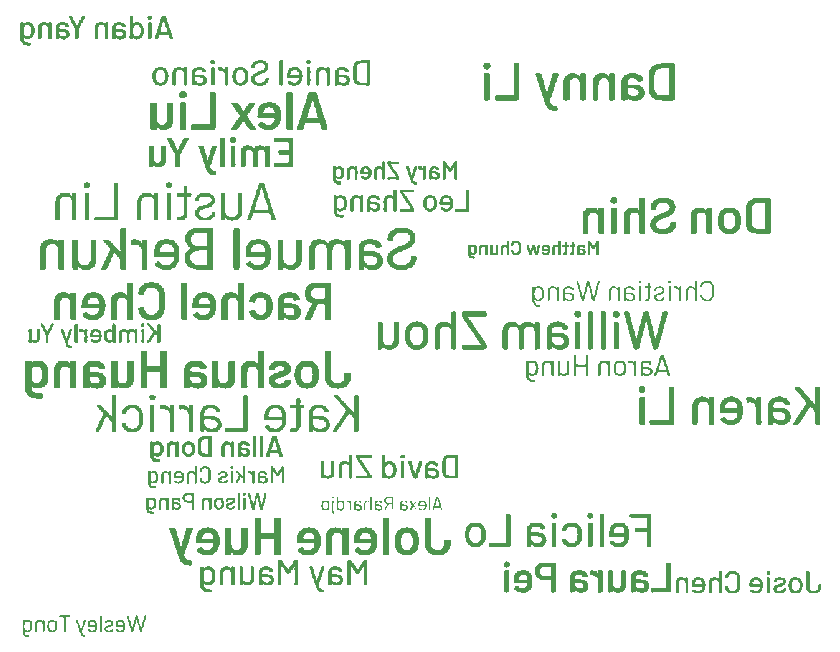
<source format=gbo>
%FSLAX33Y33*%
%MOMM*%
%ADD10C,0.0508*%
D10*
%LNbottom silkscreen_traces*%
G01*
X13109Y51007D02*
X13109Y51007D01*
X13200Y51007*
X13200Y51089*
X13162Y51089*
X13147Y51103*
X13147Y51194*
X13109Y51194*
X13095Y51209*
X13095Y51406*
X13057Y51406*
X13042Y51421*
X13042Y51565*
X13004Y51565*
X12989Y51580*
X12989Y51724*
X12951Y51724*
X12936Y51738*
X12936Y51882*
X12899Y51882*
X12884Y51897*
X12884Y52041*
X12846Y52041*
X12831Y52056*
X12831Y52200*
X12793Y52200*
X12778Y52215*
X12778Y52359*
X12740Y52359*
X12725Y52373*
X12725Y52517*
X12688Y52517*
X12673Y52532*
X12673Y52729*
X12635Y52729*
X12620Y52744*
X12620Y52835*
X12582Y52835*
X12567Y52850*
X12567Y52888*
X12381Y52888*
X12381Y52850*
X12366Y52835*
X12328Y52835*
X12328Y52797*
X12313Y52782*
X12275Y52782*
X12275Y52638*
X12260Y52623*
X12222Y52623*
X12222Y52479*
X12208Y52464*
X12170Y52464*
X12170Y52320*
X12155Y52306*
X12117Y52306*
X12117Y52162*
X12102Y52147*
X12064Y52147*
X12064Y52003*
X12049Y51988*
X12012Y51988*
X12012Y51791*
X11997Y51776*
X11959Y51776*
X11959Y51686*
X11944Y51671*
X11906Y51671*
X11906Y51474*
X11891Y51459*
X11853Y51459*
X11853Y51315*
X11838Y51300*
X11801Y51300*
X11801Y51209*
X11786Y51194*
X11748Y51194*
X11748Y51007*
X11934Y51007*
X11934Y51098*
X11949Y51113*
X11987Y51113*
X11987Y51257*
X12002Y51272*
X12040Y51272*
X12040Y51310*
X12055Y51325*
X12893Y51325*
X12908Y51310*
X12908Y51219*
X12946Y51219*
X12961Y51204*
X12961Y51060*
X12999Y51060*
X13014Y51045*
X13014Y51007*
X13104Y51007*
X13107Y51004*
X13109Y51007*
X12803Y51527D02*
X12803Y51527D01*
X12803Y51733*
X12788Y51748*
X12750Y51748*
X12750Y51892*
X12735Y51907*
X12697Y51907*
X12697Y52050*
X12682Y52065*
X12644Y52065*
X12644Y52209*
X12630Y52224*
X12592Y52224*
X12592Y52368*
X12577Y52383*
X12539Y52383*
X12539Y52527*
X12524Y52542*
X12424Y52542*
X12409Y52527*
X12409Y52436*
X12371Y52436*
X12356Y52421*
X12356Y52330*
X12318Y52330*
X12304Y52315*
X12304Y52118*
X12266Y52118*
X12251Y52103*
X12251Y52012*
X12213Y52012*
X12198Y51998*
X12198Y51801*
X12160Y51801*
X12145Y51786*
X12145Y51527*
X12160Y51512*
X12788Y51512*
X12803Y51527*
X11748Y51028D02*
X11934Y51028D01*
X13014Y51028D02*
X13200Y51028D01*
X11748Y51077D02*
X11934Y51077D01*
X12961Y51077D02*
X13200Y51077D01*
X11748Y51127D02*
X11987Y51127D01*
X12961Y51127D02*
X13147Y51127D01*
X11748Y51176D02*
X11987Y51176D01*
X12961Y51176D02*
X13147Y51176D01*
X11801Y51226D02*
X11987Y51226D01*
X12908Y51226D02*
X13095Y51226D01*
X11801Y51275D02*
X12040Y51275D01*
X12908Y51275D02*
X13095Y51275D01*
X11853Y51325D02*
X13095Y51325D01*
X11853Y51375D02*
X13095Y51375D01*
X11853Y51424D02*
X13042Y51424D01*
X11906Y51474D02*
X13042Y51474D01*
X11906Y51523D02*
X12149Y51523D01*
X12799Y51523D02*
X13042Y51523D01*
X11906Y51573D02*
X12145Y51573D01*
X12803Y51573D02*
X12996Y51573D01*
X11906Y51622D02*
X12145Y51622D01*
X12803Y51622D02*
X12989Y51622D01*
X11945Y51672D02*
X12145Y51672D01*
X12803Y51672D02*
X12989Y51672D01*
X11959Y51721D02*
X12145Y51721D01*
X12803Y51721D02*
X12989Y51721D01*
X11959Y51771D02*
X12145Y51771D01*
X12750Y51771D02*
X12936Y51771D01*
X12012Y51820D02*
X12198Y51820D01*
X12750Y51820D02*
X12936Y51820D01*
X12012Y51870D02*
X12198Y51870D01*
X12750Y51870D02*
X12936Y51870D01*
X12012Y51919D02*
X12198Y51919D01*
X12697Y51919D02*
X12884Y51919D01*
X12012Y51969D02*
X12198Y51969D01*
X12697Y51969D02*
X12884Y51969D01*
X12064Y52018D02*
X12251Y52018D01*
X12697Y52018D02*
X12884Y52018D01*
X12064Y52068D02*
X12251Y52068D01*
X12644Y52068D02*
X12831Y52068D01*
X12064Y52117D02*
X12265Y52117D01*
X12644Y52117D02*
X12831Y52117D01*
X12117Y52167D02*
X12304Y52167D01*
X12644Y52167D02*
X12831Y52167D01*
X12117Y52217D02*
X12304Y52217D01*
X12637Y52217D02*
X12778Y52217D01*
X12117Y52266D02*
X12304Y52266D01*
X12592Y52266D02*
X12778Y52266D01*
X12165Y52316D02*
X12304Y52316D01*
X12592Y52316D02*
X12778Y52316D01*
X12170Y52365D02*
X12356Y52365D01*
X12592Y52365D02*
X12734Y52365D01*
X12170Y52415D02*
X12356Y52415D01*
X12539Y52415D02*
X12725Y52415D01*
X12170Y52464D02*
X12409Y52464D01*
X12539Y52464D02*
X12725Y52464D01*
X12222Y52514D02*
X12409Y52514D01*
X12539Y52514D02*
X12725Y52514D01*
X12222Y52563D02*
X12673Y52563D01*
X12222Y52613D02*
X12673Y52613D01*
X12275Y52662D02*
X12673Y52662D01*
X12275Y52712D02*
X12673Y52712D01*
X12275Y52761D02*
X12620Y52761D01*
X12328Y52811D02*
X12620Y52811D01*
X12381Y52860D02*
X12567Y52860D01*
X11354Y52685D02*
X11354Y52685D01*
X11369Y52700*
X11407Y52700*
X11407Y52835*
X11369Y52835*
X11354Y52850*
X11354Y52888*
X11168Y52888*
X11168Y52797*
X11153Y52782*
X11115Y52782*
X11115Y52753*
X11153Y52753*
X11168Y52738*
X11168Y52647*
X11354Y52647*
X11354Y52685*
X11168Y52672D02*
X11354Y52672D01*
X11168Y52721D02*
X11407Y52721D01*
X11115Y52771D02*
X11407Y52771D01*
X11168Y52820D02*
X11407Y52820D01*
X11168Y52870D02*
X11354Y52870D01*
X10194Y50992D02*
X10194Y50992D01*
X10209Y51007*
X10405Y51007*
X10405Y51045*
X10420Y51060*
X10510Y51060*
X10510Y51098*
X10525Y51113*
X10563Y51113*
X10563Y51151*
X10578Y51166*
X10616Y51166*
X10616Y51257*
X10631Y51272*
X10669Y51272*
X10669Y51416*
X10684Y51430*
X10721Y51430*
X10721Y51882*
X10684Y51882*
X10669Y51897*
X10669Y52041*
X10631Y52041*
X10616Y52056*
X10616Y52147*
X10578Y52147*
X10563Y52162*
X10563Y52200*
X10525Y52200*
X10510Y52215*
X10510Y52253*
X10473Y52253*
X10458Y52268*
X10458Y52306*
X10314Y52306*
X10300Y52320*
X10300Y52359*
X10060Y52359*
X10060Y52320*
X10045Y52306*
X9955Y52306*
X9955Y52268*
X9940Y52253*
X9840Y52253*
X9825Y52268*
X9825Y52835*
X9787Y52835*
X9772Y52850*
X9772Y52888*
X9638Y52888*
X9638Y52744*
X9636Y52741*
X9638Y52738*
X9638Y51156*
X9624Y51141*
X9586Y51141*
X9586Y51113*
X9624Y51113*
X9638Y51098*
X9638Y51007*
X9825Y51007*
X9825Y51045*
X9840Y51060*
X9993Y51060*
X10008Y51045*
X10008Y51007*
X10098Y51007*
X10113Y50992*
X10113Y50954*
X10194Y50954*
X10194Y50992*
X10271Y51156D02*
X10271Y51156D01*
X10271Y51194*
X10362Y51194*
X10377Y51209*
X10377Y51247*
X10415Y51247*
X10429Y51262*
X10429Y51300*
X10467Y51300*
X10482Y51315*
X10482Y51459*
X10520Y51459*
X10535Y51474*
X10535Y51892*
X10520Y51907*
X10482Y51907*
X10482Y51998*
X10467Y52012*
X10429Y52012*
X10429Y52103*
X10415Y52118*
X10377Y52118*
X10377Y52156*
X10362Y52171*
X9998Y52171*
X9983Y52156*
X9983Y52118*
X9945Y52118*
X9930Y52103*
X9930Y52065*
X9893Y52065*
X9878Y52050*
X9878Y51960*
X9840Y51960*
X9825Y51945*
X9825Y51368*
X9840Y51353*
X9878Y51353*
X9878Y51262*
X9893Y51247*
X9930Y51247*
X9930Y51209*
X9945Y51194*
X10036Y51194*
X10036Y51156*
X10051Y51141*
X10256Y51141*
X10271Y51156*
X10113Y50978D02*
X10194Y50978D01*
X9638Y51028D02*
X9825Y51028D01*
X10008Y51028D02*
X10405Y51028D01*
X9638Y51077D02*
X10510Y51077D01*
X9586Y51127D02*
X10563Y51127D01*
X9638Y51176D02*
X10036Y51176D01*
X10271Y51176D02*
X10616Y51176D01*
X9638Y51226D02*
X9930Y51226D01*
X10377Y51226D02*
X10616Y51226D01*
X9638Y51275D02*
X9878Y51275D01*
X10429Y51275D02*
X10669Y51275D01*
X9638Y51325D02*
X9878Y51325D01*
X10482Y51325D02*
X10669Y51325D01*
X9638Y51375D02*
X9825Y51375D01*
X10482Y51375D02*
X10669Y51375D01*
X9638Y51424D02*
X9825Y51424D01*
X10482Y51424D02*
X10677Y51424D01*
X9638Y51474D02*
X9825Y51474D01*
X10535Y51474D02*
X10721Y51474D01*
X9638Y51523D02*
X9825Y51523D01*
X10535Y51523D02*
X10721Y51523D01*
X9638Y51573D02*
X9825Y51573D01*
X10535Y51573D02*
X10721Y51573D01*
X9638Y51622D02*
X9825Y51622D01*
X10535Y51622D02*
X10721Y51622D01*
X9638Y51672D02*
X9825Y51672D01*
X10535Y51672D02*
X10721Y51672D01*
X9638Y51721D02*
X9825Y51721D01*
X10535Y51721D02*
X10721Y51721D01*
X9638Y51771D02*
X9825Y51771D01*
X10535Y51771D02*
X10721Y51771D01*
X9638Y51820D02*
X9825Y51820D01*
X10535Y51820D02*
X10721Y51820D01*
X9638Y51870D02*
X9825Y51870D01*
X10535Y51870D02*
X10721Y51870D01*
X9638Y51919D02*
X9825Y51919D01*
X10482Y51919D02*
X10669Y51919D01*
X9638Y51969D02*
X9878Y51969D01*
X10482Y51969D02*
X10669Y51969D01*
X9638Y52018D02*
X9878Y52018D01*
X10429Y52018D02*
X10669Y52018D01*
X9638Y52068D02*
X9930Y52068D01*
X10429Y52068D02*
X10616Y52068D01*
X9638Y52117D02*
X9944Y52117D01*
X10415Y52117D02*
X10616Y52117D01*
X9638Y52167D02*
X9994Y52167D01*
X10366Y52167D02*
X10563Y52167D01*
X9638Y52217D02*
X10510Y52217D01*
X9638Y52266D02*
X9826Y52266D01*
X9953Y52266D02*
X10459Y52266D01*
X9638Y52316D02*
X9825Y52316D01*
X10055Y52316D02*
X10304Y52316D01*
X9638Y52365D02*
X9825Y52365D01*
X9638Y52415D02*
X9825Y52415D01*
X9638Y52464D02*
X9825Y52464D01*
X9638Y52514D02*
X9825Y52514D01*
X9638Y52563D02*
X9825Y52563D01*
X9638Y52613D02*
X9825Y52613D01*
X9638Y52662D02*
X9825Y52662D01*
X9638Y52712D02*
X9825Y52712D01*
X9638Y52761D02*
X9825Y52761D01*
X9638Y52811D02*
X9825Y52811D01*
X9638Y52860D02*
X9772Y52860D01*
X5184Y51045D02*
X5184Y51045D01*
X5199Y51060*
X5237Y51060*
X5237Y51892*
X5252Y51907*
X5290Y51907*
X5290Y51998*
X5304Y52012*
X5342Y52012*
X5342Y52103*
X5357Y52118*
X5395Y52118*
X5395Y52209*
X5410Y52224*
X5448Y52224*
X5448Y52315*
X5463Y52330*
X5501Y52330*
X5501Y52368*
X5515Y52383*
X5553Y52383*
X5553Y52474*
X5568Y52489*
X5606Y52489*
X5606Y52580*
X5621Y52595*
X5659Y52595*
X5659Y52685*
X5674Y52700*
X5711Y52700*
X5711Y52791*
X5726Y52806*
X5764Y52806*
X5764Y52888*
X5630Y52888*
X5630Y52850*
X5616Y52835*
X5578Y52835*
X5578Y52797*
X5563Y52782*
X5525Y52782*
X5525Y52691*
X5510Y52676*
X5472Y52676*
X5472Y52585*
X5457Y52570*
X5419Y52570*
X5419Y52532*
X5405Y52517*
X5367Y52517*
X5367Y52426*
X5352Y52411*
X5314Y52411*
X5314Y52320*
X5299Y52306*
X5261Y52306*
X5261Y52215*
X5246Y52200*
X5209Y52200*
X5209Y52109*
X5194Y52094*
X5041Y52094*
X5026Y52109*
X5026Y52200*
X4988Y52200*
X4973Y52215*
X4973Y52253*
X4935Y52253*
X4920Y52268*
X4920Y52359*
X4883Y52359*
X4868Y52373*
X4868Y52464*
X4830Y52464*
X4815Y52479*
X4815Y52570*
X4777Y52570*
X4762Y52585*
X4762Y52676*
X4724Y52676*
X4709Y52691*
X4709Y52782*
X4672Y52782*
X4657Y52797*
X4657Y52835*
X4619Y52835*
X4604Y52850*
X4604Y52888*
X4470Y52888*
X4470Y52753*
X4508Y52753*
X4523Y52738*
X4523Y52700*
X4561Y52700*
X4576Y52685*
X4576Y52595*
X4614Y52595*
X4628Y52580*
X4628Y52489*
X4666Y52489*
X4681Y52474*
X4681Y52383*
X4719Y52383*
X4734Y52368*
X4734Y52277*
X4772Y52277*
X4787Y52262*
X4787Y52224*
X4825Y52224*
X4839Y52209*
X4839Y52118*
X4877Y52118*
X4892Y52103*
X4892Y52012*
X4930Y52012*
X4945Y51998*
X4945Y51907*
X4983Y51907*
X4998Y51892*
X4998Y51007*
X5184Y51007*
X5184Y51045*
X4998Y51031D02*
X5184Y51031D01*
X4998Y51081D02*
X5237Y51081D01*
X4998Y51130D02*
X5237Y51130D01*
X4998Y51180D02*
X5237Y51180D01*
X4998Y51229D02*
X5237Y51229D01*
X4998Y51279D02*
X5237Y51279D01*
X4998Y51328D02*
X5237Y51328D01*
X4998Y51378D02*
X5237Y51378D01*
X4998Y51427D02*
X5237Y51427D01*
X4998Y51477D02*
X5237Y51477D01*
X4998Y51527D02*
X5237Y51527D01*
X4998Y51576D02*
X5237Y51576D01*
X4998Y51626D02*
X5237Y51626D01*
X4998Y51675D02*
X5237Y51675D01*
X4998Y51725D02*
X5237Y51725D01*
X4998Y51774D02*
X5237Y51774D01*
X4998Y51824D02*
X5237Y51824D01*
X4998Y51873D02*
X5237Y51873D01*
X4945Y51923D02*
X5290Y51923D01*
X4945Y51972D02*
X5290Y51972D01*
X4892Y52022D02*
X5342Y52022D01*
X4892Y52071D02*
X5342Y52071D01*
X4839Y52121D02*
X5026Y52121D01*
X5209Y52121D02*
X5395Y52121D01*
X4839Y52170D02*
X5026Y52170D01*
X5209Y52170D02*
X5395Y52170D01*
X4829Y52220D02*
X4973Y52220D01*
X5261Y52220D02*
X5406Y52220D01*
X4779Y52269D02*
X4920Y52269D01*
X5261Y52269D02*
X5448Y52269D01*
X4734Y52319D02*
X4920Y52319D01*
X5313Y52319D02*
X5452Y52319D01*
X4733Y52369D02*
X4873Y52369D01*
X5314Y52369D02*
X5501Y52369D01*
X4681Y52418D02*
X4868Y52418D01*
X5359Y52418D02*
X5553Y52418D01*
X4681Y52468D02*
X4827Y52468D01*
X5367Y52468D02*
X5553Y52468D01*
X4628Y52517D02*
X4815Y52517D01*
X5367Y52517D02*
X5606Y52517D01*
X4628Y52567D02*
X4815Y52567D01*
X5419Y52567D02*
X5606Y52567D01*
X4576Y52616D02*
X4762Y52616D01*
X5472Y52616D02*
X5659Y52616D01*
X4576Y52666D02*
X4762Y52666D01*
X5472Y52666D02*
X5659Y52666D01*
X4523Y52715D02*
X4709Y52715D01*
X5525Y52715D02*
X5711Y52715D01*
X4470Y52765D02*
X4709Y52765D01*
X5525Y52765D02*
X5711Y52765D01*
X4470Y52814D02*
X4657Y52814D01*
X5578Y52814D02*
X5764Y52814D01*
X4470Y52864D02*
X4604Y52864D01*
X5630Y52864D02*
X5764Y52864D01*
X11354Y51045D02*
X11354Y51045D01*
X11369Y51060*
X11407Y51060*
X11407Y52253*
X11369Y52253*
X11354Y52268*
X11354Y52359*
X11220Y52359*
X11220Y52320*
X11206Y52306*
X11168Y52306*
X11168Y51007*
X11354Y51007*
X11354Y51045*
X11168Y51031D02*
X11354Y51031D01*
X11168Y51081D02*
X11407Y51081D01*
X11168Y51130D02*
X11407Y51130D01*
X11168Y51180D02*
X11407Y51180D01*
X11168Y51229D02*
X11407Y51229D01*
X11168Y51279D02*
X11407Y51279D01*
X11168Y51328D02*
X11407Y51328D01*
X11168Y51378D02*
X11407Y51378D01*
X11168Y51427D02*
X11407Y51427D01*
X11168Y51477D02*
X11407Y51477D01*
X11168Y51527D02*
X11407Y51527D01*
X11168Y51576D02*
X11407Y51576D01*
X11168Y51626D02*
X11407Y51626D01*
X11168Y51675D02*
X11407Y51675D01*
X11168Y51725D02*
X11407Y51725D01*
X11168Y51774D02*
X11407Y51774D01*
X11168Y51824D02*
X11407Y51824D01*
X11168Y51873D02*
X11407Y51873D01*
X11168Y51923D02*
X11407Y51923D01*
X11168Y51972D02*
X11407Y51972D01*
X11168Y52022D02*
X11407Y52022D01*
X11168Y52071D02*
X11407Y52071D01*
X11168Y52121D02*
X11407Y52121D01*
X11168Y52170D02*
X11407Y52170D01*
X11168Y52220D02*
X11407Y52220D01*
X11168Y52269D02*
X11354Y52269D01*
X11219Y52319D02*
X11354Y52319D01*
X8823Y50992D02*
X8823Y50992D01*
X8838Y51007*
X9034Y51007*
X9034Y51045*
X9049Y51060*
X9139Y51060*
X9139Y51098*
X9154Y51113*
X9192Y51113*
X9192Y51204*
X9207Y51219*
X9245Y51219*
X9245Y51512*
X9207Y51512*
X9192Y51527*
X9192Y51565*
X9154Y51565*
X9139Y51580*
X9139Y51671*
X9049Y51671*
X9034Y51686*
X9034Y51724*
X8943Y51724*
X8928Y51738*
X8928Y51776*
X8416Y51776*
X8401Y51791*
X8401Y51829*
X8363Y51829*
X8348Y51844*
X8348Y51945*
X8363Y51960*
X8401Y51960*
X8401Y52103*
X8416Y52118*
X8454Y52118*
X8454Y52156*
X8469Y52171*
X8885Y52171*
X8900Y52156*
X8900Y52118*
X8938Y52118*
X8953Y52103*
X8953Y52065*
X8991Y52065*
X9006Y52050*
X9006Y52012*
X9192Y52012*
X9192Y52094*
X9154Y52094*
X9139Y52109*
X9139Y52200*
X9101Y52200*
X9087Y52215*
X9087Y52253*
X8996Y52253*
X8981Y52268*
X8981Y52306*
X8838Y52306*
X8823Y52320*
X8823Y52359*
X8531Y52359*
X8531Y52320*
X8516Y52306*
X8373Y52306*
X8373Y52268*
X8358Y52253*
X8320Y52253*
X8320Y52215*
X8305Y52200*
X8267Y52200*
X8267Y52162*
X8252Y52147*
X8215Y52147*
X8215Y52056*
X8200Y52041*
X8162Y52041*
X8162Y51007*
X8348Y51007*
X8348Y51045*
X8363Y51060*
X8569Y51060*
X8584Y51045*
X8584Y51007*
X8727Y51007*
X8742Y50992*
X8742Y50954*
X8823Y50954*
X8823Y50992*
X8900Y51156D02*
X8900Y51156D01*
X8900Y51194*
X8991Y51194*
X9006Y51209*
X9006Y51247*
X9043Y51247*
X9058Y51262*
X9058Y51468*
X9043Y51483*
X9006Y51483*
X9006Y51521*
X8991Y51536*
X8953Y51536*
X8953Y51574*
X8938Y51589*
X8900Y51589*
X8900Y51627*
X8885Y51642*
X8416Y51642*
X8401Y51627*
X8401Y51589*
X8363Y51589*
X8348Y51574*
X8348Y51421*
X8363Y51406*
X8401Y51406*
X8401Y51262*
X8416Y51247*
X8454Y51247*
X8454Y51209*
X8469Y51194*
X8612Y51194*
X8612Y51156*
X8627Y51141*
X8885Y51141*
X8900Y51156*
X8742Y50978D02*
X8823Y50978D01*
X8162Y51028D02*
X8348Y51028D01*
X8584Y51028D02*
X9034Y51028D01*
X8162Y51077D02*
X9139Y51077D01*
X8162Y51127D02*
X9192Y51127D01*
X8162Y51176D02*
X8612Y51176D01*
X8900Y51176D02*
X9192Y51176D01*
X8162Y51226D02*
X8454Y51226D01*
X9006Y51226D02*
X9245Y51226D01*
X8162Y51275D02*
X8401Y51275D01*
X9058Y51275D02*
X9245Y51275D01*
X8162Y51325D02*
X8401Y51325D01*
X9058Y51325D02*
X9245Y51325D01*
X8162Y51375D02*
X8401Y51375D01*
X9058Y51375D02*
X9245Y51375D01*
X8162Y51424D02*
X8348Y51424D01*
X9058Y51424D02*
X9245Y51424D01*
X8162Y51474D02*
X8348Y51474D01*
X9053Y51474D02*
X9245Y51474D01*
X8162Y51523D02*
X8348Y51523D01*
X9004Y51523D02*
X9196Y51523D01*
X8162Y51573D02*
X8348Y51573D01*
X8953Y51573D02*
X9146Y51573D01*
X8162Y51622D02*
X8401Y51622D01*
X8900Y51622D02*
X9139Y51622D01*
X8162Y51672D02*
X9048Y51672D01*
X8162Y51721D02*
X9034Y51721D01*
X8162Y51771D02*
X8928Y51771D01*
X8162Y51820D02*
X8401Y51820D01*
X8162Y51870D02*
X8348Y51870D01*
X8162Y51919D02*
X8348Y51919D01*
X8162Y51969D02*
X8401Y51969D01*
X8162Y52018D02*
X8401Y52018D01*
X9006Y52018D02*
X9192Y52018D01*
X8215Y52068D02*
X8401Y52068D01*
X8953Y52068D02*
X9192Y52068D01*
X8215Y52117D02*
X8415Y52117D01*
X8939Y52117D02*
X9139Y52117D01*
X8267Y52167D02*
X8464Y52167D01*
X8889Y52167D02*
X9139Y52167D01*
X8320Y52217D02*
X9087Y52217D01*
X8371Y52266D02*
X8983Y52266D01*
X8526Y52316D02*
X8828Y52316D01*
X6872Y51998D02*
X6872Y51998D01*
X6887Y52012*
X6924Y52012*
X6924Y52103*
X6939Y52118*
X6977Y52118*
X6977Y52156*
X6992Y52171*
X7409Y52171*
X7423Y52156*
X7423Y52118*
X7461Y52118*
X7476Y52103*
X7476Y52012*
X7514Y52012*
X7529Y51998*
X7529Y51007*
X7715Y51007*
X7715Y52359*
X7582Y52359*
X7582Y52320*
X7567Y52306*
X7529Y52306*
X7529Y52268*
X7514Y52253*
X7361Y52253*
X7346Y52268*
X7346Y52306*
X7256Y52306*
X7241Y52320*
X7241Y52359*
X7002Y52359*
X7002Y52320*
X6987Y52306*
X6896Y52306*
X6896Y52268*
X6881Y52253*
X6791Y52253*
X6791Y52162*
X6776Y52147*
X6738Y52147*
X6738Y52109*
X6723Y52094*
X6685Y52094*
X6685Y51007*
X6872Y51007*
X6872Y51998*
X6685Y51031D02*
X6872Y51031D01*
X7529Y51031D02*
X7715Y51031D01*
X6685Y51081D02*
X6872Y51081D01*
X7529Y51081D02*
X7715Y51081D01*
X6685Y51130D02*
X6872Y51130D01*
X7529Y51130D02*
X7715Y51130D01*
X6685Y51180D02*
X6872Y51180D01*
X7529Y51180D02*
X7715Y51180D01*
X6685Y51229D02*
X6872Y51229D01*
X7529Y51229D02*
X7715Y51229D01*
X6685Y51279D02*
X6872Y51279D01*
X7529Y51279D02*
X7715Y51279D01*
X6685Y51328D02*
X6872Y51328D01*
X7529Y51328D02*
X7715Y51328D01*
X6685Y51378D02*
X6872Y51378D01*
X7529Y51378D02*
X7715Y51378D01*
X6685Y51427D02*
X6872Y51427D01*
X7529Y51427D02*
X7715Y51427D01*
X6685Y51477D02*
X6872Y51477D01*
X7529Y51477D02*
X7715Y51477D01*
X6685Y51527D02*
X6872Y51527D01*
X7529Y51527D02*
X7715Y51527D01*
X6685Y51576D02*
X6872Y51576D01*
X7529Y51576D02*
X7715Y51576D01*
X6685Y51626D02*
X6872Y51626D01*
X7529Y51626D02*
X7715Y51626D01*
X6685Y51675D02*
X6872Y51675D01*
X7529Y51675D02*
X7715Y51675D01*
X6685Y51725D02*
X6872Y51725D01*
X7529Y51725D02*
X7715Y51725D01*
X6685Y51774D02*
X6872Y51774D01*
X7529Y51774D02*
X7715Y51774D01*
X6685Y51824D02*
X6872Y51824D01*
X7529Y51824D02*
X7715Y51824D01*
X6685Y51873D02*
X6872Y51873D01*
X7529Y51873D02*
X7715Y51873D01*
X6685Y51923D02*
X6872Y51923D01*
X7529Y51923D02*
X7715Y51923D01*
X6685Y51972D02*
X6872Y51972D01*
X7529Y51972D02*
X7715Y51972D01*
X6685Y52022D02*
X6924Y52022D01*
X7476Y52022D02*
X7715Y52022D01*
X6685Y52071D02*
X6924Y52071D01*
X7476Y52071D02*
X7715Y52071D01*
X6738Y52121D02*
X6977Y52121D01*
X7423Y52121D02*
X7715Y52121D01*
X6791Y52170D02*
X6991Y52170D01*
X7409Y52170D02*
X7715Y52170D01*
X6791Y52220D02*
X7715Y52220D01*
X6896Y52269D02*
X7346Y52269D01*
X7529Y52269D02*
X7715Y52269D01*
X7000Y52319D02*
X7242Y52319D01*
X7580Y52319D02*
X7715Y52319D01*
X4024Y50992D02*
X4024Y50992D01*
X4039Y51007*
X4182Y51007*
X4182Y51045*
X4197Y51060*
X4288Y51060*
X4288Y51098*
X4302Y51113*
X4340Y51113*
X4340Y51151*
X4355Y51166*
X4393Y51166*
X4393Y51257*
X4408Y51272*
X4446Y51272*
X4446Y51459*
X4408Y51459*
X4393Y51474*
X4393Y51565*
X4355Y51565*
X4340Y51580*
X4340Y51618*
X4302Y51618*
X4288Y51633*
X4288Y51671*
X4250Y51671*
X4235Y51686*
X4235Y51724*
X4144Y51724*
X4129Y51738*
X4129Y51776*
X3617Y51776*
X3602Y51791*
X3602Y51829*
X3564Y51829*
X3549Y51844*
X3549Y51998*
X3564Y52012*
X3602Y52012*
X3602Y52103*
X3617Y52118*
X3655Y52118*
X3655Y52156*
X3670Y52171*
X4086Y52171*
X4101Y52156*
X4101Y52118*
X4139Y52118*
X4154Y52103*
X4154Y52065*
X4192Y52065*
X4207Y52050*
X4207Y52012*
X4340Y52012*
X4340Y52050*
X4355Y52065*
X4393Y52065*
X4393Y52094*
X4355Y52094*
X4340Y52109*
X4340Y52147*
X4302Y52147*
X4288Y52162*
X4288Y52253*
X4197Y52253*
X4182Y52268*
X4182Y52306*
X4039Y52306*
X4024Y52320*
X4024Y52359*
X3679Y52359*
X3679Y52320*
X3664Y52306*
X3574Y52306*
X3574Y52268*
X3559Y52253*
X3521Y52253*
X3521Y52215*
X3506Y52200*
X3468Y52200*
X3468Y52162*
X3453Y52147*
X3416Y52147*
X3416Y52109*
X3401Y52094*
X3363Y52094*
X3363Y51007*
X3549Y51007*
X3549Y51045*
X3564Y51060*
X3770Y51060*
X3785Y51045*
X3785Y51007*
X3928Y51007*
X3943Y50992*
X3943Y50954*
X4024Y50954*
X4024Y50992*
X4101Y51156D02*
X4101Y51156D01*
X4101Y51194*
X4192Y51194*
X4207Y51209*
X4207Y51300*
X4244Y51300*
X4259Y51315*
X4259Y51416*
X4244Y51430*
X4207Y51430*
X4207Y51521*
X4192Y51536*
X4154Y51536*
X4154Y51574*
X4139Y51589*
X4048Y51589*
X4048Y51627*
X4033Y51642*
X3564Y51642*
X3549Y51627*
X3549Y51368*
X3564Y51353*
X3602Y51353*
X3602Y51262*
X3617Y51247*
X3655Y51247*
X3655Y51209*
X3670Y51194*
X3760Y51194*
X3760Y51156*
X3775Y51141*
X4086Y51141*
X4101Y51156*
X3943Y50978D02*
X4024Y50978D01*
X3363Y51028D02*
X3549Y51028D01*
X3785Y51028D02*
X4182Y51028D01*
X3363Y51077D02*
X4288Y51077D01*
X3363Y51127D02*
X4340Y51127D01*
X3363Y51176D02*
X3760Y51176D01*
X4101Y51176D02*
X4393Y51176D01*
X3363Y51226D02*
X3655Y51226D01*
X4207Y51226D02*
X4393Y51226D01*
X3363Y51275D02*
X3602Y51275D01*
X4207Y51275D02*
X4446Y51275D01*
X3363Y51325D02*
X3602Y51325D01*
X4259Y51325D02*
X4446Y51325D01*
X3363Y51375D02*
X3549Y51375D01*
X4259Y51375D02*
X4446Y51375D01*
X3363Y51424D02*
X3549Y51424D01*
X4251Y51424D02*
X4446Y51424D01*
X3363Y51474D02*
X3549Y51474D01*
X4207Y51474D02*
X4393Y51474D01*
X3363Y51523D02*
X3549Y51523D01*
X4205Y51523D02*
X4393Y51523D01*
X3363Y51573D02*
X3549Y51573D01*
X4154Y51573D02*
X4347Y51573D01*
X3363Y51622D02*
X3549Y51622D01*
X4048Y51622D02*
X4298Y51622D01*
X3363Y51672D02*
X4249Y51672D01*
X3363Y51721D02*
X4235Y51721D01*
X3363Y51771D02*
X4129Y51771D01*
X3363Y51820D02*
X3602Y51820D01*
X3363Y51870D02*
X3549Y51870D01*
X3363Y51919D02*
X3549Y51919D01*
X3363Y51969D02*
X3549Y51969D01*
X3363Y52018D02*
X3602Y52018D01*
X4207Y52018D02*
X4340Y52018D01*
X3363Y52068D02*
X3602Y52068D01*
X4154Y52068D02*
X4393Y52068D01*
X3416Y52117D02*
X3616Y52117D01*
X4140Y52117D02*
X4340Y52117D01*
X3468Y52167D02*
X3665Y52167D01*
X4090Y52167D02*
X4288Y52167D01*
X3521Y52217D02*
X4288Y52217D01*
X3572Y52266D02*
X4184Y52266D01*
X3674Y52316D02*
X4029Y52316D01*
X2020Y51045D02*
X2020Y51045D01*
X2035Y51060*
X2073Y51060*
X2073Y51998*
X2088Y52012*
X2125Y52012*
X2125Y52103*
X2140Y52118*
X2178Y52118*
X2178Y52156*
X2193Y52171*
X2557Y52171*
X2572Y52156*
X2572Y52118*
X2610Y52118*
X2624Y52103*
X2624Y52065*
X2662Y52065*
X2677Y52050*
X2677Y51960*
X2715Y51960*
X2730Y51945*
X2730Y51007*
X2916Y51007*
X2916Y52306*
X2879Y52306*
X2864Y52320*
X2864Y52359*
X2783Y52359*
X2783Y52320*
X2768Y52306*
X2730Y52306*
X2730Y52268*
X2715Y52253*
X2562Y52253*
X2547Y52268*
X2547Y52306*
X2457Y52306*
X2442Y52320*
X2442Y52359*
X2203Y52359*
X2203Y52320*
X2188Y52306*
X2044Y52306*
X2044Y52268*
X2029Y52253*
X1992Y52253*
X1992Y52215*
X1977Y52200*
X1939Y52200*
X1939Y52109*
X1924Y52094*
X1886Y52094*
X1886Y51950*
X1871Y51935*
X1833Y51935*
X1833Y51007*
X2020Y51007*
X2020Y51045*
X1833Y51031D02*
X2020Y51031D01*
X2730Y51031D02*
X2916Y51031D01*
X1833Y51081D02*
X2073Y51081D01*
X2730Y51081D02*
X2916Y51081D01*
X1833Y51130D02*
X2073Y51130D01*
X2730Y51130D02*
X2916Y51130D01*
X1833Y51180D02*
X2073Y51180D01*
X2730Y51180D02*
X2916Y51180D01*
X1833Y51229D02*
X2073Y51229D01*
X2730Y51229D02*
X2916Y51229D01*
X1833Y51279D02*
X2073Y51279D01*
X2730Y51279D02*
X2916Y51279D01*
X1833Y51328D02*
X2073Y51328D01*
X2730Y51328D02*
X2916Y51328D01*
X1833Y51378D02*
X2073Y51378D01*
X2730Y51378D02*
X2916Y51378D01*
X1833Y51427D02*
X2073Y51427D01*
X2730Y51427D02*
X2916Y51427D01*
X1833Y51477D02*
X2073Y51477D01*
X2730Y51477D02*
X2916Y51477D01*
X1833Y51527D02*
X2073Y51527D01*
X2730Y51527D02*
X2916Y51527D01*
X1833Y51576D02*
X2073Y51576D01*
X2730Y51576D02*
X2916Y51576D01*
X1833Y51626D02*
X2073Y51626D01*
X2730Y51626D02*
X2916Y51626D01*
X1833Y51675D02*
X2073Y51675D01*
X2730Y51675D02*
X2916Y51675D01*
X1833Y51725D02*
X2073Y51725D01*
X2730Y51725D02*
X2916Y51725D01*
X1833Y51774D02*
X2073Y51774D01*
X2730Y51774D02*
X2916Y51774D01*
X1833Y51824D02*
X2073Y51824D01*
X2730Y51824D02*
X2916Y51824D01*
X1833Y51873D02*
X2073Y51873D01*
X2730Y51873D02*
X2916Y51873D01*
X1833Y51923D02*
X2073Y51923D01*
X2730Y51923D02*
X2916Y51923D01*
X1886Y51972D02*
X2073Y51972D01*
X2677Y51972D02*
X2916Y51972D01*
X1886Y52022D02*
X2125Y52022D01*
X2677Y52022D02*
X2916Y52022D01*
X1886Y52071D02*
X2125Y52071D01*
X2624Y52071D02*
X2916Y52071D01*
X1939Y52121D02*
X2178Y52121D01*
X2572Y52121D02*
X2916Y52121D01*
X1939Y52170D02*
X2192Y52170D01*
X2558Y52170D02*
X2916Y52170D01*
X1992Y52220D02*
X2916Y52220D01*
X2044Y52269D02*
X2547Y52269D01*
X2730Y52269D02*
X2916Y52269D01*
X2201Y52319D02*
X2443Y52319D01*
X2781Y52319D02*
X2865Y52319D01*
X1123Y50516D02*
X1123Y50516D01*
X1138Y50531*
X1176Y50531*
X1176Y50559*
X1138Y50559*
X1123Y50574*
X1123Y50612*
X0927Y50612*
X0912Y50627*
X0912Y50665*
X0716Y50665*
X0702Y50680*
X0702Y50718*
X0664Y50718*
X0649Y50733*
X0649Y50771*
X0611Y50771*
X0596Y50786*
X0596Y50930*
X0558Y50930*
X0543Y50945*
X0543Y51045*
X0558Y51060*
X0764Y51060*
X0779Y51045*
X0779Y51007*
X1071Y51007*
X1071Y51045*
X1086Y51060*
X1229Y51060*
X1229Y51098*
X1244Y51113*
X1282Y51113*
X1282Y51151*
X1296Y51166*
X1334Y51166*
X1334Y51204*
X1349Y51219*
X1387Y51219*
X1387Y51310*
X1402Y51325*
X1440Y51325*
X1440Y51468*
X1455Y51483*
X1493Y51483*
X1493Y51882*
X1455Y51882*
X1440Y51897*
X1440Y52041*
X1402Y52041*
X1387Y52056*
X1387Y52147*
X1349Y52147*
X1334Y52162*
X1334Y52200*
X1296Y52200*
X1282Y52215*
X1282Y52253*
X1244Y52253*
X1229Y52268*
X1229Y52306*
X1086Y52306*
X1071Y52320*
X1071Y52359*
X0831Y52359*
X0831Y52320*
X0817Y52306*
X0505Y52306*
X0491Y52320*
X0491Y52359*
X0410Y52359*
X0410Y52320*
X0395Y52306*
X0357Y52306*
X0357Y50848*
X0395Y50848*
X0410Y50833*
X0410Y50743*
X0447Y50743*
X0462Y50728*
X0462Y50690*
X0500Y50690*
X0515Y50675*
X0515Y50637*
X0553Y50637*
X0568Y50622*
X0568Y50584*
X0606Y50584*
X0620Y50569*
X0620Y50531*
X0711Y50531*
X0726Y50516*
X0726Y50478*
X0922Y50478*
X0937Y50463*
X0937Y50425*
X1123Y50425*
X1123Y50516*
X0990Y51156D02*
X0990Y51156D01*
X0990Y51194*
X1133Y51194*
X1148Y51209*
X1148Y51247*
X1186Y51247*
X1201Y51262*
X1201Y51353*
X1238Y51353*
X1253Y51368*
X1253Y51998*
X1238Y52012*
X1201Y52012*
X1201Y52050*
X1186Y52065*
X1148Y52065*
X1148Y52103*
X1133Y52118*
X1095Y52118*
X1095Y52156*
X1080Y52171*
X0716Y52171*
X0702Y52156*
X0702Y52118*
X0664Y52118*
X0649Y52103*
X0649Y52065*
X0611Y52065*
X0596Y52050*
X0596Y51262*
X0611Y51247*
X0649Y51247*
X0649Y51209*
X0664Y51194*
X0860Y51194*
X0860Y51156*
X0875Y51141*
X0975Y51141*
X0990Y51156*
X0937Y50449D02*
X1123Y50449D01*
X0726Y50499D02*
X1123Y50499D01*
X0620Y50548D02*
X1176Y50548D01*
X0568Y50598D02*
X1123Y50598D01*
X0515Y50647D02*
X0912Y50647D01*
X0462Y50697D02*
X0702Y50697D01*
X0410Y50746D02*
X0649Y50746D01*
X0410Y50796D02*
X0596Y50796D01*
X0398Y50845D02*
X0596Y50845D01*
X0357Y50895D02*
X0596Y50895D01*
X0357Y50944D02*
X0544Y50944D01*
X0357Y50994D02*
X0543Y50994D01*
X0357Y51044D02*
X0543Y51044D01*
X0779Y51044D02*
X1071Y51044D01*
X0357Y51093D02*
X1229Y51093D01*
X0357Y51143D02*
X0874Y51143D01*
X0976Y51143D02*
X1282Y51143D01*
X0357Y51192D02*
X0860Y51192D01*
X0990Y51192D02*
X1334Y51192D01*
X0357Y51242D02*
X0649Y51242D01*
X1148Y51242D02*
X1387Y51242D01*
X0357Y51291D02*
X0596Y51291D01*
X1201Y51291D02*
X1387Y51291D01*
X0357Y51341D02*
X0596Y51341D01*
X1201Y51341D02*
X1440Y51341D01*
X0357Y51390D02*
X0596Y51390D01*
X1253Y51390D02*
X1440Y51390D01*
X0357Y51440D02*
X0596Y51440D01*
X1253Y51440D02*
X1440Y51440D01*
X0357Y51489D02*
X0596Y51489D01*
X1253Y51489D02*
X1493Y51489D01*
X0357Y51539D02*
X0596Y51539D01*
X1253Y51539D02*
X1493Y51539D01*
X0357Y51588D02*
X0596Y51588D01*
X1253Y51588D02*
X1493Y51588D01*
X0357Y51638D02*
X0596Y51638D01*
X1253Y51638D02*
X1493Y51638D01*
X0357Y51687D02*
X0596Y51687D01*
X1253Y51687D02*
X1493Y51687D01*
X0357Y51737D02*
X0596Y51737D01*
X1253Y51737D02*
X1493Y51737D01*
X0357Y51786D02*
X0596Y51786D01*
X1253Y51786D02*
X1493Y51786D01*
X0357Y51836D02*
X0596Y51836D01*
X1253Y51836D02*
X1493Y51836D01*
X0357Y51886D02*
X0596Y51886D01*
X1253Y51886D02*
X1451Y51886D01*
X0357Y51935D02*
X0596Y51935D01*
X1253Y51935D02*
X1440Y51935D01*
X0357Y51985D02*
X0596Y51985D01*
X1253Y51985D02*
X1440Y51985D01*
X0357Y52034D02*
X0596Y52034D01*
X1201Y52034D02*
X1440Y52034D01*
X0357Y52084D02*
X0649Y52084D01*
X1148Y52084D02*
X1387Y52084D01*
X0357Y52133D02*
X0702Y52133D01*
X1095Y52133D02*
X1387Y52133D01*
X0357Y52183D02*
X1334Y52183D01*
X0357Y52232D02*
X1282Y52232D01*
X0357Y52282D02*
X1229Y52282D01*
X0410Y52331D02*
X0491Y52331D01*
X0831Y52331D02*
X1071Y52331D01*
X24802Y48929D02*
X24802Y48929D01*
X24817Y48943*
X24855Y48943*
X24855Y49078*
X24817Y49078*
X24802Y49093*
X24802Y49131*
X24711Y49131*
X24709Y49133*
X24706Y49131*
X24616Y49131*
X24616Y49093*
X24601Y49078*
X24563Y49078*
X24563Y48943*
X24601Y48943*
X24616Y48929*
X24616Y48891*
X24802Y48891*
X24802Y48929*
X24616Y48915D02*
X24802Y48915D01*
X24563Y48964D02*
X24855Y48964D01*
X24563Y49014D02*
X24855Y49014D01*
X24563Y49063D02*
X24855Y49063D01*
X24616Y49113D02*
X24802Y49113D01*
X16733Y49078D02*
X16733Y49078D01*
X16696Y49078*
X16681Y49093*
X16681Y49131*
X16643Y49131*
X16640Y49133*
X16637Y49131*
X16494Y49131*
X16494Y49040*
X16479Y49025*
X16441Y49025*
X16441Y48996*
X16479Y48996*
X16494Y48981*
X16494Y48891*
X16733Y48891*
X16733Y49078*
X16494Y48915D02*
X16733Y48915D01*
X16494Y48964D02*
X16733Y48964D01*
X16441Y49014D02*
X16733Y49014D01*
X16494Y49063D02*
X16733Y49063D01*
X16494Y49113D02*
X16681Y49113D01*
X29812Y47077D02*
X29812Y47077D01*
X29827Y47091*
X29918Y47091*
X29918Y49078*
X29880Y49078*
X29865Y49093*
X29865Y49131*
X29204Y49131*
X29204Y49093*
X29189Y49078*
X28887Y49078*
X28887Y49040*
X28872Y49025*
X28782Y49025*
X28782Y48987*
X28767Y48972*
X28729Y48972*
X28729Y48934*
X28714Y48919*
X28676Y48919*
X28676Y48881*
X28661Y48866*
X28624Y48866*
X28624Y48775*
X28609Y48760*
X28571Y48760*
X28571Y48616*
X28556Y48602*
X28518Y48602*
X28518Y47568*
X28556Y47568*
X28571Y47553*
X28571Y47409*
X28609Y47409*
X28624Y47394*
X28624Y47303*
X28661Y47303*
X28676Y47288*
X28676Y47250*
X28714Y47250*
X28729Y47235*
X28729Y47197*
X28820Y47197*
X28834Y47182*
X28834Y47144*
X28925Y47144*
X28940Y47129*
X28940Y47091*
X29611Y47091*
X29626Y47077*
X29626Y47039*
X29812Y47039*
X29812Y47077*
X29678Y47241D02*
X29678Y47241D01*
X29678Y47279*
X29716Y47279*
X29731Y47294*
X29731Y48876*
X29716Y48891*
X29678Y48891*
X29678Y48929*
X29663Y48943*
X29036Y48943*
X29021Y48929*
X29021Y48891*
X28878Y48891*
X28863Y48876*
X28863Y48838*
X28825Y48838*
X28810Y48823*
X28810Y48732*
X28772Y48732*
X28757Y48717*
X28757Y47452*
X28772Y47438*
X28810Y47438*
X28810Y47399*
X28825Y47385*
X28863Y47385*
X28863Y47347*
X28878Y47332*
X28916Y47332*
X28916Y47294*
X28930Y47279*
X29074Y47279*
X29074Y47241*
X29089Y47226*
X29663Y47226*
X29678Y47241*
X29626Y47063D02*
X29812Y47063D01*
X28940Y47112D02*
X29918Y47112D01*
X28834Y47162D02*
X29918Y47162D01*
X28729Y47211D02*
X29918Y47211D01*
X28676Y47261D02*
X29074Y47261D01*
X29678Y47261D02*
X29918Y47261D01*
X28624Y47310D02*
X28916Y47310D01*
X29731Y47310D02*
X29918Y47310D01*
X28624Y47360D02*
X28863Y47360D01*
X29731Y47360D02*
X29918Y47360D01*
X28571Y47409D02*
X28810Y47409D01*
X29731Y47409D02*
X29918Y47409D01*
X28571Y47459D02*
X28757Y47459D01*
X29731Y47459D02*
X29918Y47459D01*
X28571Y47508D02*
X28757Y47508D01*
X29731Y47508D02*
X29918Y47508D01*
X28566Y47558D02*
X28757Y47558D01*
X29731Y47558D02*
X29918Y47558D01*
X28518Y47607D02*
X28757Y47607D01*
X29731Y47607D02*
X29918Y47607D01*
X28518Y47657D02*
X28757Y47657D01*
X29731Y47657D02*
X29918Y47657D01*
X28518Y47707D02*
X28757Y47707D01*
X29731Y47707D02*
X29918Y47707D01*
X28518Y47756D02*
X28757Y47756D01*
X29731Y47756D02*
X29918Y47756D01*
X28518Y47806D02*
X28757Y47806D01*
X29731Y47806D02*
X29918Y47806D01*
X28518Y47855D02*
X28757Y47855D01*
X29731Y47855D02*
X29918Y47855D01*
X28518Y47905D02*
X28757Y47905D01*
X29731Y47905D02*
X29918Y47905D01*
X28518Y47954D02*
X28757Y47954D01*
X29731Y47954D02*
X29918Y47954D01*
X28518Y48004D02*
X28757Y48004D01*
X29731Y48004D02*
X29918Y48004D01*
X28518Y48053D02*
X28757Y48053D01*
X29731Y48053D02*
X29918Y48053D01*
X28518Y48103D02*
X28757Y48103D01*
X29731Y48103D02*
X29918Y48103D01*
X28518Y48152D02*
X28757Y48152D01*
X29731Y48152D02*
X29918Y48152D01*
X28518Y48202D02*
X28757Y48202D01*
X29731Y48202D02*
X29918Y48202D01*
X28518Y48251D02*
X28757Y48251D01*
X29731Y48251D02*
X29918Y48251D01*
X28518Y48301D02*
X28757Y48301D01*
X29731Y48301D02*
X29918Y48301D01*
X28518Y48350D02*
X28757Y48350D01*
X29731Y48350D02*
X29918Y48350D01*
X28518Y48400D02*
X28757Y48400D01*
X29731Y48400D02*
X29918Y48400D01*
X28518Y48450D02*
X28757Y48450D01*
X29731Y48450D02*
X29918Y48450D01*
X28518Y48499D02*
X28757Y48499D01*
X29731Y48499D02*
X29918Y48499D01*
X28518Y48549D02*
X28757Y48549D01*
X29731Y48549D02*
X29918Y48549D01*
X28518Y48598D02*
X28757Y48598D01*
X29731Y48598D02*
X29918Y48598D01*
X28571Y48648D02*
X28757Y48648D01*
X29731Y48648D02*
X29918Y48648D01*
X28571Y48697D02*
X28757Y48697D01*
X29731Y48697D02*
X29918Y48697D01*
X28571Y48747D02*
X28810Y48747D01*
X29731Y48747D02*
X29918Y48747D01*
X28624Y48796D02*
X28810Y48796D01*
X29731Y48796D02*
X29918Y48796D01*
X28624Y48846D02*
X28863Y48846D01*
X29731Y48846D02*
X29918Y48846D01*
X28676Y48895D02*
X29021Y48895D01*
X29678Y48895D02*
X29918Y48895D01*
X28729Y48945D02*
X29918Y48945D01*
X28782Y48994D02*
X29918Y48994D01*
X28887Y49044D02*
X29918Y49044D01*
X29204Y49093D02*
X29865Y49093D01*
X22429Y47077D02*
X22429Y47077D01*
X22444Y47091*
X22534Y47091*
X22534Y49025*
X22497Y49025*
X22482Y49040*
X22482Y49131*
X22348Y49131*
X22348Y49093*
X22333Y49078*
X22295Y49078*
X22295Y47091*
X22386Y47091*
X22401Y47077*
X22401Y47039*
X22429Y47039*
X22429Y47077*
X22401Y47063D02*
X22429Y47063D01*
X22295Y47112D02*
X22534Y47112D01*
X22295Y47162D02*
X22534Y47162D01*
X22295Y47211D02*
X22534Y47211D01*
X22295Y47261D02*
X22534Y47261D01*
X22295Y47310D02*
X22534Y47310D01*
X22295Y47360D02*
X22534Y47360D01*
X22295Y47409D02*
X22534Y47409D01*
X22295Y47459D02*
X22534Y47459D01*
X22295Y47508D02*
X22534Y47508D01*
X22295Y47558D02*
X22534Y47558D01*
X22295Y47607D02*
X22534Y47607D01*
X22295Y47657D02*
X22534Y47657D01*
X22295Y47707D02*
X22534Y47707D01*
X22295Y47756D02*
X22534Y47756D01*
X22295Y47806D02*
X22534Y47806D01*
X22295Y47855D02*
X22534Y47855D01*
X22295Y47905D02*
X22534Y47905D01*
X22295Y47954D02*
X22534Y47954D01*
X22295Y48004D02*
X22534Y48004D01*
X22295Y48053D02*
X22534Y48053D01*
X22295Y48103D02*
X22534Y48103D01*
X22295Y48152D02*
X22534Y48152D01*
X22295Y48202D02*
X22534Y48202D01*
X22295Y48251D02*
X22534Y48251D01*
X22295Y48301D02*
X22534Y48301D01*
X22295Y48350D02*
X22534Y48350D01*
X22295Y48400D02*
X22534Y48400D01*
X22295Y48450D02*
X22534Y48450D01*
X22295Y48499D02*
X22534Y48499D01*
X22295Y48549D02*
X22534Y48549D01*
X22295Y48598D02*
X22534Y48598D01*
X22295Y48648D02*
X22534Y48648D01*
X22295Y48697D02*
X22534Y48697D01*
X22295Y48747D02*
X22534Y48747D01*
X22295Y48796D02*
X22534Y48796D01*
X22295Y48846D02*
X22534Y48846D01*
X22295Y48895D02*
X22534Y48895D01*
X22295Y48945D02*
X22534Y48945D01*
X22295Y48994D02*
X22534Y48994D01*
X22295Y49044D02*
X22482Y49044D01*
X22348Y49093D02*
X22482Y49093D01*
X20794Y47077D02*
X20794Y47077D01*
X20809Y47091*
X20952Y47091*
X20952Y47129*
X20967Y47144*
X21058Y47144*
X21058Y47182*
X21073Y47197*
X21111Y47197*
X21111Y47235*
X21125Y47250*
X21163Y47250*
X21163Y47288*
X21178Y47303*
X21216Y47303*
X21216Y47341*
X21231Y47356*
X21269Y47356*
X21269Y47500*
X21284Y47515*
X21321Y47515*
X21321Y47596*
X21284Y47596*
X21269Y47611*
X21269Y47649*
X21231Y47649*
X21228Y47652*
X21226Y47649*
X21135Y47649*
X21135Y47558*
X21120Y47543*
X21082Y47543*
X21082Y47399*
X21067Y47385*
X21029Y47385*
X21029Y47347*
X21015Y47332*
X20977Y47332*
X20977Y47294*
X20962Y47279*
X20819Y47279*
X20819Y47241*
X20804Y47226*
X20334Y47226*
X20319Y47241*
X20319Y47279*
X20229Y47279*
X20214Y47294*
X20214Y47332*
X20176Y47332*
X20161Y47347*
X20161Y47385*
X20123Y47385*
X20109Y47399*
X20109Y47712*
X20123Y47726*
X20161Y47726*
X20161Y47764*
X20176Y47779*
X20214Y47779*
X20214Y47817*
X20229Y47832*
X20267Y47832*
X20267Y47870*
X20282Y47885*
X20372Y47885*
X20372Y47923*
X20387Y47938*
X20478Y47938*
X20478Y47976*
X20493Y47991*
X20583Y47991*
X20583Y48029*
X20598Y48044*
X20741Y48044*
X20741Y48082*
X20756Y48097*
X20847Y48097*
X20847Y48135*
X20862Y48150*
X20952Y48150*
X20952Y48188*
X20967Y48203*
X21058Y48203*
X21058Y48241*
X21073Y48256*
X21111Y48256*
X21111Y48294*
X21125Y48308*
X21163Y48308*
X21163Y48347*
X21178Y48361*
X21216Y48361*
X21216Y48452*
X21231Y48467*
X21269Y48467*
X21269Y48760*
X21231Y48760*
X21216Y48775*
X21216Y48866*
X21178Y48866*
X21163Y48881*
X21163Y48919*
X21125Y48919*
X21111Y48934*
X21111Y48972*
X21073Y48972*
X21058Y48987*
X21058Y49025*
X21020Y49025*
X21005Y49040*
X21005Y49078*
X20862Y49078*
X20847Y49093*
X20847Y49131*
X20449Y49131*
X20449Y49093*
X20435Y49078*
X20238Y49078*
X20238Y49040*
X20224Y49025*
X20186Y49025*
X20186Y48987*
X20171Y48972*
X20080Y48972*
X20080Y48934*
X20065Y48919*
X20027Y48919*
X20027Y48828*
X20013Y48813*
X19975Y48813*
X19975Y48722*
X19960Y48707*
X19922Y48707*
X19922Y48520*
X20109Y48520*
X20109Y48664*
X20123Y48679*
X20161Y48679*
X20161Y48770*
X20176Y48785*
X20214Y48785*
X20214Y48823*
X20229Y48838*
X20267Y48838*
X20267Y48876*
X20282Y48891*
X20372Y48891*
X20372Y48929*
X20387Y48943*
X20478Y48943*
X20478Y48981*
X20493Y48996*
X20698Y48996*
X20713Y48981*
X20713Y48943*
X20856Y48943*
X20871Y48929*
X20871Y48891*
X20962Y48891*
X20977Y48876*
X20977Y48838*
X21015Y48838*
X21029Y48823*
X21029Y48785*
X21067Y48785*
X21082Y48770*
X21082Y48511*
X21067Y48496*
X21029Y48496*
X21029Y48405*
X21015Y48390*
X20977Y48390*
X20977Y48352*
X20962Y48337*
X20871Y48337*
X20871Y48299*
X20856Y48284*
X20766Y48284*
X20766Y48246*
X20751Y48231*
X20660Y48231*
X20660Y48193*
X20645Y48178*
X20502Y48178*
X20502Y48140*
X20487Y48125*
X20397Y48125*
X20397Y48087*
X20382Y48072*
X20291Y48072*
X20291Y48034*
X20276Y48020*
X20186Y48020*
X20186Y47982*
X20171Y47967*
X20080Y47967*
X20080Y47929*
X20065Y47914*
X20027Y47914*
X20027Y47823*
X20013Y47808*
X19975Y47808*
X19975Y47770*
X19960Y47755*
X19922Y47755*
X19922Y47409*
X19960Y47409*
X19975Y47394*
X19975Y47303*
X20013Y47303*
X20027Y47288*
X20027Y47250*
X20065Y47250*
X20080Y47235*
X20080Y47197*
X20118Y47197*
X20133Y47182*
X20133Y47144*
X20224Y47144*
X20238Y47129*
X20238Y47091*
X20382Y47091*
X20397Y47077*
X20397Y47039*
X20794Y47039*
X20794Y47077*
X20397Y47063D02*
X20794Y47063D01*
X20238Y47112D02*
X20952Y47112D01*
X20133Y47162D02*
X21058Y47162D01*
X20080Y47211D02*
X21111Y47211D01*
X20027Y47261D02*
X20319Y47261D01*
X20819Y47261D02*
X21163Y47261D01*
X19975Y47310D02*
X20214Y47310D01*
X20977Y47310D02*
X21216Y47310D01*
X19975Y47360D02*
X20161Y47360D01*
X21029Y47360D02*
X21269Y47360D01*
X19922Y47409D02*
X20109Y47409D01*
X21082Y47409D02*
X21269Y47409D01*
X19922Y47459D02*
X20109Y47459D01*
X21082Y47459D02*
X21269Y47459D01*
X19922Y47508D02*
X20109Y47508D01*
X21082Y47508D02*
X21277Y47508D01*
X19922Y47558D02*
X20109Y47558D01*
X21135Y47558D02*
X21321Y47558D01*
X19922Y47607D02*
X20109Y47607D01*
X21135Y47607D02*
X21272Y47607D01*
X19922Y47657D02*
X20109Y47657D01*
X19922Y47707D02*
X20109Y47707D01*
X19961Y47756D02*
X20161Y47756D01*
X19975Y47806D02*
X20214Y47806D01*
X20027Y47855D02*
X20267Y47855D01*
X20027Y47905D02*
X20372Y47905D01*
X20080Y47954D02*
X20478Y47954D01*
X20186Y48004D02*
X20583Y48004D01*
X20291Y48053D02*
X20741Y48053D01*
X20397Y48103D02*
X20847Y48103D01*
X20502Y48152D02*
X20952Y48152D01*
X20660Y48202D02*
X20966Y48202D01*
X20766Y48251D02*
X21068Y48251D01*
X20871Y48301D02*
X21118Y48301D01*
X20975Y48350D02*
X21167Y48350D01*
X21025Y48400D02*
X21216Y48400D01*
X21029Y48450D02*
X21216Y48450D01*
X21071Y48499D02*
X21269Y48499D01*
X19922Y48549D02*
X20109Y48549D01*
X21082Y48549D02*
X21269Y48549D01*
X19922Y48598D02*
X20109Y48598D01*
X21082Y48598D02*
X21269Y48598D01*
X19922Y48648D02*
X20109Y48648D01*
X21082Y48648D02*
X21269Y48648D01*
X19922Y48697D02*
X20161Y48697D01*
X21082Y48697D02*
X21269Y48697D01*
X19975Y48747D02*
X20161Y48747D01*
X21082Y48747D02*
X21269Y48747D01*
X19975Y48796D02*
X20214Y48796D01*
X21029Y48796D02*
X21216Y48796D01*
X20027Y48846D02*
X20267Y48846D01*
X20977Y48846D02*
X21216Y48846D01*
X20027Y48895D02*
X20372Y48895D01*
X20871Y48895D02*
X21163Y48895D01*
X20080Y48945D02*
X20478Y48945D01*
X20713Y48945D02*
X21111Y48945D01*
X20186Y48994D02*
X20491Y48994D01*
X20700Y48994D02*
X21058Y48994D01*
X20238Y49044D02*
X21005Y49044D01*
X20449Y49093D02*
X20847Y49093D01*
X39885Y48452D02*
X39885Y48452D01*
X39900Y48467*
X39990Y48467*
X39990Y48505*
X40005Y48520*
X40043Y48520*
X40043Y48611*
X40058Y48626*
X40096Y48626*
X40096Y48760*
X40058Y48760*
X40043Y48775*
X40043Y48866*
X39952Y48866*
X39937Y48881*
X39937Y48919*
X39645Y48919*
X39645Y48881*
X39631Y48866*
X39593Y48866*
X39593Y48775*
X39578Y48760*
X39540Y48760*
X39540Y48626*
X39578Y48626*
X39593Y48611*
X39593Y48520*
X39631Y48520*
X39645Y48505*
X39645Y48467*
X39736Y48467*
X39751Y48452*
X39751Y48414*
X39885Y48414*
X39885Y48452*
X39751Y48438D02*
X39885Y48438D01*
X39645Y48488D02*
X39990Y48488D01*
X39593Y48537D02*
X40043Y48537D01*
X39593Y48587D02*
X40043Y48587D01*
X39540Y48637D02*
X40096Y48637D01*
X39540Y48686D02*
X40096Y48686D01*
X39540Y48736D02*
X40096Y48736D01*
X39593Y48785D02*
X40043Y48785D01*
X39593Y48835D02*
X40043Y48835D01*
X39645Y48884D02*
X39937Y48884D01*
X55495Y45807D02*
X55495Y45807D01*
X55510Y45822*
X55706Y45822*
X55706Y48813*
X55615Y48813*
X55600Y48828*
X55600Y48866*
X54570Y48866*
X54570Y48828*
X54555Y48813*
X54201Y48813*
X54201Y48775*
X54186Y48760*
X54043Y48760*
X54043Y48722*
X54028Y48707*
X53990Y48707*
X53990Y48669*
X53975Y48655*
X53884Y48655*
X53884Y48616*
X53869Y48602*
X53832Y48602*
X53832Y48564*
X53817Y48549*
X53779Y48549*
X53779Y48511*
X53764Y48496*
X53726Y48496*
X53726Y48405*
X53711Y48390*
X53673Y48390*
X53673Y48352*
X53658Y48337*
X53621Y48337*
X53621Y48193*
X53606Y48178*
X53568Y48178*
X53568Y46456*
X53606Y46456*
X53621Y46442*
X53621Y46351*
X53658Y46351*
X53673Y46336*
X53673Y46245*
X53711Y46245*
X53726Y46230*
X53726Y46192*
X53764Y46192*
X53779Y46177*
X53779Y46086*
X53817Y46086*
X53832Y46071*
X53832Y46033*
X53869Y46033*
X53884Y46018*
X53884Y45980*
X53975Y45980*
X53990Y45965*
X53990Y45927*
X54080Y45927*
X54095Y45912*
X54095Y45874*
X54239Y45874*
X54253Y45860*
X54253Y45822*
X54660Y45822*
X54675Y45807*
X54675Y45769*
X55495Y45769*
X55495Y45807*
X55255Y46182D02*
X55255Y46182D01*
X55255Y48505*
X55241Y48520*
X54508Y48520*
X54493Y48505*
X54493Y48467*
X54297Y48467*
X54282Y48452*
X54282Y48414*
X54191Y48414*
X54176Y48399*
X54176Y48361*
X54138Y48361*
X54124Y48347*
X54124Y48308*
X54086Y48308*
X54071Y48294*
X54071Y48203*
X54033Y48203*
X54018Y48188*
X54018Y47938*
X53980Y47938*
X53965Y47923*
X53965Y46659*
X53980Y46644*
X54018Y46644*
X54018Y46447*
X54033Y46432*
X54071Y46432*
X54071Y46394*
X54086Y46379*
X54124Y46379*
X54124Y46341*
X54138Y46326*
X54176Y46326*
X54176Y46235*
X54191Y46220*
X54335Y46220*
X54335Y46182*
X54349Y46168*
X55241Y46168*
X55255Y46182*
X54675Y45793D02*
X55495Y45793D01*
X54253Y45842D02*
X55706Y45842D01*
X54095Y45892D02*
X55706Y45892D01*
X53990Y45941D02*
X55706Y45941D01*
X53884Y45991D02*
X55706Y45991D01*
X53832Y46040D02*
X55706Y46040D01*
X53779Y46090D02*
X55706Y46090D01*
X53779Y46139D02*
X55706Y46139D01*
X53767Y46189D02*
X54335Y46189D01*
X55255Y46189D02*
X55706Y46189D01*
X53718Y46239D02*
X54176Y46239D01*
X55255Y46239D02*
X55706Y46239D01*
X53673Y46288D02*
X54176Y46288D01*
X55255Y46288D02*
X55706Y46288D01*
X53672Y46338D02*
X54127Y46338D01*
X55255Y46338D02*
X55706Y46338D01*
X53621Y46387D02*
X54078Y46387D01*
X55255Y46387D02*
X55706Y46387D01*
X53621Y46437D02*
X54028Y46437D01*
X55255Y46437D02*
X55706Y46437D01*
X53568Y46486D02*
X54018Y46486D01*
X55255Y46486D02*
X55706Y46486D01*
X53568Y46536D02*
X54018Y46536D01*
X55255Y46536D02*
X55706Y46536D01*
X53568Y46585D02*
X54018Y46585D01*
X55255Y46585D02*
X55706Y46585D01*
X53568Y46635D02*
X54018Y46635D01*
X55255Y46635D02*
X55706Y46635D01*
X53568Y46684D02*
X53965Y46684D01*
X55255Y46684D02*
X55706Y46684D01*
X53568Y46734D02*
X53965Y46734D01*
X55255Y46734D02*
X55706Y46734D01*
X53568Y46783D02*
X53965Y46783D01*
X55255Y46783D02*
X55706Y46783D01*
X53568Y46833D02*
X53965Y46833D01*
X55255Y46833D02*
X55706Y46833D01*
X53568Y46882D02*
X53965Y46882D01*
X55255Y46882D02*
X55706Y46882D01*
X53568Y46932D02*
X53965Y46932D01*
X55255Y46932D02*
X55706Y46932D01*
X53568Y46981D02*
X53965Y46981D01*
X55255Y46981D02*
X55706Y46981D01*
X53568Y47031D02*
X53965Y47031D01*
X55255Y47031D02*
X55706Y47031D01*
X53568Y47081D02*
X53965Y47081D01*
X55255Y47081D02*
X55706Y47081D01*
X53568Y47130D02*
X53965Y47130D01*
X55255Y47130D02*
X55706Y47130D01*
X53568Y47180D02*
X53965Y47180D01*
X55255Y47180D02*
X55706Y47180D01*
X53568Y47229D02*
X53965Y47229D01*
X55255Y47229D02*
X55706Y47229D01*
X53568Y47279D02*
X53965Y47279D01*
X55255Y47279D02*
X55706Y47279D01*
X53568Y47328D02*
X53965Y47328D01*
X55255Y47328D02*
X55706Y47328D01*
X53568Y47378D02*
X53965Y47378D01*
X55255Y47378D02*
X55706Y47378D01*
X53568Y47427D02*
X53965Y47427D01*
X55255Y47427D02*
X55706Y47427D01*
X53568Y47477D02*
X53965Y47477D01*
X55255Y47477D02*
X55706Y47477D01*
X53568Y47526D02*
X53965Y47526D01*
X55255Y47526D02*
X55706Y47526D01*
X53568Y47576D02*
X53965Y47576D01*
X55255Y47576D02*
X55706Y47576D01*
X53568Y47625D02*
X53965Y47625D01*
X55255Y47625D02*
X55706Y47625D01*
X53568Y47675D02*
X53965Y47675D01*
X55255Y47675D02*
X55706Y47675D01*
X53568Y47724D02*
X53965Y47724D01*
X55255Y47724D02*
X55706Y47724D01*
X53568Y47774D02*
X53965Y47774D01*
X55255Y47774D02*
X55706Y47774D01*
X53568Y47823D02*
X53965Y47823D01*
X55255Y47823D02*
X55706Y47823D01*
X53568Y47873D02*
X53965Y47873D01*
X55255Y47873D02*
X55706Y47873D01*
X53568Y47923D02*
X53965Y47923D01*
X55255Y47923D02*
X55706Y47923D01*
X53568Y47972D02*
X54018Y47972D01*
X55255Y47972D02*
X55706Y47972D01*
X53568Y48022D02*
X54018Y48022D01*
X55255Y48022D02*
X55706Y48022D01*
X53568Y48071D02*
X54018Y48071D01*
X55255Y48071D02*
X55706Y48071D01*
X53568Y48121D02*
X54018Y48121D01*
X55255Y48121D02*
X55706Y48121D01*
X53568Y48170D02*
X54018Y48170D01*
X55255Y48170D02*
X55706Y48170D01*
X53621Y48220D02*
X54071Y48220D01*
X55255Y48220D02*
X55706Y48220D01*
X53621Y48269D02*
X54071Y48269D01*
X55255Y48269D02*
X55706Y48269D01*
X53621Y48319D02*
X54124Y48319D01*
X55255Y48319D02*
X55706Y48319D01*
X53673Y48368D02*
X54176Y48368D01*
X55255Y48368D02*
X55706Y48368D01*
X53726Y48418D02*
X54282Y48418D01*
X55255Y48418D02*
X55706Y48418D01*
X53726Y48467D02*
X54493Y48467D01*
X55255Y48467D02*
X55706Y48467D01*
X53779Y48517D02*
X54504Y48517D01*
X55244Y48517D02*
X55706Y48517D01*
X53832Y48566D02*
X55706Y48566D01*
X53884Y48616D02*
X55706Y48616D01*
X53986Y48665D02*
X55706Y48665D01*
X54035Y48715D02*
X55706Y48715D01*
X54190Y48765D02*
X55706Y48765D01*
X54556Y48814D02*
X55614Y48814D01*
X54570Y48864D02*
X55600Y48864D01*
X42363Y45807D02*
X42363Y45807D01*
X42378Y45822*
X42522Y45822*
X42522Y48813*
X42484Y48813*
X42469Y48828*
X42469Y48866*
X42177Y48866*
X42177Y48828*
X42162Y48813*
X42124Y48813*
X42124Y46182*
X42109Y46168*
X40595Y46168*
X40595Y46130*
X40580Y46115*
X40542Y46115*
X40542Y45822*
X40633Y45822*
X40647Y45807*
X40647Y45769*
X42363Y45769*
X42363Y45807*
X40647Y45793D02*
X42363Y45793D01*
X40542Y45842D02*
X42522Y45842D01*
X40542Y45892D02*
X42522Y45892D01*
X40542Y45941D02*
X42522Y45941D01*
X40542Y45991D02*
X42522Y45991D01*
X40542Y46040D02*
X42522Y46040D01*
X40542Y46090D02*
X42522Y46090D01*
X40595Y46139D02*
X42522Y46139D01*
X42124Y46189D02*
X42522Y46189D01*
X42124Y46239D02*
X42522Y46239D01*
X42124Y46288D02*
X42522Y46288D01*
X42124Y46338D02*
X42522Y46338D01*
X42124Y46387D02*
X42522Y46387D01*
X42124Y46437D02*
X42522Y46437D01*
X42124Y46486D02*
X42522Y46486D01*
X42124Y46536D02*
X42522Y46536D01*
X42124Y46585D02*
X42522Y46585D01*
X42124Y46635D02*
X42522Y46635D01*
X42124Y46684D02*
X42522Y46684D01*
X42124Y46734D02*
X42522Y46734D01*
X42124Y46783D02*
X42522Y46783D01*
X42124Y46833D02*
X42522Y46833D01*
X42124Y46882D02*
X42522Y46882D01*
X42124Y46932D02*
X42522Y46932D01*
X42124Y46981D02*
X42522Y46981D01*
X42124Y47031D02*
X42522Y47031D01*
X42124Y47081D02*
X42522Y47081D01*
X42124Y47130D02*
X42522Y47130D01*
X42124Y47180D02*
X42522Y47180D01*
X42124Y47229D02*
X42522Y47229D01*
X42124Y47279D02*
X42522Y47279D01*
X42124Y47328D02*
X42522Y47328D01*
X42124Y47378D02*
X42522Y47378D01*
X42124Y47427D02*
X42522Y47427D01*
X42124Y47477D02*
X42522Y47477D01*
X42124Y47526D02*
X42522Y47526D01*
X42124Y47576D02*
X42522Y47576D01*
X42124Y47625D02*
X42522Y47625D01*
X42124Y47675D02*
X42522Y47675D01*
X42124Y47724D02*
X42522Y47724D01*
X42124Y47774D02*
X42522Y47774D01*
X42124Y47823D02*
X42522Y47823D01*
X42124Y47873D02*
X42522Y47873D01*
X42124Y47923D02*
X42522Y47923D01*
X42124Y47972D02*
X42522Y47972D01*
X42124Y48022D02*
X42522Y48022D01*
X42124Y48071D02*
X42522Y48071D01*
X42124Y48121D02*
X42522Y48121D01*
X42124Y48170D02*
X42522Y48170D01*
X42124Y48220D02*
X42522Y48220D01*
X42124Y48269D02*
X42522Y48269D01*
X42124Y48319D02*
X42522Y48319D01*
X42124Y48368D02*
X42522Y48368D01*
X42124Y48418D02*
X42522Y48418D01*
X42124Y48467D02*
X42522Y48467D01*
X42124Y48517D02*
X42522Y48517D01*
X42124Y48566D02*
X42522Y48566D01*
X42124Y48616D02*
X42522Y48616D01*
X42124Y48665D02*
X42522Y48665D01*
X42124Y48715D02*
X42522Y48715D01*
X42124Y48765D02*
X42522Y48765D01*
X42163Y48814D02*
X42483Y48814D01*
X42177Y48864D02*
X42469Y48864D01*
X27808Y47077D02*
X27808Y47077D01*
X27823Y47091*
X27966Y47091*
X27966Y47129*
X27981Y47144*
X28072Y47144*
X28072Y47235*
X28087Y47250*
X28124Y47250*
X28124Y47341*
X28139Y47356*
X28177Y47356*
X28177Y47596*
X28139Y47596*
X28124Y47611*
X28124Y47702*
X28087Y47702*
X28072Y47717*
X28072Y47755*
X28034Y47755*
X28019Y47770*
X28019Y47808*
X27928Y47808*
X27914Y47823*
X27914Y47861*
X27823Y47861*
X27808Y47876*
X27808Y47914*
X27243Y47914*
X27228Y47929*
X27228Y48241*
X27243Y48256*
X27281Y48256*
X27281Y48347*
X27296Y48361*
X27765Y48361*
X27780Y48347*
X27780Y48308*
X27818Y48308*
X27832Y48294*
X27832Y48256*
X27870Y48256*
X27885Y48241*
X27885Y48203*
X28124Y48203*
X28124Y48284*
X28087Y48284*
X28072Y48299*
X28072Y48337*
X28034Y48337*
X28019Y48352*
X28019Y48390*
X27981Y48390*
X27966Y48405*
X27966Y48443*
X27928Y48443*
X27914Y48458*
X27914Y48496*
X27770Y48496*
X27755Y48511*
X27755Y48549*
X27358Y48549*
X27358Y48511*
X27343Y48496*
X27252Y48496*
X27252Y48458*
X27238Y48443*
X27200Y48443*
X27200Y48405*
X27185Y48390*
X27147Y48390*
X27147Y48352*
X27132Y48337*
X27094Y48337*
X27094Y48299*
X27079Y48284*
X27041Y48284*
X27041Y48193*
X27027Y48178*
X26989Y48178*
X26989Y47091*
X27027Y47091*
X27041Y47077*
X27041Y47039*
X27070Y47039*
X27070Y47077*
X27085Y47091*
X27228Y47091*
X27228Y47182*
X27243Y47197*
X27343Y47197*
X27358Y47182*
X27358Y47144*
X27396Y47144*
X27411Y47129*
X27411Y47091*
X27554Y47091*
X27569Y47077*
X27569Y47039*
X27808Y47039*
X27808Y47077*
X27832Y47241D02*
X27832Y47241D01*
X27832Y47279*
X27923Y47279*
X27938Y47294*
X27938Y47332*
X27976Y47332*
X27991Y47347*
X27991Y47553*
X27976Y47568*
X27938Y47568*
X27938Y47659*
X27923Y47674*
X27885Y47674*
X27885Y47712*
X27870Y47726*
X27727Y47726*
X27727Y47764*
X27712Y47779*
X27243Y47779*
X27228Y47764*
X27228Y47399*
X27243Y47385*
X27281Y47385*
X27281Y47294*
X27296Y47279*
X27386Y47279*
X27386Y47241*
X27401Y47226*
X27818Y47226*
X27832Y47241*
X27041Y47063D02*
X27070Y47063D01*
X27569Y47063D02*
X27808Y47063D01*
X26989Y47112D02*
X27228Y47112D01*
X27411Y47112D02*
X27966Y47112D01*
X26989Y47162D02*
X27228Y47162D01*
X27358Y47162D02*
X28072Y47162D01*
X26989Y47211D02*
X28072Y47211D01*
X26989Y47261D02*
X27386Y47261D01*
X27832Y47261D02*
X28124Y47261D01*
X26989Y47310D02*
X27281Y47310D01*
X27938Y47310D02*
X28124Y47310D01*
X26989Y47360D02*
X27281Y47360D01*
X27991Y47360D02*
X28177Y47360D01*
X26989Y47409D02*
X27228Y47409D01*
X27991Y47409D02*
X28177Y47409D01*
X26989Y47459D02*
X27228Y47459D01*
X27991Y47459D02*
X28177Y47459D01*
X26989Y47508D02*
X27228Y47508D01*
X27991Y47508D02*
X28177Y47508D01*
X26989Y47558D02*
X27228Y47558D01*
X27986Y47558D02*
X28177Y47558D01*
X26989Y47607D02*
X27228Y47607D01*
X27938Y47607D02*
X28128Y47607D01*
X26989Y47657D02*
X27228Y47657D01*
X27938Y47657D02*
X28124Y47657D01*
X26989Y47707D02*
X27228Y47707D01*
X27885Y47707D02*
X28082Y47707D01*
X26989Y47756D02*
X27228Y47756D01*
X27727Y47756D02*
X28033Y47756D01*
X26989Y47806D02*
X28019Y47806D01*
X26989Y47855D02*
X27914Y47855D01*
X26989Y47905D02*
X27808Y47905D01*
X26989Y47954D02*
X27228Y47954D01*
X26989Y48004D02*
X27228Y48004D01*
X26989Y48053D02*
X27228Y48053D01*
X26989Y48103D02*
X27228Y48103D01*
X26989Y48152D02*
X27228Y48152D01*
X27041Y48202D02*
X27228Y48202D01*
X27041Y48251D02*
X27239Y48251D01*
X27875Y48251D02*
X28124Y48251D01*
X27094Y48301D02*
X27281Y48301D01*
X27825Y48301D02*
X28072Y48301D01*
X27145Y48350D02*
X27285Y48350D01*
X27776Y48350D02*
X28020Y48350D01*
X27195Y48400D02*
X27971Y48400D01*
X27244Y48450D02*
X27922Y48450D01*
X27346Y48499D02*
X27767Y48499D01*
X27358Y48549D02*
X27755Y48549D01*
X25488Y47077D02*
X25488Y47077D01*
X25503Y47091*
X25540Y47091*
X25540Y48082*
X25555Y48097*
X25593Y48097*
X25593Y48241*
X25608Y48256*
X25646Y48256*
X25646Y48294*
X25661Y48308*
X25699Y48308*
X25699Y48347*
X25713Y48361*
X26130Y48361*
X26145Y48347*
X26145Y48308*
X26183Y48308*
X26198Y48294*
X26198Y48256*
X26236Y48256*
X26250Y48241*
X26250Y48097*
X26288Y48097*
X26303Y48082*
X26303Y47091*
X26341Y47091*
X26356Y47077*
X26356Y47039*
X26437Y47039*
X26437Y47077*
X26452Y47091*
X26490Y47091*
X26490Y48496*
X26452Y48496*
X26437Y48511*
X26437Y48549*
X26356Y48549*
X26356Y48511*
X26341Y48496*
X26303Y48496*
X26303Y48458*
X26288Y48443*
X26135Y48443*
X26120Y48458*
X26120Y48496*
X26030Y48496*
X26015Y48511*
X26015Y48549*
X25670Y48549*
X25670Y48511*
X25655Y48496*
X25565Y48496*
X25565Y48458*
X25550Y48443*
X25512Y48443*
X25512Y48405*
X25497Y48390*
X25459Y48390*
X25459Y48352*
X25444Y48337*
X25407Y48337*
X25407Y48193*
X25392Y48178*
X25354Y48178*
X25354Y47091*
X25444Y47091*
X25459Y47077*
X25459Y47039*
X25488Y47039*
X25488Y47077*
X25459Y47063D02*
X25488Y47063D01*
X26356Y47063D02*
X26437Y47063D01*
X25354Y47112D02*
X25540Y47112D01*
X26303Y47112D02*
X26490Y47112D01*
X25354Y47162D02*
X25540Y47162D01*
X26303Y47162D02*
X26490Y47162D01*
X25354Y47211D02*
X25540Y47211D01*
X26303Y47211D02*
X26490Y47211D01*
X25354Y47261D02*
X25540Y47261D01*
X26303Y47261D02*
X26490Y47261D01*
X25354Y47310D02*
X25540Y47310D01*
X26303Y47310D02*
X26490Y47310D01*
X25354Y47360D02*
X25540Y47360D01*
X26303Y47360D02*
X26490Y47360D01*
X25354Y47409D02*
X25540Y47409D01*
X26303Y47409D02*
X26490Y47409D01*
X25354Y47459D02*
X25540Y47459D01*
X26303Y47459D02*
X26490Y47459D01*
X25354Y47508D02*
X25540Y47508D01*
X26303Y47508D02*
X26490Y47508D01*
X25354Y47558D02*
X25540Y47558D01*
X26303Y47558D02*
X26490Y47558D01*
X25354Y47607D02*
X25540Y47607D01*
X26303Y47607D02*
X26490Y47607D01*
X25354Y47657D02*
X25540Y47657D01*
X26303Y47657D02*
X26490Y47657D01*
X25354Y47707D02*
X25540Y47707D01*
X26303Y47707D02*
X26490Y47707D01*
X25354Y47756D02*
X25540Y47756D01*
X26303Y47756D02*
X26490Y47756D01*
X25354Y47806D02*
X25540Y47806D01*
X26303Y47806D02*
X26490Y47806D01*
X25354Y47855D02*
X25540Y47855D01*
X26303Y47855D02*
X26490Y47855D01*
X25354Y47905D02*
X25540Y47905D01*
X26303Y47905D02*
X26490Y47905D01*
X25354Y47954D02*
X25540Y47954D01*
X26303Y47954D02*
X26490Y47954D01*
X25354Y48004D02*
X25540Y48004D01*
X26303Y48004D02*
X26490Y48004D01*
X25354Y48053D02*
X25540Y48053D01*
X26303Y48053D02*
X26490Y48053D01*
X25354Y48103D02*
X25593Y48103D01*
X26250Y48103D02*
X26490Y48103D01*
X25354Y48152D02*
X25593Y48152D01*
X26250Y48152D02*
X26490Y48152D01*
X25407Y48202D02*
X25593Y48202D01*
X26250Y48202D02*
X26490Y48202D01*
X25407Y48251D02*
X25604Y48251D01*
X26240Y48251D02*
X26490Y48251D01*
X25407Y48301D02*
X25653Y48301D01*
X26190Y48301D02*
X26490Y48301D01*
X25458Y48350D02*
X25703Y48350D01*
X26141Y48350D02*
X26490Y48350D01*
X25507Y48400D02*
X26490Y48400D01*
X25557Y48450D02*
X26129Y48450D01*
X26295Y48450D02*
X26490Y48450D01*
X25659Y48499D02*
X26027Y48499D01*
X26344Y48499D02*
X26449Y48499D01*
X25670Y48549D02*
X26015Y48549D01*
X26356Y48549D02*
X26437Y48549D01*
X24749Y47077D02*
X24749Y47077D01*
X24764Y47091*
X24802Y47091*
X24802Y47447*
X24817Y47462*
X24855Y47462*
X24855Y47543*
X24817Y47543*
X24802Y47558*
X24802Y47817*
X24805Y47820*
X24802Y47823*
X24802Y47923*
X24805Y47926*
X24802Y47929*
X24802Y48135*
X24817Y48150*
X24855Y48150*
X24855Y48231*
X24817Y48231*
X24802Y48246*
X24802Y48347*
X24805Y48349*
X24802Y48352*
X24802Y48549*
X24668Y48549*
X24668Y48511*
X24653Y48496*
X24616Y48496*
X24616Y47091*
X24706Y47091*
X24721Y47077*
X24721Y47039*
X24749Y47039*
X24749Y47077*
X24721Y47063D02*
X24749Y47063D01*
X24616Y47112D02*
X24802Y47112D01*
X24616Y47162D02*
X24802Y47162D01*
X24616Y47211D02*
X24802Y47211D01*
X24616Y47261D02*
X24802Y47261D01*
X24616Y47310D02*
X24802Y47310D01*
X24616Y47360D02*
X24802Y47360D01*
X24616Y47409D02*
X24802Y47409D01*
X24616Y47459D02*
X24814Y47459D01*
X24616Y47508D02*
X24855Y47508D01*
X24616Y47558D02*
X24802Y47558D01*
X24616Y47607D02*
X24802Y47607D01*
X24616Y47657D02*
X24802Y47657D01*
X24616Y47707D02*
X24802Y47707D01*
X24616Y47756D02*
X24802Y47756D01*
X24616Y47806D02*
X24802Y47806D01*
X24616Y47855D02*
X24802Y47855D01*
X24616Y47905D02*
X24802Y47905D01*
X24616Y47954D02*
X24802Y47954D01*
X24616Y48004D02*
X24802Y48004D01*
X24616Y48053D02*
X24802Y48053D01*
X24616Y48103D02*
X24802Y48103D01*
X24616Y48152D02*
X24855Y48152D01*
X24616Y48202D02*
X24855Y48202D01*
X24616Y48251D02*
X24802Y48251D01*
X24616Y48301D02*
X24802Y48301D01*
X24616Y48350D02*
X24804Y48350D01*
X24616Y48400D02*
X24802Y48400D01*
X24616Y48450D02*
X24802Y48450D01*
X24657Y48499D02*
X24802Y48499D01*
X24668Y48549D02*
X24802Y48549D01*
X23642Y47077D02*
X23642Y47077D01*
X23657Y47091*
X23800Y47091*
X23800Y47129*
X23815Y47144*
X23906Y47144*
X23906Y47182*
X23920Y47197*
X23958Y47197*
X23958Y47235*
X23973Y47250*
X24011Y47250*
X24011Y47341*
X24026Y47356*
X24064Y47356*
X24064Y47447*
X24079Y47462*
X24117Y47462*
X24117Y47764*
X24131Y47779*
X24169Y47779*
X24169Y47914*
X24131Y47914*
X24117Y47929*
X24117Y48178*
X24079Y48178*
X24064Y48193*
X24064Y48284*
X24026Y48284*
X24011Y48299*
X24011Y48337*
X23973Y48337*
X23958Y48352*
X23958Y48390*
X23920Y48390*
X23906Y48405*
X23906Y48443*
X23868Y48443*
X23853Y48458*
X23853Y48496*
X23762Y48496*
X23747Y48511*
X23747Y48549*
X23350Y48549*
X23350Y48511*
X23335Y48496*
X23244Y48496*
X23244Y48458*
X23230Y48443*
X23139Y48443*
X23139Y48405*
X23124Y48390*
X23086Y48390*
X23086Y48299*
X23071Y48284*
X23033Y48284*
X23033Y48246*
X23019Y48231*
X22981Y48231*
X22981Y48087*
X22966Y48072*
X22928Y48072*
X22928Y47726*
X23915Y47726*
X23930Y47712*
X23930Y47452*
X23915Y47438*
X23877Y47438*
X23877Y47347*
X23862Y47332*
X23825Y47332*
X23825Y47294*
X23810Y47279*
X23719Y47279*
X23719Y47241*
X23704Y47226*
X23340Y47226*
X23325Y47241*
X23325Y47279*
X23182Y47279*
X23167Y47294*
X23167Y47332*
X23129Y47332*
X23115Y47347*
X23115Y47385*
X23086Y47385*
X23086Y47347*
X23071Y47332*
X22981Y47332*
X22981Y47250*
X23019Y47250*
X23033Y47235*
X23033Y47197*
X23124Y47197*
X23139Y47182*
X23139Y47144*
X23177Y47144*
X23192Y47129*
X23192Y47091*
X23335Y47091*
X23350Y47077*
X23350Y47039*
X23642Y47039*
X23642Y47077*
X23877Y47876D02*
X23877Y47876D01*
X23877Y47914*
X23915Y47914*
X23930Y47929*
X23930Y48188*
X23915Y48203*
X23877Y48203*
X23877Y48241*
X23862Y48256*
X23825Y48256*
X23825Y48294*
X23810Y48308*
X23772Y48308*
X23772Y48347*
X23757Y48361*
X23340Y48361*
X23325Y48347*
X23325Y48308*
X23235Y48308*
X23220Y48294*
X23220Y48203*
X23182Y48203*
X23167Y48188*
X23167Y48044*
X23129Y48044*
X23115Y48029*
X23115Y47929*
X23129Y47914*
X23220Y47914*
X23220Y47876*
X23235Y47861*
X23862Y47861*
X23877Y47876*
X23350Y47063D02*
X23642Y47063D01*
X23192Y47112D02*
X23800Y47112D01*
X23139Y47162D02*
X23906Y47162D01*
X23033Y47211D02*
X23958Y47211D01*
X22981Y47261D02*
X23325Y47261D01*
X23719Y47261D02*
X24011Y47261D01*
X22981Y47310D02*
X23167Y47310D01*
X23825Y47310D02*
X24011Y47310D01*
X23086Y47360D02*
X23115Y47360D01*
X23877Y47360D02*
X24064Y47360D01*
X23877Y47409D02*
X24064Y47409D01*
X23930Y47459D02*
X24076Y47459D01*
X23930Y47508D02*
X24117Y47508D01*
X23930Y47558D02*
X24117Y47558D01*
X23930Y47607D02*
X24117Y47607D01*
X23930Y47657D02*
X24117Y47657D01*
X23930Y47707D02*
X24117Y47707D01*
X22928Y47756D02*
X24117Y47756D01*
X22928Y47806D02*
X24169Y47806D01*
X22928Y47855D02*
X24169Y47855D01*
X22928Y47905D02*
X23220Y47905D01*
X23877Y47905D02*
X24169Y47905D01*
X22928Y47954D02*
X23115Y47954D01*
X23930Y47954D02*
X24117Y47954D01*
X22928Y48004D02*
X23115Y48004D01*
X23930Y48004D02*
X24117Y48004D01*
X22928Y48053D02*
X23167Y48053D01*
X23930Y48053D02*
X24117Y48053D01*
X22981Y48103D02*
X23167Y48103D01*
X23930Y48103D02*
X24117Y48103D01*
X22981Y48152D02*
X23167Y48152D01*
X23930Y48152D02*
X24117Y48152D01*
X22981Y48202D02*
X23181Y48202D01*
X23916Y48202D02*
X24064Y48202D01*
X23033Y48251D02*
X23220Y48251D01*
X23867Y48251D02*
X24064Y48251D01*
X23086Y48301D02*
X23227Y48301D01*
X23817Y48301D02*
X24011Y48301D01*
X23086Y48350D02*
X23329Y48350D01*
X23768Y48350D02*
X23960Y48350D01*
X23134Y48400D02*
X23910Y48400D01*
X23236Y48450D02*
X23861Y48450D01*
X23338Y48499D02*
X23759Y48499D01*
X23350Y48549D02*
X23747Y48549D01*
X19054Y47077D02*
X19054Y47077D01*
X19069Y47091*
X19212Y47091*
X19212Y47129*
X19227Y47144*
X19317Y47144*
X19317Y47182*
X19332Y47197*
X19370Y47197*
X19370Y47235*
X19385Y47250*
X19423Y47250*
X19423Y47288*
X19438Y47303*
X19476Y47303*
X19476Y47394*
X19491Y47409*
X19528Y47409*
X19528Y47553*
X19543Y47568*
X19581Y47568*
X19581Y48020*
X19543Y48020*
X19528Y48034*
X19528Y48178*
X19491Y48178*
X19476Y48193*
X19476Y48284*
X19438Y48284*
X19423Y48299*
X19423Y48337*
X19385Y48337*
X19370Y48352*
X19370Y48390*
X19332Y48390*
X19317Y48405*
X19317Y48443*
X19280Y48443*
X19265Y48458*
X19265Y48496*
X19121Y48496*
X19107Y48511*
X19107Y48549*
X18815Y48549*
X18815Y48511*
X18800Y48496*
X18656Y48496*
X18656Y48458*
X18641Y48443*
X18551Y48443*
X18551Y48405*
X18536Y48390*
X18498Y48390*
X18498Y48352*
X18483Y48337*
X18445Y48337*
X18445Y48246*
X18431Y48231*
X18393Y48231*
X18393Y48140*
X18378Y48125*
X18340Y48125*
X18340Y47876*
X18325Y47861*
X18287Y47861*
X18287Y47726*
X18325Y47726*
X18340Y47712*
X18340Y47462*
X18378Y47462*
X18393Y47447*
X18393Y47356*
X18431Y47356*
X18445Y47341*
X18445Y47303*
X18483Y47303*
X18498Y47288*
X18498Y47250*
X18536Y47250*
X18551Y47235*
X18551Y47197*
X18589Y47197*
X18604Y47182*
X18604Y47144*
X18641Y47144*
X18656Y47129*
X18656Y47091*
X18852Y47091*
X18867Y47077*
X18867Y47039*
X19054Y47039*
X19054Y47077*
X19131Y47241D02*
X19131Y47241D01*
X19131Y47279*
X19222Y47279*
X19236Y47294*
X19236Y47332*
X19274Y47332*
X19289Y47347*
X19289Y47438*
X19327Y47438*
X19342Y47452*
X19342Y48135*
X19327Y48150*
X19289Y48150*
X19289Y48241*
X19274Y48256*
X19236Y48256*
X19236Y48294*
X19222Y48308*
X19184Y48308*
X19184Y48347*
X19169Y48361*
X18700Y48361*
X18685Y48347*
X18685Y48308*
X18647Y48308*
X18632Y48294*
X18632Y48203*
X18594Y48203*
X18579Y48188*
X18579Y48097*
X18541Y48097*
X18526Y48082*
X18526Y47505*
X18541Y47490*
X18579Y47490*
X18579Y47399*
X18594Y47385*
X18632Y47385*
X18632Y47294*
X18647Y47279*
X18737Y47279*
X18737Y47241*
X18752Y47226*
X19116Y47226*
X19131Y47241*
X18867Y47063D02*
X19054Y47063D01*
X18656Y47112D02*
X19212Y47112D01*
X18604Y47162D02*
X19317Y47162D01*
X18551Y47211D02*
X19370Y47211D01*
X18498Y47261D02*
X18737Y47261D01*
X19131Y47261D02*
X19423Y47261D01*
X18445Y47310D02*
X18632Y47310D01*
X19236Y47310D02*
X19476Y47310D01*
X18393Y47360D02*
X18632Y47360D01*
X19289Y47360D02*
X19476Y47360D01*
X18393Y47409D02*
X18579Y47409D01*
X19289Y47409D02*
X19528Y47409D01*
X18381Y47459D02*
X18579Y47459D01*
X19342Y47459D02*
X19528Y47459D01*
X18340Y47508D02*
X18526Y47508D01*
X19342Y47508D02*
X19528Y47508D01*
X18340Y47558D02*
X18526Y47558D01*
X19342Y47558D02*
X19534Y47558D01*
X18340Y47607D02*
X18526Y47607D01*
X19342Y47607D02*
X19581Y47607D01*
X18340Y47657D02*
X18526Y47657D01*
X19342Y47657D02*
X19581Y47657D01*
X18340Y47707D02*
X18526Y47707D01*
X19342Y47707D02*
X19581Y47707D01*
X18287Y47756D02*
X18526Y47756D01*
X19342Y47756D02*
X19581Y47756D01*
X18287Y47806D02*
X18526Y47806D01*
X19342Y47806D02*
X19581Y47806D01*
X18287Y47855D02*
X18526Y47855D01*
X19342Y47855D02*
X19581Y47855D01*
X18340Y47905D02*
X18526Y47905D01*
X19342Y47905D02*
X19581Y47905D01*
X18340Y47954D02*
X18526Y47954D01*
X19342Y47954D02*
X19581Y47954D01*
X18340Y48004D02*
X18526Y48004D01*
X19342Y48004D02*
X19581Y48004D01*
X18340Y48053D02*
X18526Y48053D01*
X19342Y48053D02*
X19528Y48053D01*
X18340Y48103D02*
X18579Y48103D01*
X19342Y48103D02*
X19528Y48103D01*
X18393Y48152D02*
X18579Y48152D01*
X19289Y48152D02*
X19528Y48152D01*
X18393Y48202D02*
X18593Y48202D01*
X19289Y48202D02*
X19476Y48202D01*
X18445Y48251D02*
X18632Y48251D01*
X19278Y48251D02*
X19476Y48251D01*
X18445Y48301D02*
X18639Y48301D01*
X19229Y48301D02*
X19423Y48301D01*
X18497Y48350D02*
X18689Y48350D01*
X19180Y48350D02*
X19372Y48350D01*
X18546Y48400D02*
X19322Y48400D01*
X18648Y48450D02*
X19273Y48450D01*
X18803Y48499D02*
X19118Y48499D01*
X18815Y48549D02*
X19107Y48549D01*
X17788Y47077D02*
X17788Y47077D01*
X17803Y47091*
X17841Y47091*
X17841Y47129*
X17856Y47144*
X17894Y47144*
X17894Y47173*
X17856Y47173*
X17841Y47188*
X17841Y47288*
X17856Y47303*
X17894Y47303*
X17894Y48443*
X17856Y48443*
X17841Y48458*
X17841Y48549*
X17707Y48549*
X17707Y48511*
X17692Y48496*
X17654Y48496*
X17654Y48405*
X17639Y48390*
X17487Y48390*
X17472Y48405*
X17472Y48443*
X17434Y48443*
X17419Y48458*
X17419Y48496*
X17381Y48496*
X17366Y48511*
X17366Y48549*
X17127Y48549*
X17127Y48511*
X17112Y48496*
X17074Y48496*
X17074Y48467*
X17112Y48467*
X17127Y48452*
X17127Y48361*
X17165Y48361*
X17180Y48347*
X17180Y48308*
X17481Y48308*
X17496Y48294*
X17496Y48256*
X17534Y48256*
X17549Y48241*
X17549Y48203*
X17587Y48203*
X17602Y48188*
X17602Y48150*
X17639Y48150*
X17654Y48135*
X17654Y47091*
X17745Y47091*
X17760Y47077*
X17760Y47039*
X17788Y47039*
X17788Y47077*
X17760Y47063D02*
X17788Y47063D01*
X17654Y47112D02*
X17841Y47112D01*
X17654Y47162D02*
X17894Y47162D01*
X17654Y47211D02*
X17841Y47211D01*
X17654Y47261D02*
X17841Y47261D01*
X17654Y47310D02*
X17894Y47310D01*
X17654Y47360D02*
X17894Y47360D01*
X17654Y47409D02*
X17894Y47409D01*
X17654Y47459D02*
X17894Y47459D01*
X17654Y47508D02*
X17894Y47508D01*
X17654Y47558D02*
X17894Y47558D01*
X17654Y47607D02*
X17894Y47607D01*
X17654Y47657D02*
X17894Y47657D01*
X17654Y47707D02*
X17894Y47707D01*
X17654Y47756D02*
X17894Y47756D01*
X17654Y47806D02*
X17894Y47806D01*
X17654Y47855D02*
X17894Y47855D01*
X17654Y47905D02*
X17894Y47905D01*
X17654Y47954D02*
X17894Y47954D01*
X17654Y48004D02*
X17894Y48004D01*
X17654Y48053D02*
X17894Y48053D01*
X17654Y48103D02*
X17894Y48103D01*
X17602Y48152D02*
X17894Y48152D01*
X17588Y48202D02*
X17894Y48202D01*
X17538Y48251D02*
X17894Y48251D01*
X17489Y48301D02*
X17894Y48301D01*
X17176Y48350D02*
X17894Y48350D01*
X17127Y48400D02*
X17477Y48400D01*
X17649Y48400D02*
X17894Y48400D01*
X17127Y48450D02*
X17427Y48450D01*
X17654Y48450D02*
X17849Y48450D01*
X17115Y48499D02*
X17378Y48499D01*
X17695Y48499D02*
X17841Y48499D01*
X17127Y48549D02*
X17366Y48549D01*
X17707Y48549D02*
X17841Y48549D01*
X16643Y47091D02*
X16643Y47091D01*
X16733Y47091*
X16733Y48496*
X16696Y48496*
X16681Y48511*
X16681Y48549*
X16547Y48549*
X16547Y48511*
X16532Y48496*
X16494Y48496*
X16494Y47091*
X16637Y47091*
X16640Y47089*
X16643Y47091*
X16494Y47112D02*
X16733Y47112D01*
X16494Y47162D02*
X16733Y47162D01*
X16494Y47211D02*
X16733Y47211D01*
X16494Y47261D02*
X16733Y47261D01*
X16494Y47310D02*
X16733Y47310D01*
X16494Y47360D02*
X16733Y47360D01*
X16494Y47409D02*
X16733Y47409D01*
X16494Y47459D02*
X16733Y47459D01*
X16494Y47508D02*
X16733Y47508D01*
X16494Y47558D02*
X16733Y47558D01*
X16494Y47607D02*
X16733Y47607D01*
X16494Y47657D02*
X16733Y47657D01*
X16494Y47707D02*
X16733Y47707D01*
X16494Y47756D02*
X16733Y47756D01*
X16494Y47806D02*
X16733Y47806D01*
X16494Y47855D02*
X16733Y47855D01*
X16494Y47905D02*
X16733Y47905D01*
X16494Y47954D02*
X16733Y47954D01*
X16494Y48004D02*
X16733Y48004D01*
X16494Y48053D02*
X16733Y48053D01*
X16494Y48103D02*
X16733Y48103D01*
X16494Y48152D02*
X16733Y48152D01*
X16494Y48202D02*
X16733Y48202D01*
X16494Y48251D02*
X16733Y48251D01*
X16494Y48301D02*
X16733Y48301D01*
X16494Y48350D02*
X16733Y48350D01*
X16494Y48400D02*
X16733Y48400D01*
X16494Y48450D02*
X16733Y48450D01*
X16535Y48499D02*
X16692Y48499D01*
X16547Y48549D02*
X16681Y48549D01*
X15679Y47077D02*
X15679Y47077D01*
X15694Y47091*
X15837Y47091*
X15837Y47129*
X15852Y47144*
X15942Y47144*
X15942Y47182*
X15957Y47197*
X15995Y47197*
X15995Y47288*
X16010Y47303*
X16048Y47303*
X16048Y47649*
X16010Y47649*
X15995Y47664*
X15995Y47702*
X15957Y47702*
X15942Y47717*
X15942Y47755*
X15904Y47755*
X15890Y47770*
X15890Y47808*
X15852Y47808*
X15837Y47823*
X15837Y47861*
X15746Y47861*
X15731Y47876*
X15731Y47914*
X15113Y47914*
X15099Y47929*
X15099Y48241*
X15113Y48256*
X15151Y48256*
X15151Y48294*
X15166Y48308*
X15204Y48308*
X15204Y48347*
X15219Y48361*
X15688Y48361*
X15703Y48347*
X15703Y48308*
X15741Y48308*
X15756Y48294*
X15756Y48256*
X15794Y48256*
X15809Y48241*
X15809Y48203*
X15995Y48203*
X15995Y48284*
X15957Y48284*
X15942Y48299*
X15942Y48337*
X15904Y48337*
X15890Y48352*
X15890Y48390*
X15852Y48390*
X15837Y48405*
X15837Y48443*
X15799Y48443*
X15784Y48458*
X15784Y48496*
X15694Y48496*
X15679Y48511*
X15679Y48549*
X15281Y48549*
X15281Y48511*
X15266Y48496*
X15123Y48496*
X15123Y48458*
X15108Y48443*
X15070Y48443*
X15070Y48405*
X15055Y48390*
X15018Y48390*
X15018Y48352*
X15003Y48337*
X14965Y48337*
X14965Y48299*
X14950Y48284*
X14912Y48284*
X14912Y47091*
X14950Y47091*
X14953Y47089*
X14955Y47091*
X15099Y47091*
X15099Y47129*
X15113Y47144*
X15319Y47144*
X15334Y47129*
X15334Y47091*
X15425Y47091*
X15439Y47077*
X15439Y47039*
X15679Y47039*
X15679Y47077*
X15756Y47241D02*
X15756Y47241D01*
X15756Y47279*
X15794Y47279*
X15809Y47294*
X15809Y47332*
X15846Y47332*
X15861Y47347*
X15861Y47606*
X15846Y47621*
X15809Y47621*
X15809Y47659*
X15794Y47674*
X15756Y47674*
X15756Y47712*
X15741Y47726*
X15598Y47726*
X15598Y47764*
X15583Y47779*
X15113Y47779*
X15099Y47764*
X15099Y47399*
X15113Y47385*
X15151Y47385*
X15151Y47347*
X15166Y47332*
X15204Y47332*
X15204Y47294*
X15219Y47279*
X15257Y47279*
X15257Y47241*
X15272Y47226*
X15741Y47226*
X15756Y47241*
X15439Y47063D02*
X15679Y47063D01*
X14912Y47112D02*
X15099Y47112D01*
X15334Y47112D02*
X15837Y47112D01*
X14912Y47162D02*
X15942Y47162D01*
X14912Y47211D02*
X15995Y47211D01*
X14912Y47261D02*
X15257Y47261D01*
X15756Y47261D02*
X15995Y47261D01*
X14912Y47310D02*
X15204Y47310D01*
X15809Y47310D02*
X16048Y47310D01*
X14912Y47360D02*
X15151Y47360D01*
X15861Y47360D02*
X16048Y47360D01*
X14912Y47409D02*
X15099Y47409D01*
X15861Y47409D02*
X16048Y47409D01*
X14912Y47459D02*
X15099Y47459D01*
X15861Y47459D02*
X16048Y47459D01*
X14912Y47508D02*
X15099Y47508D01*
X15861Y47508D02*
X16048Y47508D01*
X14912Y47558D02*
X15099Y47558D01*
X15861Y47558D02*
X16048Y47558D01*
X14912Y47607D02*
X15099Y47607D01*
X15860Y47607D02*
X16048Y47607D01*
X14912Y47657D02*
X15099Y47657D01*
X15809Y47657D02*
X16002Y47657D01*
X14912Y47707D02*
X15099Y47707D01*
X15756Y47707D02*
X15953Y47707D01*
X14912Y47756D02*
X15099Y47756D01*
X15598Y47756D02*
X15903Y47756D01*
X14912Y47806D02*
X15890Y47806D01*
X14912Y47855D02*
X15837Y47855D01*
X14912Y47905D02*
X15731Y47905D01*
X14912Y47954D02*
X15099Y47954D01*
X14912Y48004D02*
X15099Y48004D01*
X14912Y48053D02*
X15099Y48053D01*
X14912Y48103D02*
X15099Y48103D01*
X14912Y48152D02*
X15099Y48152D01*
X14912Y48202D02*
X15099Y48202D01*
X14912Y48251D02*
X15109Y48251D01*
X15798Y48251D02*
X15995Y48251D01*
X14965Y48301D02*
X15159Y48301D01*
X15749Y48301D02*
X15942Y48301D01*
X15016Y48350D02*
X15208Y48350D01*
X15699Y48350D02*
X15891Y48350D01*
X15065Y48400D02*
X15842Y48400D01*
X15115Y48450D02*
X15792Y48450D01*
X15270Y48499D02*
X15690Y48499D01*
X15281Y48549D02*
X15679Y48549D01*
X13358Y47077D02*
X13358Y47077D01*
X13373Y47091*
X13464Y47091*
X13464Y48188*
X13479Y48203*
X13516Y48203*
X13516Y48294*
X13531Y48308*
X13569Y48308*
X13569Y48347*
X13584Y48361*
X14001Y48361*
X14016Y48347*
X14016Y48308*
X14106Y48308*
X14121Y48294*
X14121Y48203*
X14159Y48203*
X14174Y48188*
X14174Y47091*
X14264Y47091*
X14279Y47077*
X14279Y47039*
X14308Y47039*
X14308Y47077*
X14322Y47091*
X14360Y47091*
X14360Y47129*
X14375Y47144*
X14413Y47144*
X14413Y48496*
X14375Y48496*
X14360Y48511*
X14360Y48549*
X14226Y48549*
X14226Y48511*
X14212Y48496*
X14174Y48496*
X14174Y48458*
X14159Y48443*
X14006Y48443*
X13991Y48458*
X13991Y48496*
X13901Y48496*
X13886Y48511*
X13886Y48549*
X13594Y48549*
X13594Y48511*
X13579Y48496*
X13488Y48496*
X13488Y48458*
X13473Y48443*
X13383Y48443*
X13383Y48405*
X13368Y48390*
X13330Y48390*
X13330Y48299*
X13315Y48284*
X13277Y48284*
X13277Y48140*
X13262Y48125*
X13224Y48125*
X13224Y47091*
X13315Y47091*
X13330Y47077*
X13330Y47039*
X13358Y47039*
X13358Y47077*
X13330Y47063D02*
X13358Y47063D01*
X14279Y47063D02*
X14308Y47063D01*
X13224Y47112D02*
X13464Y47112D01*
X14174Y47112D02*
X14360Y47112D01*
X13224Y47162D02*
X13464Y47162D01*
X14174Y47162D02*
X14413Y47162D01*
X13224Y47211D02*
X13464Y47211D01*
X14174Y47211D02*
X14413Y47211D01*
X13224Y47261D02*
X13464Y47261D01*
X14174Y47261D02*
X14413Y47261D01*
X13224Y47310D02*
X13464Y47310D01*
X14174Y47310D02*
X14413Y47310D01*
X13224Y47360D02*
X13464Y47360D01*
X14174Y47360D02*
X14413Y47360D01*
X13224Y47409D02*
X13464Y47409D01*
X14174Y47409D02*
X14413Y47409D01*
X13224Y47459D02*
X13464Y47459D01*
X14174Y47459D02*
X14413Y47459D01*
X13224Y47508D02*
X13464Y47508D01*
X14174Y47508D02*
X14413Y47508D01*
X13224Y47558D02*
X13464Y47558D01*
X14174Y47558D02*
X14413Y47558D01*
X13224Y47607D02*
X13464Y47607D01*
X14174Y47607D02*
X14413Y47607D01*
X13224Y47657D02*
X13464Y47657D01*
X14174Y47657D02*
X14413Y47657D01*
X13224Y47707D02*
X13464Y47707D01*
X14174Y47707D02*
X14413Y47707D01*
X13224Y47756D02*
X13464Y47756D01*
X14174Y47756D02*
X14413Y47756D01*
X13224Y47806D02*
X13464Y47806D01*
X14174Y47806D02*
X14413Y47806D01*
X13224Y47855D02*
X13464Y47855D01*
X14174Y47855D02*
X14413Y47855D01*
X13224Y47905D02*
X13464Y47905D01*
X14174Y47905D02*
X14413Y47905D01*
X13224Y47954D02*
X13464Y47954D01*
X14174Y47954D02*
X14413Y47954D01*
X13224Y48004D02*
X13464Y48004D01*
X14174Y48004D02*
X14413Y48004D01*
X13224Y48053D02*
X13464Y48053D01*
X14174Y48053D02*
X14413Y48053D01*
X13224Y48103D02*
X13464Y48103D01*
X14174Y48103D02*
X14413Y48103D01*
X13277Y48152D02*
X13464Y48152D01*
X14174Y48152D02*
X14413Y48152D01*
X13277Y48202D02*
X13478Y48202D01*
X14160Y48202D02*
X14413Y48202D01*
X13277Y48251D02*
X13516Y48251D01*
X14121Y48251D02*
X14413Y48251D01*
X13330Y48301D02*
X13524Y48301D01*
X14114Y48301D02*
X14413Y48301D01*
X13330Y48350D02*
X13573Y48350D01*
X14012Y48350D02*
X14413Y48350D01*
X13378Y48400D02*
X14413Y48400D01*
X13480Y48450D02*
X13999Y48450D01*
X14165Y48450D02*
X14413Y48450D01*
X13582Y48499D02*
X13897Y48499D01*
X14215Y48499D02*
X14372Y48499D01*
X13594Y48549D02*
X13886Y48549D01*
X14226Y48549D02*
X14360Y48549D01*
X12251Y47077D02*
X12251Y47077D01*
X12266Y47091*
X12462Y47091*
X12462Y47129*
X12477Y47144*
X12514Y47144*
X12514Y47182*
X12529Y47197*
X12620Y47197*
X12620Y47235*
X12635Y47250*
X12673Y47250*
X12673Y47341*
X12688Y47356*
X12725Y47356*
X12725Y47447*
X12740Y47462*
X12778Y47462*
X12778Y47764*
X12793Y47779*
X12831Y47779*
X12831Y47861*
X12793Y47861*
X12778Y47876*
X12778Y48125*
X12740Y48125*
X12725Y48140*
X12725Y48284*
X12688Y48284*
X12673Y48299*
X12673Y48337*
X12635Y48337*
X12620Y48352*
X12620Y48390*
X12582Y48390*
X12567Y48405*
X12567Y48443*
X12477Y48443*
X12462Y48458*
X12462Y48496*
X12371Y48496*
X12356Y48511*
X12356Y48549*
X12012Y48549*
X12012Y48511*
X11997Y48496*
X11906Y48496*
X11906Y48458*
X11891Y48443*
X11801Y48443*
X11801Y48405*
X11786Y48390*
X11748Y48390*
X11748Y48352*
X11733Y48337*
X11695Y48337*
X11695Y48299*
X11680Y48284*
X11642Y48284*
X11642Y48193*
X11628Y48178*
X11590Y48178*
X11590Y48034*
X11575Y48020*
X11537Y48020*
X11537Y47621*
X11575Y47621*
X11590Y47606*
X11590Y47409*
X11628Y47409*
X11642Y47394*
X11642Y47356*
X11680Y47356*
X11695Y47341*
X11695Y47250*
X11733Y47250*
X11748Y47235*
X11748Y47197*
X11786Y47197*
X11801Y47182*
X11801Y47144*
X11891Y47144*
X11906Y47129*
X11906Y47091*
X12049Y47091*
X12064Y47077*
X12064Y47039*
X12251Y47039*
X12251Y47077*
X12381Y47241D02*
X12381Y47241D01*
X12381Y47279*
X12471Y47279*
X12486Y47294*
X12486Y47385*
X12524Y47385*
X12539Y47399*
X12539Y47490*
X12577Y47490*
X12592Y47505*
X12592Y48082*
X12577Y48097*
X12539Y48097*
X12539Y48241*
X12524Y48256*
X12486Y48256*
X12486Y48294*
X12471Y48308*
X12433Y48308*
X12433Y48347*
X12419Y48361*
X11949Y48361*
X11934Y48347*
X11934Y48308*
X11897Y48308*
X11882Y48294*
X11882Y48256*
X11844Y48256*
X11829Y48241*
X11829Y48150*
X11791Y48150*
X11776Y48135*
X11776Y47452*
X11791Y47438*
X11829Y47438*
X11829Y47347*
X11844Y47332*
X11882Y47332*
X11882Y47294*
X11897Y47279*
X11987Y47279*
X11987Y47241*
X12002Y47226*
X12366Y47226*
X12381Y47241*
X12064Y47063D02*
X12251Y47063D01*
X11906Y47112D02*
X12462Y47112D01*
X11801Y47162D02*
X12514Y47162D01*
X11748Y47211D02*
X12620Y47211D01*
X11695Y47261D02*
X11987Y47261D01*
X12381Y47261D02*
X12673Y47261D01*
X11695Y47310D02*
X11882Y47310D01*
X12486Y47310D02*
X12673Y47310D01*
X11642Y47360D02*
X11829Y47360D01*
X12486Y47360D02*
X12725Y47360D01*
X11590Y47409D02*
X11829Y47409D01*
X12539Y47409D02*
X12725Y47409D01*
X11590Y47459D02*
X11776Y47459D01*
X12539Y47459D02*
X12737Y47459D01*
X11590Y47508D02*
X11776Y47508D01*
X12592Y47508D02*
X12778Y47508D01*
X11590Y47558D02*
X11776Y47558D01*
X12592Y47558D02*
X12778Y47558D01*
X11588Y47607D02*
X11776Y47607D01*
X12592Y47607D02*
X12778Y47607D01*
X11537Y47657D02*
X11776Y47657D01*
X12592Y47657D02*
X12778Y47657D01*
X11537Y47707D02*
X11776Y47707D01*
X12592Y47707D02*
X12778Y47707D01*
X11537Y47756D02*
X11776Y47756D01*
X12592Y47756D02*
X12778Y47756D01*
X11537Y47806D02*
X11776Y47806D01*
X12592Y47806D02*
X12831Y47806D01*
X11537Y47855D02*
X11776Y47855D01*
X12592Y47855D02*
X12831Y47855D01*
X11537Y47905D02*
X11776Y47905D01*
X12592Y47905D02*
X12778Y47905D01*
X11537Y47954D02*
X11776Y47954D01*
X12592Y47954D02*
X12778Y47954D01*
X11537Y48004D02*
X11776Y48004D01*
X12592Y48004D02*
X12778Y48004D01*
X11590Y48053D02*
X11776Y48053D01*
X12592Y48053D02*
X12778Y48053D01*
X11590Y48103D02*
X11776Y48103D01*
X12539Y48103D02*
X12778Y48103D01*
X11590Y48152D02*
X11829Y48152D01*
X12539Y48152D02*
X12725Y48152D01*
X11642Y48202D02*
X11829Y48202D01*
X12539Y48202D02*
X12725Y48202D01*
X11642Y48251D02*
X11840Y48251D01*
X12528Y48251D02*
X12725Y48251D01*
X11695Y48301D02*
X11889Y48301D01*
X12479Y48301D02*
X12673Y48301D01*
X11746Y48350D02*
X11938Y48350D01*
X12429Y48350D02*
X12621Y48350D01*
X11796Y48400D02*
X12572Y48400D01*
X11898Y48450D02*
X12470Y48450D01*
X12000Y48499D02*
X12368Y48499D01*
X12012Y48549D02*
X12356Y48549D01*
X52594Y45807D02*
X52594Y45807D01*
X52609Y45822*
X52752Y45822*
X52752Y45860*
X52767Y45874*
X52858Y45874*
X52858Y45912*
X52873Y45927*
X52911Y45927*
X52911Y45965*
X52925Y45980*
X52963Y45980*
X52963Y46018*
X52978Y46033*
X53016Y46033*
X53016Y46124*
X53031Y46139*
X53069Y46139*
X53069Y46230*
X53084Y46245*
X53122Y46245*
X53122Y46538*
X53084Y46538*
X53069Y46553*
X53069Y46697*
X53031Y46697*
X53016Y46712*
X53016Y46750*
X52978Y46750*
X52963Y46765*
X52963Y46855*
X52873Y46855*
X52858Y46870*
X52858Y46908*
X52820Y46908*
X52805Y46923*
X52805Y46961*
X52715Y46961*
X52700Y46976*
X52700Y47014*
X52609Y47014*
X52594Y47029*
X52594Y47067*
X51713Y47067*
X51698Y47082*
X51698Y47500*
X51713Y47515*
X51750Y47515*
X51750Y47553*
X51765Y47568*
X51803Y47568*
X51803Y47606*
X51818Y47621*
X51909Y47621*
X51909Y47659*
X51924Y47674*
X52340Y47674*
X52355Y47659*
X52355Y47621*
X52498Y47621*
X52513Y47606*
X52513Y47568*
X52551Y47568*
X52566Y47553*
X52566Y47462*
X52656Y47462*
X52671Y47447*
X52671Y47409*
X52805Y47409*
X52805Y47447*
X52820Y47462*
X53016Y47462*
X53016Y47596*
X52978Y47596*
X52963Y47611*
X52963Y47702*
X52925Y47702*
X52911Y47717*
X52911Y47755*
X52873Y47755*
X52858Y47770*
X52858Y47808*
X52820Y47808*
X52805Y47823*
X52805Y47861*
X52715Y47861*
X52700Y47876*
X52700Y47914*
X52609Y47914*
X52594Y47929*
X52594Y47967*
X52451Y47967*
X52436Y47982*
X52436Y48020*
X51933Y48020*
X51933Y47982*
X51918Y47967*
X51722Y47967*
X51722Y47929*
X51707Y47914*
X51617Y47914*
X51617Y47876*
X51602Y47861*
X51511Y47861*
X51511Y47823*
X51496Y47808*
X51458Y47808*
X51458Y47717*
X51444Y47702*
X51406Y47702*
X51406Y47664*
X51391Y47649*
X51353Y47649*
X51353Y47611*
X51338Y47596*
X51300Y47596*
X51300Y47452*
X51285Y47438*
X51247Y47438*
X51247Y45822*
X51338Y45822*
X51353Y45807*
X51353Y45769*
X51487Y45769*
X51487Y45807*
X51502Y45822*
X51698Y45822*
X51698Y45965*
X51713Y45980*
X51813Y45980*
X51828Y45965*
X51828Y45927*
X51918Y45927*
X51933Y45912*
X51933Y45874*
X51971Y45874*
X51986Y45860*
X51986Y45822*
X52129Y45822*
X52144Y45807*
X52144Y45769*
X52594Y45769*
X52594Y45807*
X52355Y46077D02*
X52355Y46077D01*
X52355Y46115*
X52498Y46115*
X52513Y46130*
X52513Y46168*
X52604Y46168*
X52619Y46182*
X52619Y46220*
X52656Y46220*
X52671Y46235*
X52671Y46326*
X52709Y46326*
X52724Y46341*
X52724Y46495*
X52709Y46509*
X52671Y46509*
X52671Y46600*
X52656Y46615*
X52619Y46615*
X52619Y46706*
X52604Y46721*
X52513Y46721*
X52513Y46759*
X52498Y46774*
X52302Y46774*
X52302Y46812*
X52287Y46827*
X51713Y46827*
X51698Y46812*
X51698Y46341*
X51713Y46326*
X51750Y46326*
X51750Y46288*
X51765Y46273*
X51803Y46273*
X51803Y46235*
X51818Y46220*
X51856Y46220*
X51856Y46182*
X51871Y46168*
X51961Y46168*
X51961Y46130*
X51976Y46115*
X52172Y46115*
X52172Y46077*
X52187Y46062*
X52340Y46062*
X52355Y46077*
X51353Y45793D02*
X51487Y45793D01*
X52144Y45793D02*
X52594Y45793D01*
X51247Y45842D02*
X51698Y45842D01*
X51986Y45842D02*
X52752Y45842D01*
X51247Y45892D02*
X51698Y45892D01*
X51933Y45892D02*
X52858Y45892D01*
X51247Y45941D02*
X51698Y45941D01*
X51828Y45941D02*
X52911Y45941D01*
X51247Y45991D02*
X52963Y45991D01*
X51247Y46040D02*
X53016Y46040D01*
X51247Y46090D02*
X52172Y46090D01*
X52355Y46090D02*
X53016Y46090D01*
X51247Y46139D02*
X51961Y46139D01*
X52513Y46139D02*
X53069Y46139D01*
X51247Y46189D02*
X51856Y46189D01*
X52619Y46189D02*
X53069Y46189D01*
X51247Y46239D02*
X51803Y46239D01*
X52671Y46239D02*
X53077Y46239D01*
X51247Y46288D02*
X51751Y46288D01*
X52671Y46288D02*
X53122Y46288D01*
X51247Y46338D02*
X51701Y46338D01*
X52720Y46338D02*
X53122Y46338D01*
X51247Y46387D02*
X51698Y46387D01*
X52724Y46387D02*
X53122Y46387D01*
X51247Y46437D02*
X51698Y46437D01*
X52724Y46437D02*
X53122Y46437D01*
X51247Y46486D02*
X51698Y46486D01*
X52724Y46486D02*
X53122Y46486D01*
X51247Y46536D02*
X51698Y46536D01*
X52671Y46536D02*
X53122Y46536D01*
X51247Y46585D02*
X51698Y46585D01*
X52671Y46585D02*
X53069Y46585D01*
X51247Y46635D02*
X51698Y46635D01*
X52619Y46635D02*
X53069Y46635D01*
X51247Y46684D02*
X51698Y46684D01*
X52619Y46684D02*
X53069Y46684D01*
X51247Y46734D02*
X51698Y46734D01*
X52513Y46734D02*
X53016Y46734D01*
X51247Y46783D02*
X51698Y46783D01*
X52302Y46783D02*
X52963Y46783D01*
X51247Y46833D02*
X52963Y46833D01*
X51247Y46882D02*
X52858Y46882D01*
X51247Y46932D02*
X52805Y46932D01*
X51247Y46981D02*
X52700Y46981D01*
X51247Y47031D02*
X52594Y47031D01*
X51247Y47081D02*
X51699Y47081D01*
X51247Y47130D02*
X51698Y47130D01*
X51247Y47180D02*
X51698Y47180D01*
X51247Y47229D02*
X51698Y47229D01*
X51247Y47279D02*
X51698Y47279D01*
X51247Y47328D02*
X51698Y47328D01*
X51247Y47378D02*
X51698Y47378D01*
X51247Y47427D02*
X51698Y47427D01*
X52671Y47427D02*
X52805Y47427D01*
X51300Y47477D02*
X51698Y47477D01*
X52566Y47477D02*
X53016Y47477D01*
X51300Y47526D02*
X51750Y47526D01*
X52566Y47526D02*
X53016Y47526D01*
X51300Y47576D02*
X51803Y47576D01*
X52513Y47576D02*
X53016Y47576D01*
X51353Y47625D02*
X51909Y47625D01*
X52355Y47625D02*
X52963Y47625D01*
X51406Y47675D02*
X52963Y47675D01*
X51458Y47724D02*
X52911Y47724D01*
X51458Y47774D02*
X52858Y47774D01*
X51511Y47823D02*
X52805Y47823D01*
X51614Y47873D02*
X52702Y47873D01*
X51716Y47923D02*
X52600Y47923D01*
X51924Y47972D02*
X52445Y47972D01*
X50432Y45807D02*
X50432Y45807D01*
X50447Y45822*
X50590Y45822*
X50590Y45860*
X50605Y45874*
X50643Y45874*
X50643Y47967*
X50552Y47967*
X50537Y47982*
X50537Y48020*
X50298Y48020*
X50298Y47982*
X50283Y47967*
X50193Y47967*
X50193Y47823*
X50178Y47808*
X50025Y47808*
X50010Y47823*
X50010Y47861*
X49972Y47861*
X49957Y47876*
X49957Y47914*
X49920Y47914*
X49905Y47929*
X49905Y47967*
X49761Y47967*
X49746Y47982*
X49746Y48020*
X49349Y48020*
X49349Y47982*
X49334Y47967*
X49191Y47967*
X49191Y47929*
X49176Y47914*
X49138Y47914*
X49138Y47876*
X49123Y47861*
X49033Y47861*
X49033Y47823*
X49018Y47808*
X48980Y47808*
X48980Y47717*
X48965Y47702*
X48927Y47702*
X48927Y47664*
X48912Y47649*
X48874Y47649*
X48874Y47505*
X48859Y47490*
X48822Y47490*
X48822Y45822*
X48912Y45822*
X48927Y45807*
X48927Y45769*
X49061Y45769*
X49061Y45807*
X49076Y45822*
X49219Y45822*
X49219Y46177*
X49222Y46180*
X49219Y46182*
X49219Y46283*
X49222Y46286*
X49219Y46288*
X49219Y46547*
X49222Y46550*
X49219Y46553*
X49219Y46812*
X49222Y46815*
X49219Y46817*
X49219Y46918*
X49222Y46921*
X49219Y46923*
X49219Y47077*
X49234Y47091*
X49272Y47091*
X49272Y47447*
X49287Y47462*
X49325Y47462*
X49325Y47500*
X49339Y47515*
X49377Y47515*
X49377Y47553*
X49392Y47568*
X49430Y47568*
X49430Y47606*
X49445Y47621*
X49535Y47621*
X49535Y47659*
X49550Y47674*
X49914Y47674*
X49929Y47659*
X49929Y47621*
X50020Y47621*
X50035Y47606*
X50035Y47568*
X50072Y47568*
X50087Y47553*
X50087Y47515*
X50125Y47515*
X50140Y47500*
X50140Y47356*
X50178Y47356*
X50193Y47341*
X50193Y45822*
X50283Y45822*
X50298Y45807*
X50298Y45769*
X50432Y45769*
X50432Y45807*
X48927Y45793D02*
X49061Y45793D01*
X50298Y45793D02*
X50432Y45793D01*
X48822Y45842D02*
X49219Y45842D01*
X50193Y45842D02*
X50590Y45842D01*
X48822Y45892D02*
X49219Y45892D01*
X50193Y45892D02*
X50643Y45892D01*
X48822Y45941D02*
X49219Y45941D01*
X50193Y45941D02*
X50643Y45941D01*
X48822Y45991D02*
X49219Y45991D01*
X50193Y45991D02*
X50643Y45991D01*
X48822Y46040D02*
X49219Y46040D01*
X50193Y46040D02*
X50643Y46040D01*
X48822Y46090D02*
X49219Y46090D01*
X50193Y46090D02*
X50643Y46090D01*
X48822Y46139D02*
X49219Y46139D01*
X50193Y46139D02*
X50643Y46139D01*
X48822Y46189D02*
X49219Y46189D01*
X50193Y46189D02*
X50643Y46189D01*
X48822Y46239D02*
X49219Y46239D01*
X50193Y46239D02*
X50643Y46239D01*
X48822Y46288D02*
X49219Y46288D01*
X50193Y46288D02*
X50643Y46288D01*
X48822Y46338D02*
X49219Y46338D01*
X50193Y46338D02*
X50643Y46338D01*
X48822Y46387D02*
X49219Y46387D01*
X50193Y46387D02*
X50643Y46387D01*
X48822Y46437D02*
X49219Y46437D01*
X50193Y46437D02*
X50643Y46437D01*
X48822Y46486D02*
X49219Y46486D01*
X50193Y46486D02*
X50643Y46486D01*
X48822Y46536D02*
X49219Y46536D01*
X50193Y46536D02*
X50643Y46536D01*
X48822Y46585D02*
X49219Y46585D01*
X50193Y46585D02*
X50643Y46585D01*
X48822Y46635D02*
X49219Y46635D01*
X50193Y46635D02*
X50643Y46635D01*
X48822Y46684D02*
X49219Y46684D01*
X50193Y46684D02*
X50643Y46684D01*
X48822Y46734D02*
X49219Y46734D01*
X50193Y46734D02*
X50643Y46734D01*
X48822Y46783D02*
X49219Y46783D01*
X50193Y46783D02*
X50643Y46783D01*
X48822Y46833D02*
X49219Y46833D01*
X50193Y46833D02*
X50643Y46833D01*
X48822Y46882D02*
X49219Y46882D01*
X50193Y46882D02*
X50643Y46882D01*
X48822Y46932D02*
X49219Y46932D01*
X50193Y46932D02*
X50643Y46932D01*
X48822Y46981D02*
X49219Y46981D01*
X50193Y46981D02*
X50643Y46981D01*
X48822Y47031D02*
X49219Y47031D01*
X50193Y47031D02*
X50643Y47031D01*
X48822Y47081D02*
X49223Y47081D01*
X50193Y47081D02*
X50643Y47081D01*
X48822Y47130D02*
X49272Y47130D01*
X50193Y47130D02*
X50643Y47130D01*
X48822Y47180D02*
X49272Y47180D01*
X50193Y47180D02*
X50643Y47180D01*
X48822Y47229D02*
X49272Y47229D01*
X50193Y47229D02*
X50643Y47229D01*
X48822Y47279D02*
X49272Y47279D01*
X50193Y47279D02*
X50643Y47279D01*
X48822Y47328D02*
X49272Y47328D01*
X50193Y47328D02*
X50643Y47328D01*
X48822Y47378D02*
X49272Y47378D01*
X50140Y47378D02*
X50643Y47378D01*
X48822Y47427D02*
X49272Y47427D01*
X50140Y47427D02*
X50643Y47427D01*
X48822Y47477D02*
X49325Y47477D01*
X50140Y47477D02*
X50643Y47477D01*
X48874Y47526D02*
X49377Y47526D01*
X50087Y47526D02*
X50643Y47526D01*
X48874Y47576D02*
X49430Y47576D01*
X50035Y47576D02*
X50643Y47576D01*
X48874Y47625D02*
X49535Y47625D01*
X49929Y47625D02*
X50643Y47625D01*
X48927Y47675D02*
X50643Y47675D01*
X48980Y47724D02*
X50643Y47724D01*
X48980Y47774D02*
X50643Y47774D01*
X49033Y47823D02*
X50010Y47823D01*
X50193Y47823D02*
X50643Y47823D01*
X49135Y47873D02*
X49960Y47873D01*
X50193Y47873D02*
X50643Y47873D01*
X49185Y47923D02*
X49911Y47923D01*
X50193Y47923D02*
X50643Y47923D01*
X49339Y47972D02*
X49756Y47972D01*
X50289Y47972D02*
X50547Y47972D01*
X48006Y45807D02*
X48006Y45807D01*
X48021Y45822*
X48164Y45822*
X48164Y47967*
X48074Y47967*
X48059Y47982*
X48059Y48020*
X47820Y48020*
X47820Y47982*
X47805Y47967*
X47714Y47967*
X47714Y47823*
X47699Y47808*
X47599Y47808*
X47584Y47823*
X47584Y47861*
X47494Y47861*
X47479Y47876*
X47479Y47914*
X47441Y47914*
X47426Y47929*
X47426Y47967*
X47283Y47967*
X47268Y47982*
X47268Y48020*
X46923Y48020*
X46923Y47982*
X46908Y47967*
X46712Y47967*
X46712Y47929*
X46697Y47914*
X46659Y47914*
X46659Y47876*
X46645Y47861*
X46607Y47861*
X46607Y47823*
X46592Y47808*
X46554Y47808*
X46554Y47770*
X46539Y47755*
X46501Y47755*
X46501Y47717*
X46486Y47702*
X46448Y47702*
X46448Y47611*
X46434Y47596*
X46396Y47596*
X46396Y47505*
X46381Y47490*
X46343Y47490*
X46343Y45822*
X46434Y45822*
X46448Y45807*
X46448Y45769*
X46582Y45769*
X46582Y45807*
X46597Y45822*
X46793Y45822*
X46793Y47394*
X46808Y47409*
X46846Y47409*
X46846Y47500*
X46861Y47515*
X46899Y47515*
X46899Y47553*
X46914Y47568*
X46951Y47568*
X46951Y47606*
X46966Y47621*
X47057Y47621*
X47057Y47659*
X47072Y47674*
X47436Y47674*
X47450Y47659*
X47450Y47621*
X47541Y47621*
X47556Y47606*
X47556Y47568*
X47594Y47568*
X47609Y47553*
X47609Y47515*
X47647Y47515*
X47661Y47500*
X47661Y47409*
X47699Y47409*
X47714Y47394*
X47714Y45822*
X47857Y45822*
X47872Y45807*
X47872Y45769*
X48006Y45769*
X48006Y45807*
X46448Y45793D02*
X46582Y45793D01*
X47872Y45793D02*
X48006Y45793D01*
X46343Y45842D02*
X46793Y45842D01*
X47714Y45842D02*
X48164Y45842D01*
X46343Y45892D02*
X46793Y45892D01*
X47714Y45892D02*
X48164Y45892D01*
X46343Y45941D02*
X46793Y45941D01*
X47714Y45941D02*
X48164Y45941D01*
X46343Y45991D02*
X46793Y45991D01*
X47714Y45991D02*
X48164Y45991D01*
X46343Y46040D02*
X46793Y46040D01*
X47714Y46040D02*
X48164Y46040D01*
X46343Y46090D02*
X46793Y46090D01*
X47714Y46090D02*
X48164Y46090D01*
X46343Y46139D02*
X46793Y46139D01*
X47714Y46139D02*
X48164Y46139D01*
X46343Y46189D02*
X46793Y46189D01*
X47714Y46189D02*
X48164Y46189D01*
X46343Y46239D02*
X46793Y46239D01*
X47714Y46239D02*
X48164Y46239D01*
X46343Y46288D02*
X46793Y46288D01*
X47714Y46288D02*
X48164Y46288D01*
X46343Y46338D02*
X46793Y46338D01*
X47714Y46338D02*
X48164Y46338D01*
X46343Y46387D02*
X46793Y46387D01*
X47714Y46387D02*
X48164Y46387D01*
X46343Y46437D02*
X46793Y46437D01*
X47714Y46437D02*
X48164Y46437D01*
X46343Y46486D02*
X46793Y46486D01*
X47714Y46486D02*
X48164Y46486D01*
X46343Y46536D02*
X46793Y46536D01*
X47714Y46536D02*
X48164Y46536D01*
X46343Y46585D02*
X46793Y46585D01*
X47714Y46585D02*
X48164Y46585D01*
X46343Y46635D02*
X46793Y46635D01*
X47714Y46635D02*
X48164Y46635D01*
X46343Y46684D02*
X46793Y46684D01*
X47714Y46684D02*
X48164Y46684D01*
X46343Y46734D02*
X46793Y46734D01*
X47714Y46734D02*
X48164Y46734D01*
X46343Y46783D02*
X46793Y46783D01*
X47714Y46783D02*
X48164Y46783D01*
X46343Y46833D02*
X46793Y46833D01*
X47714Y46833D02*
X48164Y46833D01*
X46343Y46882D02*
X46793Y46882D01*
X47714Y46882D02*
X48164Y46882D01*
X46343Y46932D02*
X46793Y46932D01*
X47714Y46932D02*
X48164Y46932D01*
X46343Y46981D02*
X46793Y46981D01*
X47714Y46981D02*
X48164Y46981D01*
X46343Y47031D02*
X46793Y47031D01*
X47714Y47031D02*
X48164Y47031D01*
X46343Y47081D02*
X46793Y47081D01*
X47714Y47081D02*
X48164Y47081D01*
X46343Y47130D02*
X46793Y47130D01*
X47714Y47130D02*
X48164Y47130D01*
X46343Y47180D02*
X46793Y47180D01*
X47714Y47180D02*
X48164Y47180D01*
X46343Y47229D02*
X46793Y47229D01*
X47714Y47229D02*
X48164Y47229D01*
X46343Y47279D02*
X46793Y47279D01*
X47714Y47279D02*
X48164Y47279D01*
X46343Y47328D02*
X46793Y47328D01*
X47714Y47328D02*
X48164Y47328D01*
X46343Y47378D02*
X46793Y47378D01*
X47714Y47378D02*
X48164Y47378D01*
X46343Y47427D02*
X46846Y47427D01*
X47661Y47427D02*
X48164Y47427D01*
X46343Y47477D02*
X46846Y47477D01*
X47661Y47477D02*
X48164Y47477D01*
X46396Y47526D02*
X46899Y47526D01*
X47609Y47526D02*
X48164Y47526D01*
X46396Y47576D02*
X46951Y47576D01*
X47556Y47576D02*
X48164Y47576D01*
X46448Y47625D02*
X47057Y47625D01*
X47450Y47625D02*
X48164Y47625D01*
X46448Y47675D02*
X48164Y47675D01*
X46501Y47724D02*
X48164Y47724D01*
X46554Y47774D02*
X48164Y47774D01*
X46607Y47823D02*
X47584Y47823D01*
X47714Y47823D02*
X48164Y47823D01*
X46657Y47873D02*
X47481Y47873D01*
X47714Y47873D02*
X48164Y47873D01*
X46706Y47923D02*
X47432Y47923D01*
X47714Y47923D02*
X48164Y47923D01*
X46914Y47972D02*
X47277Y47972D01*
X47810Y47972D02*
X48068Y47972D01*
X45738Y44960D02*
X45738Y44960D01*
X45753Y44975*
X45791Y44975*
X45791Y45109*
X45753Y45109*
X45738Y45124*
X45738Y45215*
X45701Y45215*
X45686Y45230*
X45686Y45268*
X45384Y45268*
X45369Y45283*
X45369Y45321*
X45331Y45321*
X45317Y45336*
X45317Y45374*
X45279Y45374*
X45264Y45389*
X45264Y45427*
X45226Y45427*
X45211Y45442*
X45211Y45533*
X45173Y45533*
X45158Y45547*
X45158Y45965*
X45173Y45980*
X45211Y45980*
X45211Y46124*
X45226Y46139*
X45264Y46139*
X45264Y46283*
X45279Y46298*
X45317Y46298*
X45317Y46442*
X45331Y46456*
X45369Y46456*
X45369Y46600*
X45384Y46615*
X45422Y46615*
X45422Y46759*
X45437Y46774*
X45475Y46774*
X45475Y46918*
X45490Y46933*
X45528Y46933*
X45528Y47077*
X45542Y47091*
X45580Y47091*
X45580Y47235*
X45595Y47250*
X45633Y47250*
X45633Y47394*
X45648Y47409*
X45686Y47409*
X45686Y47553*
X45701Y47568*
X45738Y47568*
X45738Y47712*
X45753Y47726*
X45791Y47726*
X45791Y47870*
X45806Y47885*
X45844Y47885*
X45844Y47967*
X45806Y47967*
X45791Y47982*
X45791Y48020*
X45499Y48020*
X45499Y47982*
X45484Y47967*
X45394Y47967*
X45394Y47823*
X45379Y47808*
X45341Y47808*
X45341Y47611*
X45326Y47596*
X45288Y47596*
X45288Y47399*
X45273Y47385*
X45236Y47385*
X45236Y47241*
X45221Y47226*
X45183Y47226*
X45183Y47029*
X45168Y47014*
X45130Y47014*
X45130Y46870*
X45115Y46855*
X45077Y46855*
X45077Y46659*
X45062Y46644*
X45025Y46644*
X45025Y46500*
X45010Y46485*
X44972Y46485*
X44972Y46394*
X44957Y46379*
X44857Y46379*
X44842Y46394*
X44842Y46485*
X44804Y46485*
X44789Y46500*
X44789Y46697*
X44751Y46697*
X44736Y46712*
X44736Y46855*
X44699Y46855*
X44684Y46870*
X44684Y47067*
X44646Y47067*
X44631Y47082*
X44631Y47226*
X44593Y47226*
X44578Y47241*
X44578Y47438*
X44540Y47438*
X44526Y47452*
X44526Y47649*
X44488Y47649*
X44473Y47664*
X44473Y47808*
X44435Y47808*
X44420Y47823*
X44420Y47967*
X44329Y47967*
X44315Y47982*
X44315Y48020*
X44023Y48020*
X44023Y47982*
X44008Y47967*
X43970Y47967*
X43970Y47938*
X44008Y47938*
X44023Y47923*
X44023Y47779*
X44060Y47779*
X44075Y47764*
X44075Y47621*
X44113Y47621*
X44128Y47606*
X44128Y47462*
X44166Y47462*
X44181Y47447*
X44181Y47303*
X44219Y47303*
X44234Y47288*
X44234Y47144*
X44271Y47144*
X44286Y47129*
X44286Y46986*
X44324Y46986*
X44339Y46971*
X44339Y46827*
X44377Y46827*
X44392Y46812*
X44392Y46668*
X44430Y46668*
X44444Y46653*
X44444Y46509*
X44482Y46509*
X44497Y46495*
X44497Y46351*
X44535Y46351*
X44550Y46336*
X44550Y46192*
X44588Y46192*
X44603Y46177*
X44603Y46033*
X44641Y46033*
X44655Y46018*
X44655Y45874*
X44693Y45874*
X44708Y45860*
X44708Y45716*
X44746Y45716*
X44761Y45701*
X44761Y45557*
X44799Y45557*
X44814Y45542*
X44814Y45451*
X44851Y45451*
X44866Y45436*
X44866Y45345*
X44904Y45345*
X44919Y45330*
X44919Y45239*
X44957Y45239*
X44972Y45225*
X44972Y45187*
X45010Y45187*
X45025Y45172*
X45025Y45134*
X45062Y45134*
X45077Y45119*
X45077Y45081*
X45115Y45081*
X45130Y45066*
X45130Y45028*
X45168Y45028*
X45183Y45013*
X45183Y44975*
X45326Y44975*
X45341Y44960*
X45341Y44922*
X45738Y44922*
X45738Y44960*
X45341Y44946D02*
X45738Y44946D01*
X45183Y44996D02*
X45791Y44996D01*
X45130Y45045D02*
X45791Y45045D01*
X45077Y45095D02*
X45791Y45095D01*
X45025Y45144D02*
X45738Y45144D01*
X44972Y45194D02*
X45738Y45194D01*
X44919Y45243D02*
X45686Y45243D01*
X44919Y45293D02*
X45369Y45293D01*
X44907Y45342D02*
X45317Y45342D01*
X44866Y45392D02*
X45264Y45392D01*
X44861Y45441D02*
X45211Y45441D01*
X44814Y45491D02*
X45211Y45491D01*
X44814Y45540D02*
X45165Y45540D01*
X44761Y45590D02*
X45158Y45590D01*
X44761Y45640D02*
X45158Y45640D01*
X44761Y45689D02*
X45158Y45689D01*
X44708Y45739D02*
X45158Y45739D01*
X44708Y45788D02*
X45158Y45788D01*
X44708Y45838D02*
X45158Y45838D01*
X44655Y45887D02*
X45158Y45887D01*
X44655Y45937D02*
X45158Y45937D01*
X44655Y45986D02*
X45211Y45986D01*
X44603Y46036D02*
X45211Y46036D01*
X44603Y46085D02*
X45211Y46085D01*
X44603Y46135D02*
X45222Y46135D01*
X44595Y46184D02*
X45264Y46184D01*
X44550Y46234D02*
X45264Y46234D01*
X44550Y46283D02*
X45264Y46283D01*
X44550Y46333D02*
X45317Y46333D01*
X44497Y46382D02*
X44854Y46382D01*
X44960Y46382D02*
X45317Y46382D01*
X44497Y46432D02*
X44842Y46432D01*
X44972Y46432D02*
X45317Y46432D01*
X44497Y46482D02*
X44842Y46482D01*
X44972Y46482D02*
X45369Y46482D01*
X44444Y46531D02*
X44789Y46531D01*
X45025Y46531D02*
X45369Y46531D01*
X44444Y46581D02*
X44789Y46581D01*
X45025Y46581D02*
X45369Y46581D01*
X44444Y46630D02*
X44789Y46630D01*
X45025Y46630D02*
X45422Y46630D01*
X44392Y46680D02*
X44789Y46680D01*
X45077Y46680D02*
X45422Y46680D01*
X44392Y46729D02*
X44736Y46729D01*
X45077Y46729D02*
X45422Y46729D01*
X44392Y46779D02*
X44736Y46779D01*
X45077Y46779D02*
X45475Y46779D01*
X44339Y46828D02*
X44736Y46828D01*
X45077Y46828D02*
X45475Y46828D01*
X44339Y46878D02*
X44684Y46878D01*
X45130Y46878D02*
X45475Y46878D01*
X44339Y46927D02*
X44684Y46927D01*
X45130Y46927D02*
X45484Y46927D01*
X44333Y46977D02*
X44684Y46977D01*
X45130Y46977D02*
X45528Y46977D01*
X44286Y47026D02*
X44684Y47026D01*
X45180Y47026D02*
X45528Y47026D01*
X44286Y47076D02*
X44637Y47076D01*
X45183Y47076D02*
X45528Y47076D01*
X44286Y47125D02*
X44631Y47125D01*
X45183Y47125D02*
X45580Y47125D01*
X44234Y47175D02*
X44631Y47175D01*
X45183Y47175D02*
X45580Y47175D01*
X44234Y47224D02*
X44631Y47224D01*
X45183Y47224D02*
X45580Y47224D01*
X44234Y47274D02*
X44578Y47274D01*
X45236Y47274D02*
X45633Y47274D01*
X44181Y47324D02*
X44578Y47324D01*
X45236Y47324D02*
X45633Y47324D01*
X44181Y47373D02*
X44578Y47373D01*
X45236Y47373D02*
X45633Y47373D01*
X44181Y47423D02*
X44578Y47423D01*
X45288Y47423D02*
X45686Y47423D01*
X44128Y47472D02*
X44526Y47472D01*
X45288Y47472D02*
X45686Y47472D01*
X44128Y47522D02*
X44526Y47522D01*
X45288Y47522D02*
X45686Y47522D01*
X44128Y47571D02*
X44526Y47571D01*
X45288Y47571D02*
X45738Y47571D01*
X44075Y47621D02*
X44526Y47621D01*
X45341Y47621D02*
X45738Y47621D01*
X44075Y47670D02*
X44473Y47670D01*
X45341Y47670D02*
X45738Y47670D01*
X44075Y47720D02*
X44473Y47720D01*
X45341Y47720D02*
X45747Y47720D01*
X44070Y47769D02*
X44473Y47769D01*
X45341Y47769D02*
X45791Y47769D01*
X44023Y47819D02*
X44424Y47819D01*
X45390Y47819D02*
X45791Y47819D01*
X44023Y47868D02*
X44420Y47868D01*
X45394Y47868D02*
X45791Y47868D01*
X44023Y47918D02*
X44420Y47918D01*
X45394Y47918D02*
X45844Y47918D01*
X44009Y47967D02*
X44329Y47967D01*
X45485Y47967D02*
X45805Y47967D01*
X44023Y48017D02*
X44315Y48017D01*
X45499Y48017D02*
X45791Y48017D01*
X39885Y45807D02*
X39885Y45807D01*
X39900Y45822*
X40043Y45822*
X40043Y47967*
X40005Y47967*
X39990Y47982*
X39990Y48020*
X39645Y48020*
X39645Y47876*
X39643Y47873*
X39645Y47870*
X39645Y45918*
X39643Y45915*
X39645Y45912*
X39645Y45822*
X39683Y45822*
X39698Y45807*
X39698Y45769*
X39885Y45769*
X39885Y45807*
X39698Y45793D02*
X39885Y45793D01*
X39645Y45842D02*
X40043Y45842D01*
X39645Y45892D02*
X40043Y45892D01*
X39645Y45941D02*
X40043Y45941D01*
X39645Y45991D02*
X40043Y45991D01*
X39645Y46040D02*
X40043Y46040D01*
X39645Y46090D02*
X40043Y46090D01*
X39645Y46139D02*
X40043Y46139D01*
X39645Y46189D02*
X40043Y46189D01*
X39645Y46239D02*
X40043Y46239D01*
X39645Y46288D02*
X40043Y46288D01*
X39645Y46338D02*
X40043Y46338D01*
X39645Y46387D02*
X40043Y46387D01*
X39645Y46437D02*
X40043Y46437D01*
X39645Y46486D02*
X40043Y46486D01*
X39645Y46536D02*
X40043Y46536D01*
X39645Y46585D02*
X40043Y46585D01*
X39645Y46635D02*
X40043Y46635D01*
X39645Y46684D02*
X40043Y46684D01*
X39645Y46734D02*
X40043Y46734D01*
X39645Y46783D02*
X40043Y46783D01*
X39645Y46833D02*
X40043Y46833D01*
X39645Y46882D02*
X40043Y46882D01*
X39645Y46932D02*
X40043Y46932D01*
X39645Y46981D02*
X40043Y46981D01*
X39645Y47031D02*
X40043Y47031D01*
X39645Y47081D02*
X40043Y47081D01*
X39645Y47130D02*
X40043Y47130D01*
X39645Y47180D02*
X40043Y47180D01*
X39645Y47229D02*
X40043Y47229D01*
X39645Y47279D02*
X40043Y47279D01*
X39645Y47328D02*
X40043Y47328D01*
X39645Y47378D02*
X40043Y47378D01*
X39645Y47427D02*
X40043Y47427D01*
X39645Y47477D02*
X40043Y47477D01*
X39645Y47526D02*
X40043Y47526D01*
X39645Y47576D02*
X40043Y47576D01*
X39645Y47625D02*
X40043Y47625D01*
X39645Y47675D02*
X40043Y47675D01*
X39645Y47724D02*
X40043Y47724D01*
X39645Y47774D02*
X40043Y47774D01*
X39645Y47823D02*
X40043Y47823D01*
X39643Y47873D02*
X40043Y47873D01*
X39645Y47923D02*
X40043Y47923D01*
X39645Y47972D02*
X40000Y47972D01*
X14202Y46018D02*
X14202Y46018D01*
X14217Y46033*
X14255Y46033*
X14255Y46071*
X14270Y46086*
X14308Y46086*
X14308Y46124*
X14322Y46139*
X14360Y46139*
X14360Y46326*
X14322Y46326*
X14308Y46341*
X14308Y46432*
X14217Y46432*
X14202Y46447*
X14202Y46485*
X13963Y46485*
X13963Y46447*
X13948Y46432*
X13857Y46432*
X13857Y46341*
X13842Y46326*
X13805Y46326*
X13805Y46139*
X13842Y46139*
X13857Y46124*
X13857Y46086*
X13895Y46086*
X13910Y46071*
X13910Y46033*
X13948Y46033*
X13963Y46018*
X13963Y45980*
X14202Y45980*
X14202Y46018*
X13963Y46004D02*
X14202Y46004D01*
X13910Y46054D02*
X14255Y46054D01*
X13857Y46103D02*
X14308Y46103D01*
X13805Y46153D02*
X14360Y46153D01*
X13805Y46203D02*
X14360Y46203D01*
X13805Y46252D02*
X14360Y46252D01*
X13805Y46302D02*
X14360Y46302D01*
X13857Y46351D02*
X14308Y46351D01*
X13857Y46401D02*
X14308Y46401D01*
X13963Y46450D02*
X14202Y46450D01*
X26279Y43373D02*
X26279Y43373D01*
X26281Y43375*
X26279Y43378*
X26279Y43575*
X26241Y43575*
X26226Y43590*
X26226Y43734*
X26188Y43734*
X26173Y43748*
X26173Y43892*
X26135Y43892*
X26120Y43907*
X26120Y44104*
X26083Y44104*
X26068Y44119*
X26068Y44210*
X26030Y44210*
X26015Y44225*
X26015Y44421*
X25977Y44421*
X25962Y44436*
X25962Y44527*
X25924Y44527*
X25910Y44542*
X25910Y44739*
X25872Y44739*
X25857Y44754*
X25857Y44898*
X25819Y44898*
X25804Y44913*
X25804Y45056*
X25766Y45056*
X25751Y45071*
X25751Y45215*
X25713Y45215*
X25699Y45230*
X25699Y45374*
X25661Y45374*
X25646Y45389*
X25646Y45533*
X25608Y45533*
X25593Y45547*
X25593Y45691*
X25555Y45691*
X25540Y45706*
X25540Y45850*
X25503Y45850*
X25488Y45865*
X25488Y46062*
X25450Y46062*
X25435Y46077*
X25435Y46220*
X25397Y46220*
X25382Y46235*
X25382Y46326*
X25344Y46326*
X25329Y46341*
X25329Y46379*
X25292Y46379*
X25277Y46394*
X25277Y46432*
X24827Y46432*
X24827Y46394*
X24812Y46379*
X24774Y46379*
X24774Y46341*
X24759Y46326*
X24721Y46326*
X24721Y46182*
X24706Y46168*
X24668Y46168*
X24668Y46024*
X24653Y46009*
X24616Y46009*
X24616Y45865*
X24601Y45850*
X24563Y45850*
X24563Y45706*
X24548Y45691*
X24510Y45691*
X24510Y45547*
X24495Y45533*
X24457Y45533*
X24457Y45389*
X24442Y45374*
X24405Y45374*
X24405Y45230*
X24390Y45215*
X24352Y45215*
X24352Y45071*
X24337Y45056*
X24299Y45056*
X24299Y44860*
X24284Y44845*
X24246Y44845*
X24246Y44701*
X24232Y44686*
X24194Y44686*
X24194Y44542*
X24179Y44527*
X24141Y44527*
X24141Y44383*
X24126Y44369*
X24088Y44369*
X24088Y44225*
X24073Y44210*
X24035Y44210*
X24035Y44066*
X24021Y44051*
X23983Y44051*
X23983Y43907*
X23968Y43892*
X23930Y43892*
X23930Y43748*
X23915Y43734*
X23877Y43734*
X23877Y43590*
X23862Y43575*
X23825Y43575*
X23825Y43378*
X23822Y43375*
X23825Y43373*
X23825Y43335*
X24222Y43335*
X24222Y43373*
X24237Y43387*
X24275Y43387*
X24275Y43531*
X24290Y43546*
X24327Y43546*
X24327Y43690*
X24342Y43705*
X24380Y43705*
X24380Y43849*
X24395Y43864*
X25708Y43864*
X25723Y43849*
X25723Y43705*
X25761Y43705*
X25776Y43690*
X25776Y43546*
X25814Y43546*
X25829Y43531*
X25829Y43387*
X25866Y43387*
X25881Y43373*
X25881Y43335*
X26279Y43335*
X26279Y43373*
X25565Y44225D02*
X25565Y44225D01*
X25565Y44431*
X25550Y44446*
X25512Y44446*
X25512Y44590*
X25497Y44604*
X25459Y44604*
X25459Y44748*
X25444Y44763*
X25407Y44763*
X25407Y44907*
X25392Y44922*
X25354Y44922*
X25354Y45119*
X25339Y45134*
X25301Y45134*
X25301Y45278*
X25286Y45292*
X25248Y45292*
X25248Y45436*
X25234Y45451*
X25196Y45451*
X25196Y45648*
X25181Y45663*
X25143Y45663*
X25143Y45754*
X25128Y45769*
X24975Y45769*
X24960Y45754*
X24960Y45610*
X24922Y45610*
X24908Y45595*
X24908Y45451*
X24870Y45451*
X24855Y45436*
X24855Y45239*
X24817Y45239*
X24802Y45225*
X24802Y45081*
X24764Y45081*
X24749Y45066*
X24749Y44922*
X24711Y44922*
X24697Y44907*
X24697Y44763*
X24659Y44763*
X24644Y44748*
X24644Y44552*
X24606Y44552*
X24591Y44537*
X24591Y44393*
X24553Y44393*
X24538Y44378*
X24538Y44278*
X24553Y44263*
X24591Y44263*
X24591Y44225*
X24606Y44210*
X25550Y44210*
X25565Y44225*
X23825Y43359D02*
X24222Y43359D01*
X25881Y43359D02*
X26279Y43359D01*
X23825Y43408D02*
X24275Y43408D01*
X25829Y43408D02*
X26279Y43408D01*
X23825Y43458D02*
X24275Y43458D01*
X25829Y43458D02*
X26279Y43458D01*
X23825Y43507D02*
X24275Y43507D01*
X25829Y43507D02*
X26279Y43507D01*
X23825Y43557D02*
X24327Y43557D01*
X25776Y43557D02*
X26279Y43557D01*
X23877Y43606D02*
X24327Y43606D01*
X25776Y43606D02*
X26226Y43606D01*
X23877Y43656D02*
X24327Y43656D01*
X25776Y43656D02*
X26226Y43656D01*
X23877Y43705D02*
X24380Y43705D01*
X25723Y43705D02*
X26226Y43705D01*
X23930Y43755D02*
X24380Y43755D01*
X25723Y43755D02*
X26173Y43755D01*
X23930Y43804D02*
X24380Y43804D01*
X25723Y43804D02*
X26173Y43804D01*
X23930Y43854D02*
X24385Y43854D01*
X25718Y43854D02*
X26173Y43854D01*
X23979Y43904D02*
X26124Y43904D01*
X23983Y43953D02*
X26120Y43953D01*
X23983Y44003D02*
X26120Y44003D01*
X24022Y44052D02*
X26120Y44052D01*
X24035Y44102D02*
X26120Y44102D01*
X24035Y44151D02*
X26068Y44151D01*
X24035Y44201D02*
X26068Y44201D01*
X24088Y44250D02*
X24591Y44250D01*
X25565Y44250D02*
X26015Y44250D01*
X24088Y44300D02*
X24538Y44300D01*
X25565Y44300D02*
X26015Y44300D01*
X24088Y44349D02*
X24538Y44349D01*
X25565Y44349D02*
X26015Y44349D01*
X24141Y44399D02*
X24591Y44399D01*
X25565Y44399D02*
X26015Y44399D01*
X24141Y44448D02*
X24591Y44448D01*
X25512Y44448D02*
X25962Y44448D01*
X24141Y44498D02*
X24591Y44498D01*
X25512Y44498D02*
X25962Y44498D01*
X24194Y44547D02*
X24602Y44547D01*
X25512Y44547D02*
X25910Y44547D01*
X24194Y44597D02*
X24644Y44597D01*
X25505Y44597D02*
X25910Y44597D01*
X24194Y44646D02*
X24644Y44646D01*
X25459Y44646D02*
X25910Y44646D01*
X24242Y44696D02*
X24644Y44696D01*
X25459Y44696D02*
X25910Y44696D01*
X24246Y44746D02*
X24644Y44746D01*
X25459Y44746D02*
X25865Y44746D01*
X24246Y44795D02*
X24697Y44795D01*
X25407Y44795D02*
X25857Y44795D01*
X24246Y44845D02*
X24697Y44845D01*
X25407Y44845D02*
X25857Y44845D01*
X24299Y44894D02*
X24697Y44894D01*
X25407Y44894D02*
X25857Y44894D01*
X24299Y44944D02*
X24749Y44944D01*
X25354Y44944D02*
X25804Y44944D01*
X24299Y44993D02*
X24749Y44993D01*
X25354Y44993D02*
X25804Y44993D01*
X24299Y45043D02*
X24749Y45043D01*
X25354Y45043D02*
X25804Y45043D01*
X24352Y45092D02*
X24802Y45092D01*
X25354Y45092D02*
X25751Y45092D01*
X24352Y45142D02*
X24802Y45142D01*
X25301Y45142D02*
X25751Y45142D01*
X24352Y45191D02*
X24802Y45191D01*
X25301Y45191D02*
X25751Y45191D01*
X24405Y45241D02*
X24855Y45241D01*
X25301Y45241D02*
X25699Y45241D01*
X24405Y45290D02*
X24855Y45290D01*
X25288Y45290D02*
X25699Y45290D01*
X24405Y45340D02*
X24855Y45340D01*
X25248Y45340D02*
X25699Y45340D01*
X24457Y45389D02*
X24855Y45389D01*
X25248Y45389D02*
X25646Y45389D01*
X24457Y45439D02*
X24858Y45439D01*
X25246Y45439D02*
X25646Y45439D01*
X24457Y45488D02*
X24908Y45488D01*
X25196Y45488D02*
X25646Y45488D01*
X24501Y45538D02*
X24908Y45538D01*
X25196Y45538D02*
X25603Y45538D01*
X24510Y45588D02*
X24908Y45588D01*
X25196Y45588D02*
X25593Y45588D01*
X24510Y45637D02*
X24960Y45637D01*
X25196Y45637D02*
X25593Y45637D01*
X24510Y45687D02*
X24960Y45687D01*
X25143Y45687D02*
X25593Y45687D01*
X24563Y45736D02*
X24960Y45736D01*
X25143Y45736D02*
X25540Y45736D01*
X24563Y45786D02*
X25540Y45786D01*
X24563Y45835D02*
X25540Y45835D01*
X24616Y45885D02*
X25488Y45885D01*
X24616Y45934D02*
X25488Y45934D01*
X24616Y45984D02*
X25488Y45984D01*
X24668Y46033D02*
X25488Y46033D01*
X24668Y46083D02*
X25435Y46083D01*
X24668Y46132D02*
X25435Y46132D01*
X24720Y46182D02*
X25435Y46182D01*
X24721Y46231D02*
X25386Y46231D01*
X24721Y46281D02*
X25382Y46281D01*
X24763Y46330D02*
X25340Y46330D01*
X24812Y46380D02*
X25291Y46380D01*
X24827Y46430D02*
X25277Y46430D01*
X23325Y46379D02*
X23325Y46379D01*
X23288Y46379*
X23273Y46394*
X23273Y46432*
X22928Y46432*
X22928Y46341*
X22913Y46326*
X22875Y46326*
X22875Y43387*
X22913Y43387*
X22928Y43373*
X22928Y43335*
X23325Y43335*
X23325Y46379*
X22928Y43359D02*
X23325Y43359D01*
X22875Y43408D02*
X23325Y43408D01*
X22875Y43458D02*
X23325Y43458D01*
X22875Y43507D02*
X23325Y43507D01*
X22875Y43557D02*
X23325Y43557D01*
X22875Y43606D02*
X23325Y43606D01*
X22875Y43656D02*
X23325Y43656D01*
X22875Y43705D02*
X23325Y43705D01*
X22875Y43755D02*
X23325Y43755D01*
X22875Y43804D02*
X23325Y43804D01*
X22875Y43854D02*
X23325Y43854D01*
X22875Y43904D02*
X23325Y43904D01*
X22875Y43953D02*
X23325Y43953D01*
X22875Y44003D02*
X23325Y44003D01*
X22875Y44052D02*
X23325Y44052D01*
X22875Y44102D02*
X23325Y44102D01*
X22875Y44151D02*
X23325Y44151D01*
X22875Y44201D02*
X23325Y44201D01*
X22875Y44250D02*
X23325Y44250D01*
X22875Y44300D02*
X23325Y44300D01*
X22875Y44349D02*
X23325Y44349D01*
X22875Y44399D02*
X23325Y44399D01*
X22875Y44448D02*
X23325Y44448D01*
X22875Y44498D02*
X23325Y44498D01*
X22875Y44547D02*
X23325Y44547D01*
X22875Y44597D02*
X23325Y44597D01*
X22875Y44646D02*
X23325Y44646D01*
X22875Y44696D02*
X23325Y44696D01*
X22875Y44746D02*
X23325Y44746D01*
X22875Y44795D02*
X23325Y44795D01*
X22875Y44845D02*
X23325Y44845D01*
X22875Y44894D02*
X23325Y44894D01*
X22875Y44944D02*
X23325Y44944D01*
X22875Y44993D02*
X23325Y44993D01*
X22875Y45043D02*
X23325Y45043D01*
X22875Y45092D02*
X23325Y45092D01*
X22875Y45142D02*
X23325Y45142D01*
X22875Y45191D02*
X23325Y45191D01*
X22875Y45241D02*
X23325Y45241D01*
X22875Y45290D02*
X23325Y45290D01*
X22875Y45340D02*
X23325Y45340D01*
X22875Y45389D02*
X23325Y45389D01*
X22875Y45439D02*
X23325Y45439D01*
X22875Y45488D02*
X23325Y45488D01*
X22875Y45538D02*
X23325Y45538D01*
X22875Y45588D02*
X23325Y45588D01*
X22875Y45637D02*
X23325Y45637D01*
X22875Y45687D02*
X23325Y45687D01*
X22875Y45736D02*
X23325Y45736D01*
X22875Y45786D02*
X23325Y45786D01*
X22875Y45835D02*
X23325Y45835D01*
X22875Y45885D02*
X23325Y45885D01*
X22875Y45934D02*
X23325Y45934D01*
X22875Y45984D02*
X23325Y45984D01*
X22875Y46033D02*
X23325Y46033D01*
X22875Y46083D02*
X23325Y46083D01*
X22875Y46132D02*
X23325Y46132D01*
X22875Y46182D02*
X23325Y46182D01*
X22875Y46231D02*
X23325Y46231D01*
X22875Y46281D02*
X23325Y46281D01*
X22917Y46330D02*
X23325Y46330D01*
X22928Y46380D02*
X23287Y46380D01*
X22928Y46430D02*
X23273Y46430D01*
X16786Y43426D02*
X16786Y43426D01*
X16801Y43440*
X16839Y43440*
X16839Y46326*
X16801Y46326*
X16786Y46341*
X16786Y46379*
X16748Y46379*
X16733Y46394*
X16733Y46432*
X16389Y46432*
X16389Y43748*
X16374Y43734*
X14859Y43734*
X14859Y43695*
X14844Y43681*
X14807Y43681*
X14807Y43335*
X16786Y43335*
X16786Y43426*
X14807Y43359D02*
X16786Y43359D01*
X14807Y43408D02*
X16786Y43408D01*
X14807Y43458D02*
X16839Y43458D01*
X14807Y43507D02*
X16839Y43507D01*
X14807Y43557D02*
X16839Y43557D01*
X14807Y43606D02*
X16839Y43606D01*
X14807Y43656D02*
X16839Y43656D01*
X14859Y43705D02*
X16839Y43705D01*
X16389Y43755D02*
X16839Y43755D01*
X16389Y43804D02*
X16839Y43804D01*
X16389Y43854D02*
X16839Y43854D01*
X16389Y43904D02*
X16839Y43904D01*
X16389Y43953D02*
X16839Y43953D01*
X16389Y44003D02*
X16839Y44003D01*
X16389Y44052D02*
X16839Y44052D01*
X16389Y44102D02*
X16839Y44102D01*
X16389Y44151D02*
X16839Y44151D01*
X16389Y44201D02*
X16839Y44201D01*
X16389Y44250D02*
X16839Y44250D01*
X16389Y44300D02*
X16839Y44300D01*
X16389Y44349D02*
X16839Y44349D01*
X16389Y44399D02*
X16839Y44399D01*
X16389Y44448D02*
X16839Y44448D01*
X16389Y44498D02*
X16839Y44498D01*
X16389Y44547D02*
X16839Y44547D01*
X16389Y44597D02*
X16839Y44597D01*
X16389Y44646D02*
X16839Y44646D01*
X16389Y44696D02*
X16839Y44696D01*
X16389Y44746D02*
X16839Y44746D01*
X16389Y44795D02*
X16839Y44795D01*
X16389Y44845D02*
X16839Y44845D01*
X16389Y44894D02*
X16839Y44894D01*
X16389Y44944D02*
X16839Y44944D01*
X16389Y44993D02*
X16839Y44993D01*
X16389Y45043D02*
X16839Y45043D01*
X16389Y45092D02*
X16839Y45092D01*
X16389Y45142D02*
X16839Y45142D01*
X16389Y45191D02*
X16839Y45191D01*
X16389Y45241D02*
X16839Y45241D01*
X16389Y45290D02*
X16839Y45290D01*
X16389Y45340D02*
X16839Y45340D01*
X16389Y45389D02*
X16839Y45389D01*
X16389Y45439D02*
X16839Y45439D01*
X16389Y45488D02*
X16839Y45488D01*
X16389Y45538D02*
X16839Y45538D01*
X16389Y45588D02*
X16839Y45588D01*
X16389Y45637D02*
X16839Y45637D01*
X16389Y45687D02*
X16839Y45687D01*
X16389Y45736D02*
X16839Y45736D01*
X16389Y45786D02*
X16839Y45786D01*
X16389Y45835D02*
X16839Y45835D01*
X16389Y45885D02*
X16839Y45885D01*
X16389Y45934D02*
X16839Y45934D01*
X16389Y45984D02*
X16839Y45984D01*
X16389Y46033D02*
X16839Y46033D01*
X16389Y46083D02*
X16839Y46083D01*
X16389Y46132D02*
X16839Y46132D01*
X16389Y46182D02*
X16839Y46182D01*
X16389Y46231D02*
X16839Y46231D01*
X16389Y46281D02*
X16839Y46281D01*
X16389Y46330D02*
X16797Y46330D01*
X16389Y46380D02*
X16747Y46380D01*
X16389Y46430D02*
X16733Y46430D01*
X21336Y43335D02*
X21336Y43335D01*
X21691Y43335*
X21691Y43373*
X21706Y43387*
X21796Y43387*
X21796Y43426*
X21811Y43440*
X21902Y43440*
X21902Y43478*
X21916Y43493*
X21954Y43493*
X21954Y43531*
X21969Y43546*
X22007Y43546*
X22007Y43584*
X22022Y43599*
X22060Y43599*
X22060Y43637*
X22075Y43652*
X22113Y43652*
X22113Y43690*
X22127Y43705*
X22165Y43705*
X22165Y43796*
X22180Y43811*
X22218Y43811*
X22218Y43902*
X22233Y43917*
X22271Y43917*
X22271Y44060*
X22286Y44075*
X22323Y44075*
X22323Y44378*
X22338Y44393*
X22376Y44393*
X22376Y44527*
X22338Y44527*
X22323Y44542*
X22323Y44898*
X22286Y44898*
X22271Y44913*
X22271Y45056*
X22233Y45056*
X22218Y45071*
X22218Y45162*
X22180Y45162*
X22165Y45177*
X22165Y45215*
X22127Y45215*
X22113Y45230*
X22113Y45268*
X22075Y45268*
X22060Y45283*
X22060Y45321*
X22022Y45321*
X22007Y45336*
X22007Y45374*
X21969Y45374*
X21954Y45389*
X21954Y45427*
X21916Y45427*
X21902Y45442*
X21902Y45480*
X21811Y45480*
X21796Y45495*
X21796Y45533*
X21600Y45533*
X21585Y45547*
X21585Y45586*
X21240Y45586*
X21240Y45547*
X21226Y45533*
X20977Y45533*
X20977Y45495*
X20962Y45480*
X20871Y45480*
X20871Y45442*
X20856Y45427*
X20766Y45427*
X20766Y45389*
X20751Y45374*
X20713Y45374*
X20713Y45336*
X20698Y45321*
X20660Y45321*
X20660Y45230*
X20645Y45215*
X20608Y45215*
X20608Y45177*
X20593Y45162*
X20555Y45162*
X20555Y45071*
X20540Y45056*
X20502Y45056*
X20502Y44913*
X20487Y44898*
X20449Y44898*
X20449Y44436*
X20435Y44421*
X20397Y44421*
X20397Y44393*
X20435Y44393*
X20449Y44378*
X20449Y44340*
X20487Y44340*
X20502Y44325*
X20502Y44287*
X21858Y44287*
X21873Y44272*
X21873Y44234*
X21911Y44234*
X21926Y44219*
X21926Y44119*
X21911Y44104*
X21873Y44104*
X21873Y43960*
X21858Y43945*
X21821Y43945*
X21821Y43907*
X21806Y43892*
X21768Y43892*
X21768Y43801*
X21753Y43786*
X21662Y43786*
X21662Y43748*
X21647Y43734*
X21557Y43734*
X21557Y43695*
X21542Y43681*
X21073Y43681*
X21058Y43695*
X21058Y43734*
X20967Y43734*
X20952Y43748*
X20952Y43786*
X20862Y43786*
X20847Y43801*
X20847Y43892*
X20756Y43892*
X20754Y43895*
X20751Y43892*
X20660Y43892*
X20660Y43854*
X20645Y43839*
X20608Y43839*
X20608Y43801*
X20593Y43786*
X20555Y43786*
X20555Y43748*
X20540Y43734*
X20502Y43734*
X20502Y43652*
X20540Y43652*
X20555Y43637*
X20555Y43599*
X20593Y43599*
X20608Y43584*
X20608Y43546*
X20645Y43546*
X20660Y43531*
X20660Y43493*
X20751Y43493*
X20766Y43478*
X20766Y43440*
X20804Y43440*
X20819Y43426*
X20819Y43387*
X20962Y43387*
X20977Y43373*
X20977Y43335*
X21331Y43335*
X21334Y43332*
X21336Y43335*
X21926Y44648D02*
X21926Y44648D01*
X21926Y44801*
X21911Y44816*
X21873Y44816*
X21873Y44907*
X21858Y44922*
X21821Y44922*
X21821Y45013*
X21806Y45028*
X21768Y45028*
X21768Y45119*
X21753Y45134*
X21662Y45134*
X21662Y45172*
X21647Y45187*
X21504Y45187*
X21504Y45225*
X21489Y45239*
X21284Y45239*
X21269Y45225*
X21269Y45187*
X21125Y45187*
X21111Y45172*
X21111Y45134*
X21020Y45134*
X21005Y45119*
X21005Y45081*
X20967Y45081*
X20952Y45066*
X20952Y44975*
X20914Y44975*
X20900Y44960*
X20900Y44816*
X20862Y44816*
X20847Y44801*
X20847Y44648*
X20862Y44633*
X21911Y44633*
X21926Y44648*
X20977Y43355D02*
X21691Y43355D01*
X20819Y43405D02*
X21796Y43405D01*
X20766Y43454D02*
X21902Y43454D01*
X20660Y43504D02*
X21954Y43504D01*
X20608Y43553D02*
X22007Y43553D01*
X20555Y43603D02*
X22060Y43603D01*
X20502Y43652D02*
X22113Y43652D01*
X20502Y43702D02*
X21058Y43702D01*
X21557Y43702D02*
X22124Y43702D01*
X20555Y43752D02*
X20952Y43752D01*
X21662Y43752D02*
X22165Y43752D01*
X20607Y43801D02*
X20847Y43801D01*
X21768Y43801D02*
X22170Y43801D01*
X20657Y43851D02*
X20847Y43851D01*
X21768Y43851D02*
X22218Y43851D01*
X21814Y43900D02*
X22218Y43900D01*
X21863Y43950D02*
X22271Y43950D01*
X21873Y43999D02*
X22271Y43999D01*
X21873Y44049D02*
X22271Y44049D01*
X21873Y44098D02*
X22323Y44098D01*
X21926Y44148D02*
X22323Y44148D01*
X21926Y44197D02*
X22323Y44197D01*
X21873Y44247D02*
X22323Y44247D01*
X20502Y44296D02*
X22323Y44296D01*
X20449Y44346D02*
X22323Y44346D01*
X20397Y44395D02*
X22376Y44395D01*
X20449Y44445D02*
X22376Y44445D01*
X20449Y44494D02*
X22376Y44494D01*
X20449Y44544D02*
X22323Y44544D01*
X20449Y44594D02*
X22323Y44594D01*
X20449Y44643D02*
X20852Y44643D01*
X21921Y44643D02*
X22323Y44643D01*
X20449Y44693D02*
X20847Y44693D01*
X21926Y44693D02*
X22323Y44693D01*
X20449Y44742D02*
X20847Y44742D01*
X21926Y44742D02*
X22323Y44742D01*
X20449Y44792D02*
X20847Y44792D01*
X21926Y44792D02*
X22323Y44792D01*
X20449Y44841D02*
X20900Y44841D01*
X21873Y44841D02*
X22323Y44841D01*
X20449Y44891D02*
X20900Y44891D01*
X21873Y44891D02*
X22323Y44891D01*
X20502Y44940D02*
X20900Y44940D01*
X21821Y44940D02*
X22271Y44940D01*
X20502Y44990D02*
X20952Y44990D01*
X21821Y44990D02*
X22271Y44990D01*
X20502Y45039D02*
X20952Y45039D01*
X21768Y45039D02*
X22271Y45039D01*
X20555Y45089D02*
X21005Y45089D01*
X21768Y45089D02*
X22218Y45089D01*
X20555Y45138D02*
X21111Y45138D01*
X21662Y45138D02*
X22218Y45138D01*
X20608Y45188D02*
X21269Y45188D01*
X21504Y45188D02*
X22165Y45188D01*
X20660Y45237D02*
X21282Y45237D01*
X21491Y45237D02*
X22113Y45237D01*
X20660Y45287D02*
X22060Y45287D01*
X20713Y45337D02*
X22007Y45337D01*
X20763Y45386D02*
X21957Y45386D01*
X20865Y45436D02*
X21908Y45436D01*
X20967Y45485D02*
X21806Y45485D01*
X21228Y45535D02*
X21598Y45535D01*
X21240Y45584D02*
X21585Y45584D01*
X18632Y43373D02*
X18632Y43373D01*
X18647Y43387*
X18685Y43387*
X18685Y43426*
X18700Y43440*
X18737Y43440*
X18737Y43478*
X18752Y43493*
X18790Y43493*
X18790Y43584*
X18805Y43599*
X18843Y43599*
X18843Y43637*
X18858Y43652*
X18896Y43652*
X18896Y43743*
X18910Y43758*
X18948Y43758*
X18948Y43796*
X18963Y43811*
X19001Y43811*
X19001Y43902*
X19016Y43917*
X19054Y43917*
X19054Y43955*
X19069Y43970*
X19107Y43970*
X19107Y44008*
X19121Y44022*
X19274Y44022*
X19289Y44008*
X19289Y43970*
X19327Y43970*
X19342Y43955*
X19342Y43864*
X19380Y43864*
X19395Y43849*
X19395Y43811*
X19433Y43811*
X19447Y43796*
X19447Y43705*
X19485Y43705*
X19500Y43690*
X19500Y43652*
X19538Y43652*
X19553Y43637*
X19553Y43546*
X19591Y43546*
X19606Y43531*
X19606Y43493*
X19643Y43493*
X19658Y43478*
X19658Y43440*
X19696Y43440*
X19711Y43426*
X19711Y43387*
X19749Y43387*
X19764Y43373*
X19764Y43335*
X20214Y43335*
X20214Y43363*
X20176Y43363*
X20161Y43378*
X20161Y43416*
X20123Y43416*
X20109Y43431*
X20109Y43522*
X20071Y43522*
X20056Y43537*
X20056Y43575*
X20018Y43575*
X20003Y43590*
X20003Y43681*
X19965Y43681*
X19950Y43695*
X19950Y43734*
X19912Y43734*
X19898Y43748*
X19898Y43839*
X19860Y43839*
X19845Y43854*
X19845Y43892*
X19807Y43892*
X19792Y43907*
X19792Y43945*
X19754Y43945*
X19739Y43960*
X19739Y44051*
X19702Y44051*
X19687Y44066*
X19687Y44104*
X19649Y44104*
X19634Y44119*
X19634Y44210*
X19596Y44210*
X19581Y44225*
X19581Y44263*
X19543Y44263*
X19528Y44278*
X19528Y44369*
X19491Y44369*
X19476Y44383*
X19476Y44537*
X19491Y44552*
X19528Y44552*
X19528Y44590*
X19543Y44604*
X19581Y44604*
X19581Y44695*
X19596Y44710*
X19634Y44710*
X19634Y44748*
X19649Y44763*
X19687Y44763*
X19687Y44854*
X19702Y44869*
X19739Y44869*
X19739Y44907*
X19754Y44922*
X19792Y44922*
X19792Y45013*
X19807Y45028*
X19845Y45028*
X19845Y45066*
X19860Y45081*
X19898Y45081*
X19898Y45119*
X19912Y45134*
X19950Y45134*
X19950Y45225*
X19965Y45239*
X20003Y45239*
X20003Y45278*
X20018Y45292*
X20056Y45292*
X20056Y45383*
X20071Y45398*
X20109Y45398*
X20109Y45436*
X20123Y45451*
X20161Y45451*
X20161Y45533*
X19711Y45533*
X19711Y45442*
X19696Y45427*
X19658Y45427*
X19658Y45389*
X19643Y45374*
X19606Y45374*
X19606Y45283*
X19591Y45268*
X19553Y45268*
X19553Y45230*
X19538Y45215*
X19500Y45215*
X19500Y45124*
X19485Y45109*
X19447Y45109*
X19447Y45071*
X19433Y45056*
X19395Y45056*
X19395Y44965*
X19380Y44951*
X19342Y44951*
X19342Y44913*
X19327Y44898*
X19289Y44898*
X19289Y44860*
X19274Y44845*
X19174Y44845*
X19159Y44860*
X19159Y44898*
X19121Y44898*
X19107Y44913*
X19107Y44951*
X19069Y44951*
X19054Y44965*
X19054Y45056*
X19016Y45056*
X19001Y45071*
X19001Y45109*
X18963Y45109*
X18948Y45124*
X18948Y45215*
X18910Y45215*
X18896Y45230*
X18896Y45268*
X18858Y45268*
X18843Y45283*
X18843Y45374*
X18805Y45374*
X18790Y45389*
X18790Y45427*
X18752Y45427*
X18737Y45442*
X18737Y45533*
X18234Y45533*
X18234Y45504*
X18272Y45504*
X18287Y45489*
X18287Y45398*
X18325Y45398*
X18340Y45383*
X18340Y45345*
X18378Y45345*
X18393Y45330*
X18393Y45239*
X18431Y45239*
X18445Y45225*
X18445Y45187*
X18483Y45187*
X18498Y45172*
X18498Y45081*
X18536Y45081*
X18551Y45066*
X18551Y45028*
X18589Y45028*
X18604Y45013*
X18604Y44975*
X18641Y44975*
X18656Y44960*
X18656Y44869*
X18694Y44869*
X18709Y44854*
X18709Y44816*
X18747Y44816*
X18762Y44801*
X18762Y44710*
X18800Y44710*
X18815Y44695*
X18815Y44657*
X18852Y44657*
X18867Y44643*
X18867Y44552*
X18905Y44552*
X18920Y44537*
X18920Y44330*
X18905Y44316*
X18867Y44316*
X18867Y44278*
X18852Y44263*
X18815Y44263*
X18815Y44172*
X18800Y44157*
X18762Y44157*
X18762Y44119*
X18747Y44104*
X18709Y44104*
X18709Y44066*
X18694Y44051*
X18656Y44051*
X18656Y43960*
X18641Y43945*
X18604Y43945*
X18604Y43907*
X18589Y43892*
X18551Y43892*
X18551Y43801*
X18536Y43786*
X18498Y43786*
X18498Y43748*
X18483Y43734*
X18445Y43734*
X18445Y43643*
X18431Y43628*
X18393Y43628*
X18393Y43590*
X18378Y43575*
X18340Y43575*
X18340Y43484*
X18325Y43469*
X18287Y43469*
X18287Y43431*
X18272Y43416*
X18234Y43416*
X18234Y43335*
X18632Y43335*
X18632Y43373*
X18234Y43359D02*
X18632Y43359D01*
X19764Y43359D02*
X20214Y43359D01*
X18234Y43408D02*
X18685Y43408D01*
X19711Y43408D02*
X20161Y43408D01*
X18287Y43458D02*
X18737Y43458D01*
X19658Y43458D02*
X20109Y43458D01*
X18340Y43507D02*
X18790Y43507D01*
X19606Y43507D02*
X20109Y43507D01*
X18340Y43557D02*
X18790Y43557D01*
X19553Y43557D02*
X20056Y43557D01*
X18393Y43606D02*
X18843Y43606D01*
X19553Y43606D02*
X20003Y43606D01*
X18445Y43656D02*
X18896Y43656D01*
X19500Y43656D02*
X20003Y43656D01*
X18445Y43705D02*
X18896Y43705D01*
X19447Y43705D02*
X19950Y43705D01*
X18498Y43755D02*
X18908Y43755D01*
X19447Y43755D02*
X19898Y43755D01*
X18551Y43804D02*
X18957Y43804D01*
X19439Y43804D02*
X19898Y43804D01*
X18551Y43854D02*
X19001Y43854D01*
X19389Y43854D02*
X19845Y43854D01*
X18600Y43904D02*
X19003Y43904D01*
X19342Y43904D02*
X19796Y43904D01*
X18649Y43953D02*
X19054Y43953D01*
X19342Y43953D02*
X19746Y43953D01*
X18656Y44003D02*
X19107Y44003D01*
X19289Y44003D02*
X19739Y44003D01*
X18695Y44052D02*
X19700Y44052D01*
X18709Y44102D02*
X19687Y44102D01*
X18762Y44151D02*
X19634Y44151D01*
X18815Y44201D02*
X19634Y44201D01*
X18815Y44250D02*
X19581Y44250D01*
X18867Y44300D02*
X19528Y44300D01*
X18920Y44349D02*
X19528Y44349D01*
X18920Y44399D02*
X19476Y44399D01*
X18920Y44448D02*
X19476Y44448D01*
X18920Y44498D02*
X19476Y44498D01*
X18909Y44547D02*
X19486Y44547D01*
X18867Y44597D02*
X19536Y44597D01*
X18863Y44646D02*
X19581Y44646D01*
X18814Y44696D02*
X19582Y44696D01*
X18762Y44746D02*
X19634Y44746D01*
X18762Y44795D02*
X19687Y44795D01*
X18709Y44845D02*
X19687Y44845D01*
X18656Y44894D02*
X19159Y44894D01*
X19289Y44894D02*
X19739Y44894D01*
X18656Y44944D02*
X19107Y44944D01*
X19342Y44944D02*
X19792Y44944D01*
X18604Y44993D02*
X19054Y44993D01*
X19395Y44993D02*
X19792Y44993D01*
X18551Y45043D02*
X19054Y45043D01*
X19395Y45043D02*
X19845Y45043D01*
X18498Y45092D02*
X19001Y45092D01*
X19447Y45092D02*
X19898Y45092D01*
X18498Y45142D02*
X18948Y45142D01*
X19500Y45142D02*
X19950Y45142D01*
X18445Y45191D02*
X18948Y45191D01*
X19500Y45191D02*
X19950Y45191D01*
X18393Y45241D02*
X18896Y45241D01*
X19553Y45241D02*
X20003Y45241D01*
X18393Y45290D02*
X18843Y45290D01*
X19606Y45290D02*
X20016Y45290D01*
X18383Y45340D02*
X18843Y45340D01*
X19606Y45340D02*
X20056Y45340D01*
X18334Y45389D02*
X18790Y45389D01*
X19658Y45389D02*
X20062Y45389D01*
X18287Y45439D02*
X18740Y45439D01*
X19708Y45439D02*
X20111Y45439D01*
X18287Y45488D02*
X18737Y45488D01*
X19711Y45488D02*
X20161Y45488D01*
X14308Y45533D02*
X14308Y45533D01*
X14217Y45533*
X14202Y45547*
X14202Y45586*
X13963Y45586*
X13963Y45547*
X13948Y45533*
X13857Y45533*
X13857Y43387*
X13895Y43387*
X13910Y43373*
X13910Y43335*
X14308Y43335*
X14308Y45533*
X13910Y43359D02*
X14308Y43359D01*
X13857Y43408D02*
X14308Y43408D01*
X13857Y43458D02*
X14308Y43458D01*
X13857Y43507D02*
X14308Y43507D01*
X13857Y43557D02*
X14308Y43557D01*
X13857Y43606D02*
X14308Y43606D01*
X13857Y43656D02*
X14308Y43656D01*
X13857Y43705D02*
X14308Y43705D01*
X13857Y43755D02*
X14308Y43755D01*
X13857Y43804D02*
X14308Y43804D01*
X13857Y43854D02*
X14308Y43854D01*
X13857Y43904D02*
X14308Y43904D01*
X13857Y43953D02*
X14308Y43953D01*
X13857Y44003D02*
X14308Y44003D01*
X13857Y44052D02*
X14308Y44052D01*
X13857Y44102D02*
X14308Y44102D01*
X13857Y44151D02*
X14308Y44151D01*
X13857Y44201D02*
X14308Y44201D01*
X13857Y44250D02*
X14308Y44250D01*
X13857Y44300D02*
X14308Y44300D01*
X13857Y44349D02*
X14308Y44349D01*
X13857Y44399D02*
X14308Y44399D01*
X13857Y44448D02*
X14308Y44448D01*
X13857Y44498D02*
X14308Y44498D01*
X13857Y44547D02*
X14308Y44547D01*
X13857Y44597D02*
X14308Y44597D01*
X13857Y44646D02*
X14308Y44646D01*
X13857Y44696D02*
X14308Y44696D01*
X13857Y44746D02*
X14308Y44746D01*
X13857Y44795D02*
X14308Y44795D01*
X13857Y44845D02*
X14308Y44845D01*
X13857Y44894D02*
X14308Y44894D01*
X13857Y44944D02*
X14308Y44944D01*
X13857Y44993D02*
X14308Y44993D01*
X13857Y45043D02*
X14308Y45043D01*
X13857Y45092D02*
X14308Y45092D01*
X13857Y45142D02*
X14308Y45142D01*
X13857Y45191D02*
X14308Y45191D01*
X13857Y45241D02*
X14308Y45241D01*
X13857Y45290D02*
X14308Y45290D01*
X13857Y45340D02*
X14308Y45340D01*
X13857Y45389D02*
X14308Y45389D01*
X13857Y45439D02*
X14308Y45439D01*
X13857Y45488D02*
X14308Y45488D01*
X13953Y45538D02*
X14212Y45538D01*
X11829Y43478D02*
X11829Y43478D01*
X11844Y43493*
X11997Y43493*
X12012Y43478*
X12012Y43440*
X12049Y43440*
X12064Y43426*
X12064Y43387*
X12155Y43387*
X12170Y43373*
X12170Y43335*
X12725Y43335*
X12725Y43373*
X12740Y43387*
X12831Y43387*
X12831Y43426*
X12846Y43440*
X12936Y43440*
X12936Y43478*
X12951Y43493*
X12989Y43493*
X12989Y43531*
X13004Y43546*
X13042Y43546*
X13042Y43584*
X13057Y43599*
X13095Y43599*
X13095Y43690*
X13109Y43705*
X13147Y43705*
X13147Y43796*
X13162Y43811*
X13200Y43811*
X13200Y45533*
X12750Y45533*
X12750Y43907*
X12735Y43892*
X12697Y43892*
X12697Y43854*
X12682Y43839*
X12644Y43839*
X12644Y43801*
X12630Y43786*
X12592Y43786*
X12592Y43748*
X12577Y43734*
X12486Y43734*
X12486Y43695*
X12471Y43681*
X12107Y43681*
X12093Y43695*
X12093Y43734*
X12002Y43734*
X11987Y43748*
X11987Y43786*
X11949Y43786*
X11934Y43801*
X11934Y43892*
X11897Y43892*
X11882Y43907*
X11882Y43945*
X11844Y43945*
X11829Y43960*
X11829Y45533*
X11379Y45533*
X11379Y43387*
X11417Y43387*
X11431Y43373*
X11431Y43335*
X11829Y43335*
X11829Y43478*
X11431Y43359D02*
X11829Y43359D01*
X12170Y43359D02*
X12725Y43359D01*
X11379Y43408D02*
X11829Y43408D01*
X12064Y43408D02*
X12831Y43408D01*
X11379Y43458D02*
X11829Y43458D01*
X12012Y43458D02*
X12936Y43458D01*
X11379Y43507D02*
X12989Y43507D01*
X11379Y43557D02*
X13042Y43557D01*
X11379Y43606D02*
X13095Y43606D01*
X11379Y43656D02*
X13095Y43656D01*
X11379Y43705D02*
X12093Y43705D01*
X12486Y43705D02*
X13147Y43705D01*
X11379Y43755D02*
X11987Y43755D01*
X12592Y43755D02*
X13147Y43755D01*
X11379Y43804D02*
X11934Y43804D01*
X12644Y43804D02*
X13156Y43804D01*
X11379Y43854D02*
X11934Y43854D01*
X12697Y43854D02*
X13200Y43854D01*
X11379Y43904D02*
X11885Y43904D01*
X12746Y43904D02*
X13200Y43904D01*
X11379Y43953D02*
X11836Y43953D01*
X12750Y43953D02*
X13200Y43953D01*
X11379Y44003D02*
X11829Y44003D01*
X12750Y44003D02*
X13200Y44003D01*
X11379Y44052D02*
X11829Y44052D01*
X12750Y44052D02*
X13200Y44052D01*
X11379Y44102D02*
X11829Y44102D01*
X12750Y44102D02*
X13200Y44102D01*
X11379Y44151D02*
X11829Y44151D01*
X12750Y44151D02*
X13200Y44151D01*
X11379Y44201D02*
X11829Y44201D01*
X12750Y44201D02*
X13200Y44201D01*
X11379Y44250D02*
X11829Y44250D01*
X12750Y44250D02*
X13200Y44250D01*
X11379Y44300D02*
X11829Y44300D01*
X12750Y44300D02*
X13200Y44300D01*
X11379Y44349D02*
X11829Y44349D01*
X12750Y44349D02*
X13200Y44349D01*
X11379Y44399D02*
X11829Y44399D01*
X12750Y44399D02*
X13200Y44399D01*
X11379Y44448D02*
X11829Y44448D01*
X12750Y44448D02*
X13200Y44448D01*
X11379Y44498D02*
X11829Y44498D01*
X12750Y44498D02*
X13200Y44498D01*
X11379Y44547D02*
X11829Y44547D01*
X12750Y44547D02*
X13200Y44547D01*
X11379Y44597D02*
X11829Y44597D01*
X12750Y44597D02*
X13200Y44597D01*
X11379Y44646D02*
X11829Y44646D01*
X12750Y44646D02*
X13200Y44646D01*
X11379Y44696D02*
X11829Y44696D01*
X12750Y44696D02*
X13200Y44696D01*
X11379Y44746D02*
X11829Y44746D01*
X12750Y44746D02*
X13200Y44746D01*
X11379Y44795D02*
X11829Y44795D01*
X12750Y44795D02*
X13200Y44795D01*
X11379Y44845D02*
X11829Y44845D01*
X12750Y44845D02*
X13200Y44845D01*
X11379Y44894D02*
X11829Y44894D01*
X12750Y44894D02*
X13200Y44894D01*
X11379Y44944D02*
X11829Y44944D01*
X12750Y44944D02*
X13200Y44944D01*
X11379Y44993D02*
X11829Y44993D01*
X12750Y44993D02*
X13200Y44993D01*
X11379Y45043D02*
X11829Y45043D01*
X12750Y45043D02*
X13200Y45043D01*
X11379Y45092D02*
X11829Y45092D01*
X12750Y45092D02*
X13200Y45092D01*
X11379Y45142D02*
X11829Y45142D01*
X12750Y45142D02*
X13200Y45142D01*
X11379Y45191D02*
X11829Y45191D01*
X12750Y45191D02*
X13200Y45191D01*
X11379Y45241D02*
X11829Y45241D01*
X12750Y45241D02*
X13200Y45241D01*
X11379Y45290D02*
X11829Y45290D01*
X12750Y45290D02*
X13200Y45290D01*
X11379Y45340D02*
X11829Y45340D01*
X12750Y45340D02*
X13200Y45340D01*
X11379Y45389D02*
X11829Y45389D01*
X12750Y45389D02*
X13200Y45389D01*
X11379Y45439D02*
X11829Y45439D01*
X12750Y45439D02*
X13200Y45439D01*
X11379Y45488D02*
X11829Y45488D01*
X12750Y45488D02*
X13200Y45488D01*
X18474Y42314D02*
X18474Y42314D01*
X18489Y42329*
X18526Y42329*
X18526Y42517*
X18489Y42517*
X18474Y42531*
X18474Y42569*
X18436Y42569*
X18421Y42584*
X18421Y42622*
X18234Y42622*
X18234Y42584*
X18220Y42569*
X18182Y42569*
X18182Y42531*
X18167Y42517*
X18129Y42517*
X18129Y42329*
X18167Y42329*
X18182Y42314*
X18182Y42276*
X18220Y42276*
X18234Y42261*
X18234Y42223*
X18474Y42223*
X18474Y42314*
X18234Y42248D02*
X18474Y42248D01*
X18182Y42297D02*
X18474Y42297D01*
X18129Y42347D02*
X18526Y42347D01*
X18129Y42396D02*
X18526Y42396D01*
X18129Y42446D02*
X18526Y42446D01*
X18129Y42495D02*
X18526Y42495D01*
X18182Y42545D02*
X18474Y42545D01*
X18234Y42594D02*
X18421Y42594D01*
X23325Y40198D02*
X23325Y40198D01*
X23340Y40213*
X23378Y40213*
X23378Y40304*
X23381Y40306*
X23378Y40309*
X23378Y42517*
X23340Y42517*
X23325Y42531*
X23325Y42569*
X21873Y42569*
X21873Y42531*
X21858Y42517*
X21821Y42517*
X21821Y42276*
X23019Y42276*
X23033Y42261*
X23033Y42223*
X23071Y42223*
X23086Y42208*
X23086Y41579*
X23071Y41564*
X23033Y41564*
X23033Y41526*
X23019Y41511*
X22242Y41511*
X22242Y41473*
X22228Y41458*
X22190Y41458*
X22190Y41324*
X22228Y41324*
X22242Y41309*
X22242Y41218*
X23071Y41218*
X23086Y41203*
X23086Y40521*
X23071Y40506*
X23033Y40506*
X23033Y40468*
X23019Y40453*
X21821Y40453*
X21821Y40213*
X21911Y40213*
X21926Y40198*
X21926Y40160*
X23325Y40160*
X23325Y40198*
X21926Y40184D02*
X23325Y40184D01*
X21821Y40233D02*
X23378Y40233D01*
X21821Y40283D02*
X23378Y40283D01*
X21821Y40332D02*
X23378Y40332D01*
X21821Y40382D02*
X23378Y40382D01*
X21821Y40432D02*
X23378Y40432D01*
X23033Y40481D02*
X23378Y40481D01*
X23086Y40531D02*
X23378Y40531D01*
X23086Y40580D02*
X23378Y40580D01*
X23086Y40630D02*
X23378Y40630D01*
X23086Y40679D02*
X23378Y40679D01*
X23086Y40729D02*
X23378Y40729D01*
X23086Y40778D02*
X23378Y40778D01*
X23086Y40828D02*
X23378Y40828D01*
X23086Y40877D02*
X23378Y40877D01*
X23086Y40927D02*
X23378Y40927D01*
X23086Y40976D02*
X23378Y40976D01*
X23086Y41026D02*
X23378Y41026D01*
X23086Y41075D02*
X23378Y41075D01*
X23086Y41125D02*
X23378Y41125D01*
X23086Y41174D02*
X23378Y41174D01*
X22242Y41224D02*
X23378Y41224D01*
X22242Y41274D02*
X23378Y41274D01*
X22228Y41323D02*
X23378Y41323D01*
X22190Y41373D02*
X23378Y41373D01*
X22190Y41422D02*
X23378Y41422D01*
X22241Y41472D02*
X23378Y41472D01*
X23029Y41521D02*
X23378Y41521D01*
X23078Y41571D02*
X23378Y41571D01*
X23086Y41620D02*
X23378Y41620D01*
X23086Y41670D02*
X23378Y41670D01*
X23086Y41719D02*
X23378Y41719D01*
X23086Y41769D02*
X23378Y41769D01*
X23086Y41818D02*
X23378Y41818D01*
X23086Y41868D02*
X23378Y41868D01*
X23086Y41917D02*
X23378Y41917D01*
X23086Y41967D02*
X23378Y41967D01*
X23086Y42016D02*
X23378Y42016D01*
X23086Y42066D02*
X23378Y42066D01*
X23086Y42116D02*
X23378Y42116D01*
X23086Y42165D02*
X23378Y42165D01*
X23080Y42215D02*
X23378Y42215D01*
X23031Y42264D02*
X23378Y42264D01*
X21821Y42314D02*
X23378Y42314D01*
X21821Y42363D02*
X23378Y42363D01*
X21821Y42413D02*
X23378Y42413D01*
X21821Y42462D02*
X23378Y42462D01*
X21821Y42512D02*
X23378Y42512D01*
X21873Y42561D02*
X23325Y42561D01*
X17524Y40198D02*
X17524Y40198D01*
X17539Y40213*
X17630Y40213*
X17630Y42517*
X17592Y42517*
X17577Y42531*
X17577Y42569*
X17338Y42569*
X17338Y42531*
X17323Y42517*
X17285Y42517*
X17285Y40213*
X17376Y40213*
X17391Y40198*
X17391Y40160*
X17524Y40160*
X17524Y40198*
X17391Y40184D02*
X17524Y40184D01*
X17285Y40233D02*
X17630Y40233D01*
X17285Y40283D02*
X17630Y40283D01*
X17285Y40332D02*
X17630Y40332D01*
X17285Y40382D02*
X17630Y40382D01*
X17285Y40432D02*
X17630Y40432D01*
X17285Y40481D02*
X17630Y40481D01*
X17285Y40531D02*
X17630Y40531D01*
X17285Y40580D02*
X17630Y40580D01*
X17285Y40630D02*
X17630Y40630D01*
X17285Y40679D02*
X17630Y40679D01*
X17285Y40729D02*
X17630Y40729D01*
X17285Y40778D02*
X17630Y40778D01*
X17285Y40828D02*
X17630Y40828D01*
X17285Y40877D02*
X17630Y40877D01*
X17285Y40927D02*
X17630Y40927D01*
X17285Y40976D02*
X17630Y40976D01*
X17285Y41026D02*
X17630Y41026D01*
X17285Y41075D02*
X17630Y41075D01*
X17285Y41125D02*
X17630Y41125D01*
X17285Y41174D02*
X17630Y41174D01*
X17285Y41224D02*
X17630Y41224D01*
X17285Y41274D02*
X17630Y41274D01*
X17285Y41323D02*
X17630Y41323D01*
X17285Y41373D02*
X17630Y41373D01*
X17285Y41422D02*
X17630Y41422D01*
X17285Y41472D02*
X17630Y41472D01*
X17285Y41521D02*
X17630Y41521D01*
X17285Y41571D02*
X17630Y41571D01*
X17285Y41620D02*
X17630Y41620D01*
X17285Y41670D02*
X17630Y41670D01*
X17285Y41719D02*
X17630Y41719D01*
X17285Y41769D02*
X17630Y41769D01*
X17285Y41818D02*
X17630Y41818D01*
X17285Y41868D02*
X17630Y41868D01*
X17285Y41917D02*
X17630Y41917D01*
X17285Y41967D02*
X17630Y41967D01*
X17285Y42016D02*
X17630Y42016D01*
X17285Y42066D02*
X17630Y42066D01*
X17285Y42116D02*
X17630Y42116D01*
X17285Y42165D02*
X17630Y42165D01*
X17285Y42215D02*
X17630Y42215D01*
X17285Y42264D02*
X17630Y42264D01*
X17285Y42314D02*
X17630Y42314D01*
X17285Y42363D02*
X17630Y42363D01*
X17285Y42413D02*
X17630Y42413D01*
X17285Y42462D02*
X17630Y42462D01*
X17285Y42512D02*
X17630Y42512D01*
X17338Y42561D02*
X17577Y42561D01*
X13675Y40198D02*
X13675Y40198D01*
X13690Y40213*
X13780Y40213*
X13780Y40251*
X13795Y40266*
X13833Y40266*
X13833Y41256*
X13848Y41271*
X13886Y41271*
X13886Y41362*
X13901Y41377*
X13938Y41377*
X13938Y41468*
X13953Y41483*
X13991Y41483*
X13991Y41574*
X14006Y41588*
X14044Y41588*
X14044Y41679*
X14059Y41694*
X14097Y41694*
X14097Y41785*
X14111Y41800*
X14149Y41800*
X14149Y41838*
X14164Y41853*
X14202Y41853*
X14202Y41997*
X14217Y42012*
X14255Y42012*
X14255Y42050*
X14270Y42065*
X14308Y42065*
X14308Y42156*
X14322Y42170*
X14360Y42170*
X14360Y42261*
X14375Y42276*
X14413Y42276*
X14413Y42367*
X14428Y42382*
X14466Y42382*
X14466Y42473*
X14481Y42488*
X14518Y42488*
X14518Y42517*
X14481Y42517*
X14466Y42531*
X14466Y42569*
X14226Y42569*
X14226Y42531*
X14212Y42517*
X14174Y42517*
X14174Y42478*
X14159Y42464*
X14121Y42464*
X14121Y42373*
X14106Y42358*
X14068Y42358*
X14068Y42267*
X14053Y42252*
X14016Y42252*
X14016Y42161*
X14001Y42146*
X13963Y42146*
X13963Y42055*
X13948Y42040*
X13910Y42040*
X13910Y41949*
X13895Y41934*
X13857Y41934*
X13857Y41844*
X13842Y41829*
X13805Y41829*
X13805Y41738*
X13790Y41723*
X13752Y41723*
X13752Y41632*
X13737Y41617*
X13699Y41617*
X13699Y41579*
X13684Y41564*
X13584Y41564*
X13569Y41579*
X13569Y41670*
X13531Y41670*
X13516Y41685*
X13516Y41723*
X13479Y41723*
X13464Y41738*
X13464Y41882*
X13426Y41882*
X13411Y41896*
X13411Y41987*
X13373Y41987*
X13358Y42002*
X13358Y42093*
X13320Y42093*
X13306Y42108*
X13306Y42199*
X13268Y42199*
X13253Y42214*
X13253Y42305*
X13215Y42305*
X13200Y42320*
X13200Y42411*
X13162Y42411*
X13147Y42426*
X13147Y42517*
X13057Y42517*
X13042Y42531*
X13042Y42569*
X12803Y42569*
X12803Y42531*
X12800Y42529*
X12803Y42526*
X12803Y42435*
X12840Y42435*
X12855Y42420*
X12855Y42329*
X12893Y42329*
X12908Y42314*
X12908Y42223*
X12946Y42223*
X12961Y42208*
X12961Y42118*
X12999Y42118*
X13014Y42103*
X13014Y42012*
X13051Y42012*
X13066Y41997*
X13066Y41906*
X13104Y41906*
X13119Y41891*
X13119Y41800*
X13157Y41800*
X13172Y41785*
X13172Y41694*
X13210Y41694*
X13224Y41679*
X13224Y41588*
X13262Y41588*
X13277Y41574*
X13277Y41483*
X13315Y41483*
X13330Y41468*
X13330Y41430*
X13368Y41430*
X13383Y41415*
X13383Y41324*
X13421Y41324*
X13435Y41309*
X13435Y41165*
X13473Y41165*
X13488Y41150*
X13488Y40213*
X13631Y40213*
X13646Y40198*
X13646Y40160*
X13675Y40160*
X13675Y40198*
X13646Y40184D02*
X13675Y40184D01*
X13488Y40233D02*
X13780Y40233D01*
X13488Y40283D02*
X13833Y40283D01*
X13488Y40332D02*
X13833Y40332D01*
X13488Y40382D02*
X13833Y40382D01*
X13488Y40432D02*
X13833Y40432D01*
X13488Y40481D02*
X13833Y40481D01*
X13488Y40531D02*
X13833Y40531D01*
X13488Y40580D02*
X13833Y40580D01*
X13488Y40630D02*
X13833Y40630D01*
X13488Y40679D02*
X13833Y40679D01*
X13488Y40729D02*
X13833Y40729D01*
X13488Y40778D02*
X13833Y40778D01*
X13488Y40828D02*
X13833Y40828D01*
X13488Y40877D02*
X13833Y40877D01*
X13488Y40927D02*
X13833Y40927D01*
X13488Y40976D02*
X13833Y40976D01*
X13488Y41026D02*
X13833Y41026D01*
X13488Y41075D02*
X13833Y41075D01*
X13488Y41125D02*
X13833Y41125D01*
X13435Y41174D02*
X13833Y41174D01*
X13435Y41224D02*
X13833Y41224D01*
X13435Y41274D02*
X13886Y41274D01*
X13421Y41323D02*
X13886Y41323D01*
X13383Y41373D02*
X13896Y41373D01*
X13375Y41422D02*
X13938Y41422D01*
X13326Y41472D02*
X13942Y41472D01*
X13277Y41521D02*
X13991Y41521D01*
X13277Y41571D02*
X13577Y41571D01*
X13691Y41571D02*
X13991Y41571D01*
X13224Y41620D02*
X13569Y41620D01*
X13740Y41620D02*
X14044Y41620D01*
X13224Y41670D02*
X13569Y41670D01*
X13752Y41670D02*
X14044Y41670D01*
X13172Y41719D02*
X13516Y41719D01*
X13752Y41719D02*
X14097Y41719D01*
X13172Y41769D02*
X13464Y41769D01*
X13805Y41769D02*
X14097Y41769D01*
X13119Y41818D02*
X13464Y41818D01*
X13805Y41818D02*
X14149Y41818D01*
X13119Y41868D02*
X13464Y41868D01*
X13857Y41868D02*
X14202Y41868D01*
X13066Y41917D02*
X13411Y41917D01*
X13857Y41917D02*
X14202Y41917D01*
X13066Y41967D02*
X13411Y41967D01*
X13910Y41967D02*
X14202Y41967D01*
X13014Y42016D02*
X13358Y42016D01*
X13910Y42016D02*
X14255Y42016D01*
X13014Y42066D02*
X13358Y42066D01*
X13963Y42066D02*
X14308Y42066D01*
X13001Y42116D02*
X13306Y42116D01*
X13963Y42116D02*
X14308Y42116D01*
X12961Y42165D02*
X13306Y42165D01*
X14016Y42165D02*
X14317Y42165D01*
X12955Y42215D02*
X13253Y42215D01*
X14016Y42215D02*
X14360Y42215D01*
X12908Y42264D02*
X13253Y42264D01*
X14066Y42264D02*
X14363Y42264D01*
X12908Y42314D02*
X13206Y42314D01*
X14068Y42314D02*
X14413Y42314D01*
X12855Y42363D02*
X13200Y42363D01*
X14112Y42363D02*
X14413Y42363D01*
X12855Y42413D02*
X13160Y42413D01*
X14121Y42413D02*
X14466Y42413D01*
X12803Y42462D02*
X13147Y42462D01*
X14121Y42462D02*
X14466Y42462D01*
X12803Y42512D02*
X13147Y42512D01*
X14174Y42512D02*
X14518Y42512D01*
X12803Y42561D02*
X13042Y42561D01*
X14226Y42561D02*
X14466Y42561D01*
X19265Y40198D02*
X19265Y40198D01*
X19280Y40213*
X19317Y40213*
X19317Y40251*
X19332Y40266*
X19370Y40266*
X19370Y41468*
X19385Y41483*
X19423Y41483*
X19423Y41521*
X19438Y41535*
X19476Y41535*
X19476Y41574*
X19491Y41588*
X19581Y41588*
X19581Y41626*
X19596Y41641*
X19802Y41641*
X19817Y41626*
X19817Y41588*
X19907Y41588*
X19922Y41574*
X19922Y41535*
X19960Y41535*
X19975Y41521*
X19975Y41483*
X20013Y41483*
X20027Y41468*
X20027Y40266*
X20065Y40266*
X20080Y40251*
X20080Y40213*
X20118Y40213*
X20133Y40198*
X20133Y40160*
X20319Y40160*
X20319Y40198*
X20334Y40213*
X20372Y40213*
X20372Y41362*
X20387Y41377*
X20425Y41377*
X20425Y41521*
X20440Y41535*
X20478Y41535*
X20478Y41574*
X20493Y41588*
X20636Y41588*
X20636Y41626*
X20651Y41641*
X20804Y41641*
X20819Y41626*
X20819Y41588*
X20962Y41588*
X20977Y41574*
X20977Y41535*
X21015Y41535*
X21029Y41521*
X21029Y41430*
X21067Y41430*
X21082Y41415*
X21082Y40213*
X21120Y40213*
X21135Y40198*
X21135Y40160*
X21321Y40160*
X21321Y40198*
X21336Y40213*
X21427Y40213*
X21427Y41882*
X21082Y41882*
X21082Y41791*
X21067Y41776*
X20914Y41776*
X20900Y41791*
X20900Y41829*
X20862Y41829*
X20847Y41844*
X20847Y41882*
X20651Y41882*
X20636Y41896*
X20636Y41934*
X20555Y41934*
X20555Y41896*
X20540Y41882*
X20344Y41882*
X20344Y41844*
X20329Y41829*
X20238Y41829*
X20238Y41791*
X20224Y41776*
X20186Y41776*
X20186Y41738*
X20171Y41723*
X20133Y41723*
X20133Y41685*
X20118Y41670*
X20018Y41670*
X20003Y41685*
X20003Y41723*
X19965Y41723*
X19950Y41738*
X19950Y41776*
X19912Y41776*
X19898Y41791*
X19898Y41829*
X19860Y41829*
X19845Y41844*
X19845Y41882*
X19649Y41882*
X19634Y41896*
X19634Y41934*
X19500Y41934*
X19500Y41896*
X19485Y41882*
X19289Y41882*
X19289Y41844*
X19274Y41829*
X19236Y41829*
X19236Y41791*
X19222Y41776*
X19184Y41776*
X19184Y41738*
X19169Y41723*
X19131Y41723*
X19131Y41685*
X19116Y41670*
X19078Y41670*
X19078Y41579*
X19063Y41564*
X19025Y41564*
X19025Y40213*
X19063Y40213*
X19078Y40198*
X19078Y40160*
X19265Y40160*
X19265Y40198*
X19078Y40184D02*
X19265Y40184D01*
X20133Y40184D02*
X20319Y40184D01*
X21135Y40184D02*
X21321Y40184D01*
X19025Y40233D02*
X19317Y40233D01*
X20080Y40233D02*
X20372Y40233D01*
X21082Y40233D02*
X21427Y40233D01*
X19025Y40283D02*
X19370Y40283D01*
X20027Y40283D02*
X20372Y40283D01*
X21082Y40283D02*
X21427Y40283D01*
X19025Y40332D02*
X19370Y40332D01*
X20027Y40332D02*
X20372Y40332D01*
X21082Y40332D02*
X21427Y40332D01*
X19025Y40382D02*
X19370Y40382D01*
X20027Y40382D02*
X20372Y40382D01*
X21082Y40382D02*
X21427Y40382D01*
X19025Y40432D02*
X19370Y40432D01*
X20027Y40432D02*
X20372Y40432D01*
X21082Y40432D02*
X21427Y40432D01*
X19025Y40481D02*
X19370Y40481D01*
X20027Y40481D02*
X20372Y40481D01*
X21082Y40481D02*
X21427Y40481D01*
X19025Y40531D02*
X19370Y40531D01*
X20027Y40531D02*
X20372Y40531D01*
X21082Y40531D02*
X21427Y40531D01*
X19025Y40580D02*
X19370Y40580D01*
X20027Y40580D02*
X20372Y40580D01*
X21082Y40580D02*
X21427Y40580D01*
X19025Y40630D02*
X19370Y40630D01*
X20027Y40630D02*
X20372Y40630D01*
X21082Y40630D02*
X21427Y40630D01*
X19025Y40679D02*
X19370Y40679D01*
X20027Y40679D02*
X20372Y40679D01*
X21082Y40679D02*
X21427Y40679D01*
X19025Y40729D02*
X19370Y40729D01*
X20027Y40729D02*
X20372Y40729D01*
X21082Y40729D02*
X21427Y40729D01*
X19025Y40778D02*
X19370Y40778D01*
X20027Y40778D02*
X20372Y40778D01*
X21082Y40778D02*
X21427Y40778D01*
X19025Y40828D02*
X19370Y40828D01*
X20027Y40828D02*
X20372Y40828D01*
X21082Y40828D02*
X21427Y40828D01*
X19025Y40877D02*
X19370Y40877D01*
X20027Y40877D02*
X20372Y40877D01*
X21082Y40877D02*
X21427Y40877D01*
X19025Y40927D02*
X19370Y40927D01*
X20027Y40927D02*
X20372Y40927D01*
X21082Y40927D02*
X21427Y40927D01*
X19025Y40976D02*
X19370Y40976D01*
X20027Y40976D02*
X20372Y40976D01*
X21082Y40976D02*
X21427Y40976D01*
X19025Y41026D02*
X19370Y41026D01*
X20027Y41026D02*
X20372Y41026D01*
X21082Y41026D02*
X21427Y41026D01*
X19025Y41075D02*
X19370Y41075D01*
X20027Y41075D02*
X20372Y41075D01*
X21082Y41075D02*
X21427Y41075D01*
X19025Y41125D02*
X19370Y41125D01*
X20027Y41125D02*
X20372Y41125D01*
X21082Y41125D02*
X21427Y41125D01*
X19025Y41174D02*
X19370Y41174D01*
X20027Y41174D02*
X20372Y41174D01*
X21082Y41174D02*
X21427Y41174D01*
X19025Y41224D02*
X19370Y41224D01*
X20027Y41224D02*
X20372Y41224D01*
X21082Y41224D02*
X21427Y41224D01*
X19025Y41274D02*
X19370Y41274D01*
X20027Y41274D02*
X20372Y41274D01*
X21082Y41274D02*
X21427Y41274D01*
X19025Y41323D02*
X19370Y41323D01*
X20027Y41323D02*
X20372Y41323D01*
X21082Y41323D02*
X21427Y41323D01*
X19025Y41373D02*
X19370Y41373D01*
X20027Y41373D02*
X20383Y41373D01*
X21082Y41373D02*
X21427Y41373D01*
X19025Y41422D02*
X19370Y41422D01*
X20027Y41422D02*
X20425Y41422D01*
X21075Y41422D02*
X21427Y41422D01*
X19025Y41472D02*
X19374Y41472D01*
X20024Y41472D02*
X20425Y41472D01*
X21029Y41472D02*
X21427Y41472D01*
X19025Y41521D02*
X19424Y41521D01*
X19974Y41521D02*
X20426Y41521D01*
X21029Y41521D02*
X21427Y41521D01*
X19070Y41571D02*
X19476Y41571D01*
X19922Y41571D02*
X20478Y41571D01*
X20977Y41571D02*
X21427Y41571D01*
X19078Y41620D02*
X19581Y41620D01*
X19817Y41620D02*
X20636Y41620D01*
X20819Y41620D02*
X21427Y41620D01*
X19078Y41670D02*
X21427Y41670D01*
X19131Y41719D02*
X20003Y41719D01*
X20133Y41719D02*
X21427Y41719D01*
X19184Y41769D02*
X19950Y41769D01*
X20186Y41769D02*
X21427Y41769D01*
X19236Y41818D02*
X19898Y41818D01*
X20238Y41818D02*
X20900Y41818D01*
X21082Y41818D02*
X21427Y41818D01*
X19289Y41868D02*
X19845Y41868D01*
X20344Y41868D02*
X20847Y41868D01*
X21082Y41868D02*
X21427Y41868D01*
X19500Y41917D02*
X19634Y41917D01*
X20555Y41917D02*
X20636Y41917D01*
X18421Y40198D02*
X18421Y40198D01*
X18436Y40213*
X18474Y40213*
X18474Y40304*
X18489Y40318*
X18526Y40318*
X18526Y40347*
X18489Y40347*
X18474Y40362*
X18474Y41882*
X18182Y41882*
X18182Y40213*
X18220Y40213*
X18234Y40198*
X18234Y40160*
X18421Y40160*
X18421Y40198*
X18234Y40184D02*
X18421Y40184D01*
X18182Y40233D02*
X18474Y40233D01*
X18182Y40283D02*
X18474Y40283D01*
X18182Y40332D02*
X18526Y40332D01*
X18182Y40382D02*
X18474Y40382D01*
X18182Y40432D02*
X18474Y40432D01*
X18182Y40481D02*
X18474Y40481D01*
X18182Y40531D02*
X18474Y40531D01*
X18182Y40580D02*
X18474Y40580D01*
X18182Y40630D02*
X18474Y40630D01*
X18182Y40679D02*
X18474Y40679D01*
X18182Y40729D02*
X18474Y40729D01*
X18182Y40778D02*
X18474Y40778D01*
X18182Y40828D02*
X18474Y40828D01*
X18182Y40877D02*
X18474Y40877D01*
X18182Y40927D02*
X18474Y40927D01*
X18182Y40976D02*
X18474Y40976D01*
X18182Y41026D02*
X18474Y41026D01*
X18182Y41075D02*
X18474Y41075D01*
X18182Y41125D02*
X18474Y41125D01*
X18182Y41174D02*
X18474Y41174D01*
X18182Y41224D02*
X18474Y41224D01*
X18182Y41274D02*
X18474Y41274D01*
X18182Y41323D02*
X18474Y41323D01*
X18182Y41373D02*
X18474Y41373D01*
X18182Y41422D02*
X18474Y41422D01*
X18182Y41472D02*
X18474Y41472D01*
X18182Y41521D02*
X18474Y41521D01*
X18182Y41571D02*
X18474Y41571D01*
X18182Y41620D02*
X18474Y41620D01*
X18182Y41670D02*
X18474Y41670D01*
X18182Y41719D02*
X18474Y41719D01*
X18182Y41769D02*
X18474Y41769D01*
X18182Y41818D02*
X18474Y41818D01*
X18182Y41868D02*
X18474Y41868D01*
X16839Y39765D02*
X16839Y39765D01*
X16643Y39765*
X16628Y39780*
X16628Y39818*
X16485Y39818*
X16470Y39833*
X16470Y39924*
X16432Y39924*
X16417Y39939*
X16417Y39977*
X16379Y39977*
X16364Y39992*
X16364Y40304*
X16379Y40318*
X16417Y40318*
X16417Y40409*
X16432Y40424*
X16470Y40424*
X16470Y40621*
X16485Y40636*
X16522Y40636*
X16522Y40780*
X16537Y40795*
X16575Y40795*
X16575Y40939*
X16590Y40953*
X16628Y40953*
X16628Y41097*
X16643Y41112*
X16681Y41112*
X16681Y41256*
X16696Y41271*
X16733Y41271*
X16733Y41415*
X16748Y41430*
X16786Y41430*
X16786Y41521*
X16801Y41535*
X16839Y41535*
X16839Y41732*
X16854Y41747*
X16892Y41747*
X16892Y41838*
X16906Y41853*
X16944Y41853*
X16944Y41882*
X16600Y41882*
X16600Y41844*
X16585Y41829*
X16547Y41829*
X16547Y41685*
X16532Y41670*
X16494Y41670*
X16494Y41526*
X16479Y41511*
X16441Y41511*
X16441Y41314*
X16427Y41299*
X16389Y41299*
X16389Y41103*
X16374Y41088*
X16336Y41088*
X16336Y40944*
X16321Y40929*
X16283Y40929*
X16283Y40679*
X16268Y40665*
X16168Y40665*
X16153Y40679*
X16153Y40717*
X16115Y40717*
X16101Y40732*
X16101Y40876*
X16063Y40876*
X16048Y40891*
X16048Y41088*
X16010Y41088*
X15995Y41103*
X15995Y41247*
X15957Y41247*
X15942Y41261*
X15942Y41405*
X15904Y41405*
X15890Y41420*
X15890Y41617*
X15852Y41617*
X15837Y41632*
X15837Y41829*
X15799Y41829*
X15784Y41844*
X15784Y41882*
X15439Y41882*
X15439Y41853*
X15477Y41853*
X15492Y41838*
X15492Y41694*
X15530Y41694*
X15545Y41679*
X15545Y41535*
X15583Y41535*
X15598Y41521*
X15598Y41377*
X15635Y41377*
X15650Y41362*
X15650Y41218*
X15688Y41218*
X15703Y41203*
X15703Y41112*
X15741Y41112*
X15756Y41097*
X15756Y40953*
X15794Y40953*
X15809Y40939*
X15809Y40742*
X15846Y40742*
X15861Y40727*
X15861Y40636*
X15899Y40636*
X15914Y40621*
X15914Y40424*
X15952Y40424*
X15967Y40409*
X15967Y40266*
X16005Y40266*
X16020Y40251*
X16020Y40107*
X16057Y40107*
X16072Y40092*
X16072Y39948*
X16110Y39948*
X16125Y39933*
X16125Y39842*
X16163Y39842*
X16178Y39827*
X16178Y39789*
X16216Y39789*
X16230Y39774*
X16230Y39684*
X16268Y39684*
X16283Y39669*
X16283Y39631*
X16321Y39631*
X16336Y39616*
X16336Y39578*
X16427Y39578*
X16441Y39563*
X16441Y39525*
X16637Y39525*
X16652Y39510*
X16652Y39472*
X16839Y39472*
X16839Y39765*
X16652Y39496D02*
X16839Y39496D01*
X16441Y39546D02*
X16839Y39546D01*
X16336Y39595D02*
X16839Y39595D01*
X16283Y39645D02*
X16839Y39645D01*
X16230Y39694D02*
X16839Y39694D01*
X16230Y39744D02*
X16839Y39744D01*
X16178Y39793D02*
X16628Y39793D01*
X16125Y39843D02*
X16470Y39843D01*
X16125Y39892D02*
X16470Y39892D01*
X16116Y39942D02*
X16417Y39942D01*
X16072Y39991D02*
X16364Y39991D01*
X16072Y40041D02*
X16364Y40041D01*
X16072Y40090D02*
X16364Y40090D01*
X16020Y40140D02*
X16364Y40140D01*
X16020Y40189D02*
X16364Y40189D01*
X16020Y40239D02*
X16364Y40239D01*
X15967Y40288D02*
X16364Y40288D01*
X15967Y40338D02*
X16417Y40338D01*
X15967Y40388D02*
X16417Y40388D01*
X15914Y40437D02*
X16470Y40437D01*
X15914Y40487D02*
X16470Y40487D01*
X15914Y40536D02*
X16470Y40536D01*
X15914Y40586D02*
X16470Y40586D01*
X15900Y40635D02*
X16484Y40635D01*
X15861Y40685D02*
X16153Y40685D01*
X16283Y40685D02*
X16522Y40685D01*
X15854Y40734D02*
X16101Y40734D01*
X16283Y40734D02*
X16522Y40734D01*
X15809Y40784D02*
X16101Y40784D01*
X16283Y40784D02*
X16526Y40784D01*
X15809Y40833D02*
X16101Y40833D01*
X16283Y40833D02*
X16575Y40833D01*
X15809Y40883D02*
X16056Y40883D01*
X16283Y40883D02*
X16575Y40883D01*
X15809Y40932D02*
X16048Y40932D01*
X16324Y40932D02*
X16575Y40932D01*
X15756Y40982D02*
X16048Y40982D01*
X16336Y40982D02*
X16628Y40982D01*
X15756Y41031D02*
X16048Y41031D01*
X16336Y41031D02*
X16628Y41031D01*
X15756Y41081D02*
X16048Y41081D01*
X16336Y41081D02*
X16628Y41081D01*
X15703Y41130D02*
X15995Y41130D01*
X16389Y41130D02*
X16681Y41130D01*
X15703Y41180D02*
X15995Y41180D01*
X16389Y41180D02*
X16681Y41180D01*
X15650Y41230D02*
X15995Y41230D01*
X16389Y41230D02*
X16681Y41230D01*
X15650Y41279D02*
X15942Y41279D01*
X16389Y41279D02*
X16733Y41279D01*
X15650Y41329D02*
X15942Y41329D01*
X16441Y41329D02*
X16733Y41329D01*
X15598Y41378D02*
X15942Y41378D01*
X16441Y41378D02*
X16733Y41378D01*
X15598Y41428D02*
X15890Y41428D01*
X16441Y41428D02*
X16746Y41428D01*
X15598Y41477D02*
X15890Y41477D01*
X16441Y41477D02*
X16786Y41477D01*
X15592Y41527D02*
X15890Y41527D01*
X16494Y41527D02*
X16792Y41527D01*
X15545Y41576D02*
X15890Y41576D01*
X16494Y41576D02*
X16839Y41576D01*
X15545Y41626D02*
X15843Y41626D01*
X16494Y41626D02*
X16839Y41626D01*
X15545Y41675D02*
X15837Y41675D01*
X16537Y41675D02*
X16839Y41675D01*
X15492Y41725D02*
X15837Y41725D01*
X16547Y41725D02*
X16839Y41725D01*
X15492Y41774D02*
X15837Y41774D01*
X16547Y41774D02*
X16892Y41774D01*
X15492Y41824D02*
X15837Y41824D01*
X16547Y41824D02*
X16892Y41824D01*
X15439Y41873D02*
X15784Y41873D01*
X16600Y41873D02*
X16944Y41873D01*
X11407Y40198D02*
X11407Y40198D01*
X11422Y40213*
X11512Y40213*
X11512Y40251*
X11527Y40266*
X11733Y40266*
X11748Y40251*
X11748Y40213*
X11891Y40213*
X11906Y40198*
X11906Y40160*
X12145Y40160*
X12145Y40198*
X12160Y40213*
X12304Y40213*
X12304Y40251*
X12318Y40266*
X12409Y40266*
X12409Y40304*
X12424Y40318*
X12462Y40318*
X12462Y40357*
X12477Y40371*
X12514Y40371*
X12514Y40462*
X12529Y40477*
X12567Y40477*
X12567Y40568*
X12582Y40583*
X12620Y40583*
X12620Y41882*
X12275Y41882*
X12275Y40626*
X12260Y40612*
X12222Y40612*
X12222Y40574*
X12208Y40559*
X12170Y40559*
X12170Y40521*
X12155Y40506*
X12064Y40506*
X12064Y40468*
X12049Y40453*
X11791Y40453*
X11776Y40468*
X11776Y40506*
X11686Y40506*
X11671Y40521*
X11671Y40559*
X11633Y40559*
X11618Y40574*
X11618Y40612*
X11580Y40612*
X11565Y40626*
X11565Y41882*
X11220Y41882*
X11220Y40213*
X11311Y40213*
X11326Y40198*
X11326Y40160*
X11407Y40160*
X11407Y40198*
X11326Y40184D02*
X11407Y40184D01*
X11906Y40184D02*
X12145Y40184D01*
X11220Y40233D02*
X11512Y40233D01*
X11748Y40233D02*
X12304Y40233D01*
X11220Y40283D02*
X12409Y40283D01*
X11220Y40332D02*
X12462Y40332D01*
X11220Y40382D02*
X12514Y40382D01*
X11220Y40432D02*
X12514Y40432D01*
X11220Y40481D02*
X11776Y40481D01*
X12064Y40481D02*
X12567Y40481D01*
X11220Y40531D02*
X11671Y40531D01*
X12170Y40531D02*
X12567Y40531D01*
X11220Y40580D02*
X11618Y40580D01*
X12222Y40580D02*
X12579Y40580D01*
X11220Y40630D02*
X11565Y40630D01*
X12275Y40630D02*
X12620Y40630D01*
X11220Y40679D02*
X11565Y40679D01*
X12275Y40679D02*
X12620Y40679D01*
X11220Y40729D02*
X11565Y40729D01*
X12275Y40729D02*
X12620Y40729D01*
X11220Y40778D02*
X11565Y40778D01*
X12275Y40778D02*
X12620Y40778D01*
X11220Y40828D02*
X11565Y40828D01*
X12275Y40828D02*
X12620Y40828D01*
X11220Y40877D02*
X11565Y40877D01*
X12275Y40877D02*
X12620Y40877D01*
X11220Y40927D02*
X11565Y40927D01*
X12275Y40927D02*
X12620Y40927D01*
X11220Y40976D02*
X11565Y40976D01*
X12275Y40976D02*
X12620Y40976D01*
X11220Y41026D02*
X11565Y41026D01*
X12275Y41026D02*
X12620Y41026D01*
X11220Y41075D02*
X11565Y41075D01*
X12275Y41075D02*
X12620Y41075D01*
X11220Y41125D02*
X11565Y41125D01*
X12275Y41125D02*
X12620Y41125D01*
X11220Y41174D02*
X11565Y41174D01*
X12275Y41174D02*
X12620Y41174D01*
X11220Y41224D02*
X11565Y41224D01*
X12275Y41224D02*
X12620Y41224D01*
X11220Y41274D02*
X11565Y41274D01*
X12275Y41274D02*
X12620Y41274D01*
X11220Y41323D02*
X11565Y41323D01*
X12275Y41323D02*
X12620Y41323D01*
X11220Y41373D02*
X11565Y41373D01*
X12275Y41373D02*
X12620Y41373D01*
X11220Y41422D02*
X11565Y41422D01*
X12275Y41422D02*
X12620Y41422D01*
X11220Y41472D02*
X11565Y41472D01*
X12275Y41472D02*
X12620Y41472D01*
X11220Y41521D02*
X11565Y41521D01*
X12275Y41521D02*
X12620Y41521D01*
X11220Y41571D02*
X11565Y41571D01*
X12275Y41571D02*
X12620Y41571D01*
X11220Y41620D02*
X11565Y41620D01*
X12275Y41620D02*
X12620Y41620D01*
X11220Y41670D02*
X11565Y41670D01*
X12275Y41670D02*
X12620Y41670D01*
X11220Y41719D02*
X11565Y41719D01*
X12275Y41719D02*
X12620Y41719D01*
X11220Y41769D02*
X11565Y41769D01*
X12275Y41769D02*
X12620Y41769D01*
X11220Y41818D02*
X11565Y41818D01*
X12275Y41818D02*
X12620Y41818D01*
X11220Y41868D02*
X11565Y41868D01*
X12275Y41868D02*
X12620Y41868D01*
X37248Y40559D02*
X37248Y40559D01*
X37167Y40559*
X37167Y40521*
X37152Y40506*
X37061Y40506*
X37061Y40468*
X37046Y40453*
X37009Y40453*
X37009Y40362*
X36994Y40347*
X36956Y40347*
X36956Y40309*
X36941Y40294*
X36903Y40294*
X36903Y40203*
X36888Y40188*
X36850Y40188*
X36850Y40150*
X36836Y40135*
X36798Y40135*
X36798Y40044*
X36783Y40030*
X36630Y40030*
X36615Y40044*
X36615Y40082*
X36577Y40082*
X36562Y40097*
X36562Y40135*
X36524Y40135*
X36510Y40150*
X36510Y40241*
X36472Y40241*
X36457Y40256*
X36457Y40294*
X36419Y40294*
X36404Y40309*
X36404Y40400*
X36366Y40400*
X36351Y40415*
X36351Y40506*
X36261Y40506*
X36246Y40521*
X36246Y40559*
X36165Y40559*
X36165Y40521*
X36150Y40506*
X36112Y40506*
X36112Y39154*
X36150Y39154*
X36165Y39139*
X36165Y39101*
X36246Y39101*
X36246Y39139*
X36261Y39154*
X36299Y39154*
X36299Y40092*
X36314Y40107*
X36414Y40107*
X36429Y40092*
X36429Y40054*
X36466Y40054*
X36481Y40039*
X36481Y40001*
X36519Y40001*
X36534Y39986*
X36534Y39895*
X36572Y39895*
X36587Y39880*
X36587Y39842*
X36625Y39842*
X36639Y39827*
X36639Y39736*
X36721Y39736*
X36721Y39774*
X36735Y39789*
X36773Y39789*
X36773Y39827*
X36788Y39842*
X36826Y39842*
X36826Y39933*
X36841Y39948*
X36879Y39948*
X36879Y40039*
X36894Y40054*
X36931Y40054*
X36931Y40092*
X36946Y40107*
X37099Y40107*
X37114Y40092*
X37114Y39154*
X37152Y39154*
X37167Y39139*
X37167Y39101*
X37248Y39101*
X37248Y40559*
X36165Y39126D02*
X36246Y39126D01*
X37167Y39126D02*
X37248Y39126D01*
X36112Y39175D02*
X36299Y39175D01*
X37114Y39175D02*
X37248Y39175D01*
X36112Y39225D02*
X36299Y39225D01*
X37114Y39225D02*
X37248Y39225D01*
X36112Y39274D02*
X36299Y39274D01*
X37114Y39274D02*
X37248Y39274D01*
X36112Y39324D02*
X36299Y39324D01*
X37114Y39324D02*
X37248Y39324D01*
X36112Y39373D02*
X36299Y39373D01*
X37114Y39373D02*
X37248Y39373D01*
X36112Y39423D02*
X36299Y39423D01*
X37114Y39423D02*
X37248Y39423D01*
X36112Y39472D02*
X36299Y39472D01*
X37114Y39472D02*
X37248Y39472D01*
X36112Y39522D02*
X36299Y39522D01*
X37114Y39522D02*
X37248Y39522D01*
X36112Y39571D02*
X36299Y39571D01*
X37114Y39571D02*
X37248Y39571D01*
X36112Y39621D02*
X36299Y39621D01*
X37114Y39621D02*
X37248Y39621D01*
X36112Y39670D02*
X36299Y39670D01*
X37114Y39670D02*
X37248Y39670D01*
X36112Y39720D02*
X36299Y39720D01*
X37114Y39720D02*
X37248Y39720D01*
X36112Y39769D02*
X36299Y39769D01*
X36639Y39769D02*
X36721Y39769D01*
X37114Y39769D02*
X37248Y39769D01*
X36112Y39819D02*
X36299Y39819D01*
X36639Y39819D02*
X36773Y39819D01*
X37114Y39819D02*
X37248Y39819D01*
X36112Y39869D02*
X36299Y39869D01*
X36587Y39869D02*
X36826Y39869D01*
X37114Y39869D02*
X37248Y39869D01*
X36112Y39918D02*
X36299Y39918D01*
X36534Y39918D02*
X36826Y39918D01*
X37114Y39918D02*
X37248Y39918D01*
X36112Y39968D02*
X36299Y39968D01*
X36534Y39968D02*
X36879Y39968D01*
X37114Y39968D02*
X37248Y39968D01*
X36112Y40017D02*
X36299Y40017D01*
X36481Y40017D02*
X36879Y40017D01*
X37114Y40017D02*
X37248Y40017D01*
X36112Y40067D02*
X36299Y40067D01*
X36429Y40067D02*
X36615Y40067D01*
X36798Y40067D02*
X36931Y40067D01*
X37114Y40067D02*
X37248Y40067D01*
X36112Y40116D02*
X36562Y40116D01*
X36798Y40116D02*
X37248Y40116D01*
X36112Y40166D02*
X36510Y40166D01*
X36850Y40166D02*
X37248Y40166D01*
X36112Y40215D02*
X36510Y40215D01*
X36903Y40215D02*
X37248Y40215D01*
X36112Y40265D02*
X36457Y40265D01*
X36903Y40265D02*
X37248Y40265D01*
X36112Y40314D02*
X36404Y40314D01*
X36956Y40314D02*
X37248Y40314D01*
X36112Y40364D02*
X36404Y40364D01*
X37009Y40364D02*
X37248Y40364D01*
X36112Y40413D02*
X36353Y40413D01*
X37009Y40413D02*
X37248Y40413D01*
X36112Y40463D02*
X36351Y40463D01*
X37057Y40463D02*
X37248Y40463D01*
X36157Y40512D02*
X36254Y40512D01*
X37159Y40512D02*
X37248Y40512D01*
X31552Y39139D02*
X31552Y39139D01*
X31567Y39154*
X32142Y39154*
X32157Y39139*
X32157Y39101*
X32343Y39101*
X32343Y39192*
X32346Y39195*
X32343Y39198*
X32343Y39342*
X32306Y39342*
X32291Y39357*
X32291Y39395*
X32253Y39395*
X32238Y39409*
X32238Y39500*
X32200Y39500*
X32185Y39515*
X32185Y39553*
X32147Y39553*
X32132Y39568*
X32132Y39659*
X32095Y39659*
X32080Y39674*
X32080Y39712*
X32042Y39712*
X32027Y39727*
X32027Y39818*
X31989Y39818*
X31974Y39833*
X31974Y39871*
X31936Y39871*
X31922Y39886*
X31922Y39924*
X31884Y39924*
X31869Y39939*
X31869Y40030*
X31831Y40030*
X31816Y40044*
X31816Y40082*
X31778Y40082*
X31763Y40097*
X31763Y40188*
X31725Y40188*
X31711Y40203*
X31711Y40241*
X31673Y40241*
X31658Y40256*
X31658Y40409*
X31673Y40424*
X32343Y40424*
X32343Y40462*
X32346Y40465*
X32343Y40468*
X32343Y40506*
X31673Y40506*
X31658Y40521*
X31658Y40559*
X31471Y40559*
X31471Y40521*
X31456Y40506*
X31419Y40506*
X31419Y40424*
X31456Y40424*
X31471Y40409*
X31471Y40318*
X31509Y40318*
X31524Y40304*
X31524Y40266*
X31562Y40266*
X31577Y40251*
X31577Y40160*
X31615Y40160*
X31630Y40145*
X31630Y40107*
X31667Y40107*
X31682Y40092*
X31682Y40001*
X31720Y40001*
X31735Y39986*
X31735Y39948*
X31773Y39948*
X31788Y39933*
X31788Y39842*
X31826Y39842*
X31840Y39827*
X31840Y39789*
X31878Y39789*
X31893Y39774*
X31893Y39736*
X31931Y39736*
X31946Y39722*
X31946Y39631*
X31984Y39631*
X31999Y39616*
X31999Y39578*
X32037Y39578*
X32051Y39563*
X32051Y39472*
X32089Y39472*
X32104Y39457*
X32104Y39419*
X32142Y39419*
X32157Y39404*
X32157Y39251*
X32142Y39236*
X31471Y39236*
X31471Y39198*
X31456Y39183*
X31419Y39183*
X31419Y39154*
X31509Y39154*
X31524Y39139*
X31524Y39101*
X31552Y39101*
X31552Y39139*
X31524Y39126D02*
X31552Y39126D01*
X32157Y39126D02*
X32343Y39126D01*
X31419Y39175D02*
X32343Y39175D01*
X31471Y39225D02*
X32343Y39225D01*
X32157Y39274D02*
X32343Y39274D01*
X32157Y39324D02*
X32343Y39324D01*
X32157Y39373D02*
X32291Y39373D01*
X32104Y39423D02*
X32238Y39423D01*
X32051Y39472D02*
X32238Y39472D01*
X32051Y39522D02*
X32185Y39522D01*
X32043Y39571D02*
X32132Y39571D01*
X31994Y39621D02*
X32132Y39621D01*
X31946Y39670D02*
X32083Y39670D01*
X31946Y39720D02*
X32034Y39720D01*
X31893Y39769D02*
X32027Y39769D01*
X31840Y39819D02*
X31988Y39819D01*
X31788Y39869D02*
X31974Y39869D01*
X31788Y39918D02*
X31922Y39918D01*
X31735Y39968D02*
X31869Y39968D01*
X31682Y40017D02*
X31869Y40017D01*
X31682Y40067D02*
X31816Y40067D01*
X31630Y40116D02*
X31763Y40116D01*
X31577Y40166D02*
X31763Y40166D01*
X31577Y40215D02*
X31711Y40215D01*
X31563Y40265D02*
X31658Y40265D01*
X31513Y40314D02*
X31658Y40314D01*
X31471Y40364D02*
X31658Y40364D01*
X31467Y40413D02*
X31662Y40413D01*
X31419Y40463D02*
X32344Y40463D01*
X31463Y40512D02*
X31666Y40512D01*
X30445Y39192D02*
X30445Y39192D01*
X30460Y39207*
X30498Y39207*
X30498Y39553*
X30460Y39553*
X30445Y39568*
X30445Y39669*
X30460Y39684*
X30498Y39684*
X30498Y39933*
X30512Y39948*
X30550Y39948*
X30550Y39986*
X30565Y40001*
X30876Y40001*
X30891Y39986*
X30891Y39948*
X30929Y39948*
X30944Y39933*
X30944Y39842*
X30982Y39842*
X30997Y39827*
X30997Y39154*
X31035Y39154*
X31049Y39139*
X31049Y39101*
X31078Y39101*
X31078Y39139*
X31093Y39154*
X31130Y39154*
X31130Y40506*
X31093Y40506*
X31078Y40521*
X31078Y40559*
X31049Y40559*
X31049Y40521*
X31035Y40506*
X30997Y40506*
X30997Y40097*
X30982Y40082*
X30829Y40082*
X30814Y40097*
X30814Y40135*
X30522Y40135*
X30522Y40097*
X30507Y40082*
X30417Y40082*
X30417Y40044*
X30402Y40030*
X30364Y40030*
X30364Y39939*
X30349Y39924*
X30311Y39924*
X30311Y39154*
X30349Y39154*
X30364Y39139*
X30364Y39101*
X30445Y39101*
X30445Y39192*
X30364Y39126D02*
X30445Y39126D01*
X31049Y39126D02*
X31078Y39126D01*
X30311Y39175D02*
X30445Y39175D01*
X30997Y39175D02*
X31130Y39175D01*
X30311Y39225D02*
X30498Y39225D01*
X30997Y39225D02*
X31130Y39225D01*
X30311Y39274D02*
X30498Y39274D01*
X30997Y39274D02*
X31130Y39274D01*
X30311Y39324D02*
X30498Y39324D01*
X30997Y39324D02*
X31130Y39324D01*
X30311Y39373D02*
X30498Y39373D01*
X30997Y39373D02*
X31130Y39373D01*
X30311Y39423D02*
X30498Y39423D01*
X30997Y39423D02*
X31130Y39423D01*
X30311Y39472D02*
X30498Y39472D01*
X30997Y39472D02*
X31130Y39472D01*
X30311Y39522D02*
X30498Y39522D01*
X30997Y39522D02*
X31130Y39522D01*
X30311Y39571D02*
X30445Y39571D01*
X30997Y39571D02*
X31130Y39571D01*
X30311Y39621D02*
X30445Y39621D01*
X30997Y39621D02*
X31130Y39621D01*
X30311Y39670D02*
X30447Y39670D01*
X30997Y39670D02*
X31130Y39670D01*
X30311Y39720D02*
X30498Y39720D01*
X30997Y39720D02*
X31130Y39720D01*
X30311Y39769D02*
X30498Y39769D01*
X30997Y39769D02*
X31130Y39769D01*
X30311Y39819D02*
X30498Y39819D01*
X30997Y39819D02*
X31130Y39819D01*
X30311Y39869D02*
X30498Y39869D01*
X30944Y39869D02*
X31130Y39869D01*
X30311Y39918D02*
X30498Y39918D01*
X30944Y39918D02*
X31130Y39918D01*
X30364Y39968D02*
X30550Y39968D01*
X30891Y39968D02*
X31130Y39968D01*
X30364Y40017D02*
X31130Y40017D01*
X30417Y40067D02*
X31130Y40067D01*
X30522Y40116D02*
X30814Y40116D01*
X30997Y40116D02*
X31130Y40116D01*
X30997Y40166D02*
X31130Y40166D01*
X30997Y40215D02*
X31130Y40215D01*
X30997Y40265D02*
X31130Y40265D01*
X30997Y40314D02*
X31130Y40314D01*
X30997Y40364D02*
X31130Y40364D01*
X30997Y40413D02*
X31130Y40413D01*
X30997Y40463D02*
X31130Y40463D01*
X31041Y40512D02*
X31086Y40512D01*
X35033Y39139D02*
X35033Y39139D01*
X35048Y39154*
X35412Y39154*
X35427Y39139*
X35427Y39101*
X35560Y39101*
X35560Y39139*
X35575Y39154*
X35719Y39154*
X35719Y39192*
X35733Y39207*
X35771Y39207*
X35771Y39298*
X35786Y39313*
X35824Y39313*
X35824Y39448*
X35786Y39448*
X35771Y39462*
X35771Y39553*
X35733Y39553*
X35719Y39568*
X35719Y39606*
X35628Y39606*
X35613Y39621*
X35613Y39659*
X35470Y39659*
X35455Y39674*
X35455Y39712*
X35153Y39712*
X35138Y39727*
X35138Y39933*
X35153Y39948*
X35191Y39948*
X35191Y39986*
X35206Y40001*
X35297Y40001*
X35297Y40039*
X35312Y40054*
X35412Y40054*
X35427Y40039*
X35427Y40001*
X35517Y40001*
X35532Y39986*
X35532Y39948*
X35623Y39948*
X35637Y39933*
X35637Y39895*
X35719Y39895*
X35719Y39933*
X35721Y39936*
X35719Y39939*
X35719Y40030*
X35628Y40030*
X35613Y40044*
X35613Y40082*
X35522Y40082*
X35508Y40097*
X35508Y40135*
X35216Y40135*
X35216Y40097*
X35201Y40082*
X35110Y40082*
X35110Y40044*
X35095Y40030*
X35057Y40030*
X35057Y39992*
X35043Y39977*
X35005Y39977*
X35005Y39886*
X34990Y39871*
X34952Y39871*
X34952Y39154*
X34990Y39154*
X35005Y39139*
X35005Y39101*
X35033Y39101*
X35033Y39139*
X35637Y39251D02*
X35637Y39251D01*
X35637Y39510*
X35623Y39525*
X35585Y39525*
X35585Y39563*
X35570Y39578*
X35479Y39578*
X35479Y39616*
X35464Y39631*
X35153Y39631*
X35138Y39616*
X35138Y39357*
X35153Y39342*
X35191Y39342*
X35191Y39251*
X35206Y39236*
X35623Y39236*
X35637Y39251*
X35005Y39126D02*
X35033Y39126D01*
X35427Y39126D02*
X35560Y39126D01*
X34952Y39175D02*
X35719Y39175D01*
X34952Y39225D02*
X35771Y39225D01*
X34952Y39274D02*
X35191Y39274D01*
X35637Y39274D02*
X35771Y39274D01*
X34952Y39324D02*
X35191Y39324D01*
X35637Y39324D02*
X35824Y39324D01*
X34952Y39373D02*
X35138Y39373D01*
X35637Y39373D02*
X35824Y39373D01*
X34952Y39423D02*
X35138Y39423D01*
X35637Y39423D02*
X35824Y39423D01*
X34952Y39472D02*
X35138Y39472D01*
X35637Y39472D02*
X35771Y39472D01*
X34952Y39522D02*
X35138Y39522D01*
X35626Y39522D02*
X35771Y39522D01*
X34952Y39571D02*
X35138Y39571D01*
X35576Y39571D02*
X35719Y39571D01*
X34952Y39621D02*
X35144Y39621D01*
X35474Y39621D02*
X35613Y39621D01*
X34952Y39670D02*
X35458Y39670D01*
X34952Y39720D02*
X35145Y39720D01*
X34952Y39769D02*
X35138Y39769D01*
X34952Y39819D02*
X35138Y39819D01*
X34952Y39869D02*
X35138Y39869D01*
X35005Y39918D02*
X35138Y39918D01*
X35637Y39918D02*
X35719Y39918D01*
X35005Y39968D02*
X35191Y39968D01*
X35532Y39968D02*
X35719Y39968D01*
X35057Y40017D02*
X35297Y40017D01*
X35427Y40017D02*
X35719Y40017D01*
X35110Y40067D02*
X35613Y40067D01*
X35216Y40116D02*
X35508Y40116D01*
X34558Y39139D02*
X34558Y39139D01*
X34573Y39154*
X34611Y39154*
X34611Y40135*
X34477Y40135*
X34477Y40097*
X34462Y40082*
X34425Y40082*
X34425Y40044*
X34410Y40030*
X34310Y40030*
X34295Y40044*
X34295Y40082*
X34257Y40082*
X34242Y40097*
X34242Y40135*
X34055Y40135*
X34055Y40001*
X34093Y40001*
X34108Y39986*
X34108Y39948*
X34357Y39948*
X34372Y39933*
X34372Y39895*
X34410Y39895*
X34425Y39880*
X34425Y39736*
X34462Y39736*
X34477Y39722*
X34477Y39101*
X34558Y39101*
X34558Y39139*
X34477Y39126D02*
X34558Y39126D01*
X34477Y39175D02*
X34611Y39175D01*
X34477Y39225D02*
X34611Y39225D01*
X34477Y39274D02*
X34611Y39274D01*
X34477Y39324D02*
X34611Y39324D01*
X34477Y39373D02*
X34611Y39373D01*
X34477Y39423D02*
X34611Y39423D01*
X34477Y39472D02*
X34611Y39472D01*
X34477Y39522D02*
X34611Y39522D01*
X34477Y39571D02*
X34611Y39571D01*
X34477Y39621D02*
X34611Y39621D01*
X34477Y39670D02*
X34611Y39670D01*
X34477Y39720D02*
X34611Y39720D01*
X34425Y39769D02*
X34611Y39769D01*
X34425Y39819D02*
X34611Y39819D01*
X34425Y39869D02*
X34611Y39869D01*
X34372Y39918D02*
X34611Y39918D01*
X34108Y39968D02*
X34611Y39968D01*
X34055Y40017D02*
X34611Y40017D01*
X34055Y40067D02*
X34295Y40067D01*
X34425Y40067D02*
X34611Y40067D01*
X34055Y40116D02*
X34242Y40116D01*
X34477Y40116D02*
X34611Y40116D01*
X33820Y38813D02*
X33820Y38813D01*
X33729Y38813*
X33715Y38827*
X33715Y38865*
X33624Y38865*
X33609Y38880*
X33609Y38918*
X33571Y38918*
X33556Y38933*
X33556Y39245*
X33571Y39260*
X33609Y39260*
X33609Y39404*
X33624Y39419*
X33662Y39419*
X33662Y39563*
X33677Y39578*
X33715Y39578*
X33715Y39722*
X33729Y39736*
X33767Y39736*
X33767Y39880*
X33782Y39895*
X33820Y39895*
X33820Y40039*
X33835Y40054*
X33873Y40054*
X33873Y40135*
X33739Y40135*
X33739Y40097*
X33724Y40082*
X33686Y40082*
X33686Y39939*
X33671Y39924*
X33634Y39924*
X33634Y39780*
X33619Y39765*
X33581Y39765*
X33581Y39568*
X33566Y39553*
X33528Y39553*
X33528Y39409*
X33513Y39395*
X33413Y39395*
X33398Y39409*
X33398Y39448*
X33360Y39448*
X33345Y39462*
X33345Y39659*
X33308Y39659*
X33293Y39674*
X33293Y39871*
X33255Y39871*
X33240Y39886*
X33240Y40030*
X33202Y40030*
X33187Y40044*
X33187Y40135*
X33053Y40135*
X33053Y40001*
X33091Y40001*
X33106Y39986*
X33106Y39842*
X33144Y39842*
X33159Y39827*
X33159Y39684*
X33197Y39684*
X33212Y39669*
X33212Y39525*
X33249Y39525*
X33264Y39510*
X33264Y39366*
X33302Y39366*
X33317Y39351*
X33317Y39207*
X33355Y39207*
X33370Y39192*
X33370Y39049*
X33408Y39049*
X33423Y39034*
X33423Y38943*
X33460Y38943*
X33475Y38928*
X33475Y38837*
X33513Y38837*
X33528Y38822*
X33528Y38784*
X33566Y38784*
X33581Y38769*
X33581Y38731*
X33671Y38731*
X33686Y38716*
X33686Y38678*
X33820Y38678*
X33820Y38813*
X33686Y38702D02*
X33820Y38702D01*
X33581Y38752D02*
X33820Y38752D01*
X33528Y38801D02*
X33820Y38801D01*
X33475Y38851D02*
X33715Y38851D01*
X33475Y38900D02*
X33609Y38900D01*
X33423Y38950D02*
X33556Y38950D01*
X33423Y38999D02*
X33556Y38999D01*
X33370Y39049D02*
X33556Y39049D01*
X33370Y39099D02*
X33556Y39099D01*
X33370Y39148D02*
X33556Y39148D01*
X33365Y39198D02*
X33556Y39198D01*
X33317Y39247D02*
X33558Y39247D01*
X33317Y39297D02*
X33609Y39297D01*
X33317Y39346D02*
X33609Y39346D01*
X33264Y39396D02*
X33412Y39396D01*
X33514Y39396D02*
X33609Y39396D01*
X33264Y39445D02*
X33398Y39445D01*
X33528Y39445D02*
X33662Y39445D01*
X33264Y39495D02*
X33345Y39495D01*
X33528Y39495D02*
X33662Y39495D01*
X33212Y39544D02*
X33345Y39544D01*
X33528Y39544D02*
X33662Y39544D01*
X33212Y39594D02*
X33345Y39594D01*
X33581Y39594D02*
X33715Y39594D01*
X33212Y39643D02*
X33345Y39643D01*
X33581Y39643D02*
X33715Y39643D01*
X33159Y39693D02*
X33293Y39693D01*
X33581Y39693D02*
X33715Y39693D01*
X33159Y39742D02*
X33293Y39742D01*
X33581Y39742D02*
X33767Y39742D01*
X33159Y39792D02*
X33293Y39792D01*
X33634Y39792D02*
X33767Y39792D01*
X33145Y39841D02*
X33293Y39841D01*
X33634Y39841D02*
X33767Y39841D01*
X33106Y39891D02*
X33240Y39891D01*
X33634Y39891D02*
X33778Y39891D01*
X33106Y39941D02*
X33240Y39941D01*
X33686Y39941D02*
X33820Y39941D01*
X33102Y39990D02*
X33240Y39990D01*
X33686Y39990D02*
X33820Y39990D01*
X33053Y40040D02*
X33192Y40040D01*
X33686Y40040D02*
X33821Y40040D01*
X33053Y40089D02*
X33187Y40089D01*
X33731Y40089D02*
X33873Y40089D01*
X29654Y39139D02*
X29654Y39139D01*
X29669Y39154*
X29812Y39154*
X29812Y39192*
X29827Y39207*
X29865Y39207*
X29865Y39245*
X29880Y39260*
X29918Y39260*
X29918Y39351*
X29932Y39366*
X29970Y39366*
X29970Y39457*
X29985Y39472*
X30023Y39472*
X30023Y39818*
X29985Y39818*
X29970Y39833*
X29970Y39924*
X29932Y39924*
X29918Y39939*
X29918Y39977*
X29880Y39977*
X29865Y39992*
X29865Y40030*
X29827Y40030*
X29812Y40044*
X29812Y40082*
X29721Y40082*
X29707Y40097*
X29707Y40135*
X29415Y40135*
X29415Y40097*
X29400Y40082*
X29309Y40082*
X29309Y40044*
X29294Y40030*
X29256Y40030*
X29256Y39992*
X29241Y39977*
X29204Y39977*
X29204Y39886*
X29189Y39871*
X29151Y39871*
X29151Y39578*
X29822Y39578*
X29836Y39563*
X29836Y39357*
X29822Y39342*
X29784Y39342*
X29784Y39304*
X29769Y39289*
X29731Y39289*
X29731Y39251*
X29716Y39236*
X29352Y39236*
X29337Y39251*
X29337Y39289*
X29300Y39289*
X29285Y39304*
X29285Y39342*
X29256Y39342*
X29256Y39304*
X29241Y39289*
X29204Y39289*
X29204Y39260*
X29241Y39260*
X29256Y39245*
X29256Y39207*
X29294Y39207*
X29309Y39192*
X29309Y39154*
X29452Y39154*
X29467Y39139*
X29467Y39101*
X29654Y39101*
X29654Y39139*
X29561Y39662D02*
X29561Y39662D01*
X29563Y39659*
X29769Y39659*
X29784Y39674*
X29784Y39712*
X29822Y39712*
X29836Y39727*
X29836Y39880*
X29822Y39895*
X29784Y39895*
X29784Y39933*
X29769Y39948*
X29731Y39948*
X29731Y39986*
X29716Y40001*
X29626Y40001*
X29626Y40039*
X29611Y40054*
X29511Y40054*
X29496Y40039*
X29496Y40001*
X29405Y40001*
X29390Y39986*
X29390Y39948*
X29352Y39948*
X29337Y39933*
X29337Y39842*
X29300Y39842*
X29285Y39827*
X29285Y39727*
X29300Y39712*
X29337Y39712*
X29337Y39674*
X29352Y39659*
X29558Y39659*
X29561Y39662*
X29467Y39126D02*
X29654Y39126D01*
X29309Y39175D02*
X29812Y39175D01*
X29256Y39225D02*
X29865Y39225D01*
X29204Y39274D02*
X29337Y39274D01*
X29731Y39274D02*
X29918Y39274D01*
X29256Y39324D02*
X29285Y39324D01*
X29784Y39324D02*
X29918Y39324D01*
X29836Y39373D02*
X29970Y39373D01*
X29836Y39423D02*
X29970Y39423D01*
X29836Y39472D02*
X30023Y39472D01*
X29836Y39522D02*
X30023Y39522D01*
X29828Y39571D02*
X30023Y39571D01*
X29151Y39621D02*
X30023Y39621D01*
X29151Y39670D02*
X29341Y39670D01*
X29780Y39670D02*
X30023Y39670D01*
X29151Y39720D02*
X29292Y39720D01*
X29829Y39720D02*
X30023Y39720D01*
X29151Y39769D02*
X29285Y39769D01*
X29836Y39769D02*
X30023Y39769D01*
X29151Y39819D02*
X29285Y39819D01*
X29836Y39819D02*
X29984Y39819D01*
X29151Y39869D02*
X29337Y39869D01*
X29836Y39869D02*
X29970Y39869D01*
X29204Y39918D02*
X29337Y39918D01*
X29784Y39918D02*
X29970Y39918D01*
X29204Y39968D02*
X29390Y39968D01*
X29731Y39968D02*
X29918Y39968D01*
X29256Y40017D02*
X29496Y40017D01*
X29626Y40017D02*
X29865Y40017D01*
X29309Y40067D02*
X29812Y40067D01*
X29415Y40116D02*
X29707Y40116D01*
X28124Y39139D02*
X28124Y39139D01*
X28139Y39154*
X28177Y39154*
X28177Y39880*
X28192Y39895*
X28230Y39895*
X28230Y39933*
X28245Y39948*
X28283Y39948*
X28283Y39986*
X28298Y40001*
X28556Y40001*
X28571Y39986*
X28571Y39948*
X28609Y39948*
X28624Y39933*
X28624Y39895*
X28661Y39895*
X28676Y39880*
X28676Y39154*
X28714Y39154*
X28729Y39139*
X28729Y39101*
X28810Y39101*
X28810Y39245*
X28813Y39248*
X28810Y39251*
X28810Y39351*
X28813Y39354*
X28810Y39357*
X28810Y39563*
X28825Y39578*
X28863Y39578*
X28863Y39765*
X28825Y39765*
X28810Y39780*
X28810Y40135*
X28676Y40135*
X28676Y40097*
X28661Y40082*
X28509Y40082*
X28494Y40097*
X28494Y40135*
X28254Y40135*
X28254Y40097*
X28240Y40082*
X28149Y40082*
X28149Y40044*
X28134Y40030*
X28096Y40030*
X28096Y39992*
X28081Y39977*
X28043Y39977*
X28043Y39886*
X28029Y39871*
X27991Y39871*
X27991Y39154*
X28029Y39154*
X28043Y39139*
X28043Y39101*
X28124Y39101*
X28124Y39139*
X28043Y39126D02*
X28124Y39126D01*
X28729Y39126D02*
X28810Y39126D01*
X27991Y39175D02*
X28177Y39175D01*
X28676Y39175D02*
X28810Y39175D01*
X27991Y39225D02*
X28177Y39225D01*
X28676Y39225D02*
X28810Y39225D01*
X27991Y39274D02*
X28177Y39274D01*
X28676Y39274D02*
X28810Y39274D01*
X27991Y39324D02*
X28177Y39324D01*
X28676Y39324D02*
X28810Y39324D01*
X27991Y39373D02*
X28177Y39373D01*
X28676Y39373D02*
X28810Y39373D01*
X27991Y39423D02*
X28177Y39423D01*
X28676Y39423D02*
X28810Y39423D01*
X27991Y39472D02*
X28177Y39472D01*
X28676Y39472D02*
X28810Y39472D01*
X27991Y39522D02*
X28177Y39522D01*
X28676Y39522D02*
X28810Y39522D01*
X27991Y39571D02*
X28177Y39571D01*
X28676Y39571D02*
X28819Y39571D01*
X27991Y39621D02*
X28177Y39621D01*
X28676Y39621D02*
X28863Y39621D01*
X27991Y39670D02*
X28177Y39670D01*
X28676Y39670D02*
X28863Y39670D01*
X27991Y39720D02*
X28177Y39720D01*
X28676Y39720D02*
X28863Y39720D01*
X27991Y39769D02*
X28177Y39769D01*
X28676Y39769D02*
X28820Y39769D01*
X27991Y39819D02*
X28177Y39819D01*
X28676Y39819D02*
X28810Y39819D01*
X27991Y39869D02*
X28177Y39869D01*
X28676Y39869D02*
X28810Y39869D01*
X28043Y39918D02*
X28230Y39918D01*
X28624Y39918D02*
X28810Y39918D01*
X28043Y39968D02*
X28283Y39968D01*
X28571Y39968D02*
X28810Y39968D01*
X28096Y40017D02*
X28810Y40017D01*
X28149Y40067D02*
X28810Y40067D01*
X28254Y40116D02*
X28494Y40116D01*
X28676Y40116D02*
X28810Y40116D01*
X27439Y38813D02*
X27439Y38813D01*
X27401Y38813*
X27386Y38827*
X27386Y38865*
X27137Y38865*
X27122Y38880*
X27122Y38918*
X27085Y38918*
X27070Y38933*
X27070Y38971*
X27032Y38971*
X27017Y38986*
X27017Y39192*
X27032Y39207*
X27185Y39207*
X27200Y39192*
X27200Y39154*
X27290Y39154*
X27293Y39152*
X27296Y39154*
X27492Y39154*
X27492Y39192*
X27507Y39207*
X27544Y39207*
X27544Y39245*
X27559Y39260*
X27597Y39260*
X27597Y39298*
X27612Y39313*
X27650Y39313*
X27650Y39404*
X27665Y39419*
X27703Y39419*
X27703Y39818*
X27665Y39818*
X27650Y39833*
X27650Y39977*
X27612Y39977*
X27597Y39992*
X27597Y40030*
X27559Y40030*
X27544Y40044*
X27544Y40082*
X27454Y40082*
X27439Y40097*
X27439Y40135*
X27252Y40135*
X27252Y40097*
X27238Y40082*
X27032Y40082*
X27017Y40097*
X27017Y40135*
X26830Y40135*
X26830Y38996*
X26868Y38996*
X26883Y38981*
X26883Y38890*
X26921Y38890*
X26936Y38875*
X26936Y38837*
X26974Y38837*
X26989Y38822*
X26989Y38784*
X27079Y38784*
X27094Y38769*
X27094Y38731*
X27185Y38731*
X27200Y38716*
X27200Y38678*
X27439Y38678*
X27439Y38813*
X27411Y39251D02*
X27411Y39251D01*
X27411Y39289*
X27448Y39289*
X27463Y39304*
X27463Y39342*
X27501Y39342*
X27516Y39357*
X27516Y39880*
X27501Y39895*
X27463Y39895*
X27463Y39933*
X27448Y39948*
X27411Y39948*
X27411Y39986*
X27396Y40001*
X27137Y40001*
X27122Y39986*
X27122Y39948*
X27085Y39948*
X27070Y39933*
X27070Y39895*
X27032Y39895*
X27017Y39880*
X27017Y39357*
X27032Y39342*
X27070Y39342*
X27070Y39304*
X27085Y39289*
X27122Y39289*
X27122Y39251*
X27137Y39236*
X27396Y39236*
X27411Y39251*
X27200Y38702D02*
X27439Y38702D01*
X27094Y38752D02*
X27439Y38752D01*
X26989Y38801D02*
X27439Y38801D01*
X26936Y38851D02*
X27386Y38851D01*
X26883Y38900D02*
X27122Y38900D01*
X26883Y38950D02*
X27070Y38950D01*
X26830Y38999D02*
X27017Y38999D01*
X26830Y39049D02*
X27017Y39049D01*
X26830Y39099D02*
X27017Y39099D01*
X26830Y39148D02*
X27017Y39148D01*
X26830Y39198D02*
X27022Y39198D01*
X27194Y39198D02*
X27497Y39198D01*
X26830Y39247D02*
X27126Y39247D01*
X27407Y39247D02*
X27546Y39247D01*
X26830Y39297D02*
X27077Y39297D01*
X27456Y39297D02*
X27597Y39297D01*
X26830Y39346D02*
X27027Y39346D01*
X27506Y39346D02*
X27650Y39346D01*
X26830Y39396D02*
X27017Y39396D01*
X27516Y39396D02*
X27650Y39396D01*
X26830Y39445D02*
X27017Y39445D01*
X27516Y39445D02*
X27703Y39445D01*
X26830Y39495D02*
X27017Y39495D01*
X27516Y39495D02*
X27703Y39495D01*
X26830Y39544D02*
X27017Y39544D01*
X27516Y39544D02*
X27703Y39544D01*
X26830Y39594D02*
X27017Y39594D01*
X27516Y39594D02*
X27703Y39594D01*
X26830Y39643D02*
X27017Y39643D01*
X27516Y39643D02*
X27703Y39643D01*
X26830Y39693D02*
X27017Y39693D01*
X27516Y39693D02*
X27703Y39693D01*
X26830Y39742D02*
X27017Y39742D01*
X27516Y39742D02*
X27703Y39742D01*
X26830Y39792D02*
X27017Y39792D01*
X27516Y39792D02*
X27703Y39792D01*
X26830Y39841D02*
X27017Y39841D01*
X27516Y39841D02*
X27650Y39841D01*
X26830Y39891D02*
X27028Y39891D01*
X27505Y39891D02*
X27650Y39891D01*
X26830Y39941D02*
X27077Y39941D01*
X27456Y39941D02*
X27650Y39941D01*
X26830Y39990D02*
X27126Y39990D01*
X27407Y39990D02*
X27599Y39990D01*
X26830Y40040D02*
X27549Y40040D01*
X26830Y40089D02*
X27025Y40089D01*
X27244Y40089D02*
X27447Y40089D01*
X12884Y38399D02*
X12884Y38399D01*
X12899Y38414*
X13042Y38414*
X13042Y38452*
X13057Y38466*
X13095Y38466*
X13095Y38707*
X13057Y38707*
X13042Y38722*
X13042Y38760*
X12951Y38760*
X12936Y38775*
X12936Y38813*
X12855Y38813*
X12855Y38775*
X12840Y38760*
X12750Y38760*
X12750Y38722*
X12735Y38707*
X12697Y38707*
X12697Y38466*
X12735Y38466*
X12750Y38452*
X12750Y38414*
X12840Y38414*
X12855Y38399*
X12855Y38361*
X12884Y38361*
X12884Y38399*
X12855Y38385D02*
X12884Y38385D01*
X12750Y38434D02*
X13042Y38434D01*
X12697Y38484D02*
X13095Y38484D01*
X12697Y38533D02*
X13095Y38533D01*
X12697Y38583D02*
X13095Y38583D01*
X12697Y38632D02*
X13095Y38632D01*
X12697Y38682D02*
X13095Y38682D01*
X12750Y38731D02*
X13042Y38731D01*
X12855Y38781D02*
X12936Y38781D01*
X5975Y38399D02*
X5975Y38399D01*
X5990Y38414*
X6081Y38414*
X6081Y38452*
X6096Y38466*
X6133Y38466*
X6133Y38707*
X6096Y38707*
X6081Y38722*
X6081Y38760*
X5990Y38760*
X5975Y38775*
X5975Y38813*
X5947Y38813*
X5947Y38775*
X5932Y38760*
X5841Y38760*
X5841Y38722*
X5827Y38707*
X5789Y38707*
X5789Y38669*
X5774Y38654*
X5736Y38654*
X5736Y38519*
X5774Y38519*
X5789Y38505*
X5789Y38414*
X5932Y38414*
X5947Y38399*
X5947Y38361*
X5975Y38361*
X5975Y38399*
X5947Y38385D02*
X5975Y38385D01*
X5789Y38434D02*
X6081Y38434D01*
X5789Y38484D02*
X6133Y38484D01*
X5736Y38533D02*
X6133Y38533D01*
X5736Y38583D02*
X6133Y38583D01*
X5736Y38632D02*
X6133Y38632D01*
X5789Y38682D02*
X6133Y38682D01*
X5841Y38731D02*
X6081Y38731D01*
X5947Y38781D02*
X5975Y38781D01*
X19792Y35700D02*
X19792Y35700D01*
X19807Y35715*
X19845Y35715*
X19845Y35806*
X19860Y35821*
X19898Y35821*
X19898Y36018*
X19912Y36032*
X19950Y36032*
X19950Y36176*
X19965Y36191*
X20003Y36191*
X20003Y36229*
X20018Y36244*
X20056Y36244*
X20056Y36282*
X20071Y36297*
X21384Y36297*
X21399Y36282*
X21399Y36244*
X21436Y36244*
X21451Y36229*
X21451Y36191*
X21489Y36191*
X21504Y36176*
X21504Y36085*
X21542Y36085*
X21557Y36070*
X21557Y35927*
X21595Y35927*
X21610Y35912*
X21610Y35715*
X21647Y35715*
X21662Y35700*
X21662Y35662*
X21902Y35662*
X21902Y35744*
X21864Y35744*
X21849Y35758*
X21849Y35902*
X21811Y35902*
X21796Y35917*
X21796Y36061*
X21758Y36061*
X21743Y36076*
X21743Y36220*
X21706Y36220*
X21691Y36235*
X21691Y36378*
X21653Y36378*
X21638Y36393*
X21638Y36537*
X21600Y36537*
X21585Y36552*
X21585Y36696*
X21547Y36696*
X21532Y36711*
X21532Y36855*
X21495Y36855*
X21480Y36870*
X21480Y37013*
X21442Y37013*
X21427Y37028*
X21427Y37172*
X21389Y37172*
X21374Y37187*
X21374Y37384*
X21336Y37384*
X21321Y37399*
X21321Y37490*
X21284Y37490*
X21269Y37505*
X21269Y37701*
X21231Y37701*
X21216Y37716*
X21216Y37860*
X21178Y37860*
X21163Y37875*
X21163Y38019*
X21125Y38019*
X21111Y38034*
X21111Y38178*
X21073Y38178*
X21058Y38192*
X21058Y38336*
X21020Y38336*
X21005Y38351*
X21005Y38495*
X20967Y38495*
X20952Y38510*
X20952Y38654*
X20914Y38654*
X20900Y38669*
X20900Y38760*
X20608Y38760*
X20608Y38722*
X20593Y38707*
X20555Y38707*
X20555Y38616*
X20540Y38601*
X20502Y38601*
X20502Y38457*
X20487Y38442*
X20449Y38442*
X20449Y38245*
X20435Y38230*
X20397Y38230*
X20397Y38140*
X20382Y38125*
X20344Y38125*
X20344Y37928*
X20329Y37913*
X20291Y37913*
X20291Y37769*
X20276Y37754*
X20238Y37754*
X20238Y37663*
X20224Y37648*
X20186Y37648*
X20186Y37452*
X20171Y37437*
X20133Y37437*
X20133Y37293*
X20118Y37278*
X20080Y37278*
X20080Y37134*
X20065Y37119*
X20027Y37119*
X20027Y36975*
X20013Y36961*
X19975Y36961*
X19975Y36817*
X19960Y36802*
X19922Y36802*
X19922Y36658*
X19907Y36643*
X19869Y36643*
X19869Y36499*
X19854Y36484*
X19817Y36484*
X19817Y36340*
X19802Y36326*
X19764Y36326*
X19764Y36182*
X19749Y36167*
X19711Y36167*
X19711Y36023*
X19696Y36008*
X19658Y36008*
X19658Y35864*
X19643Y35849*
X19606Y35849*
X19606Y35705*
X19591Y35691*
X19553Y35691*
X19553Y35662*
X19792Y35662*
X19792Y35700*
X20279Y36434D02*
X20279Y36434D01*
X20282Y36431*
X21173Y36431*
X21175Y36434*
X21178Y36431*
X21331Y36431*
X21346Y36446*
X21346Y36758*
X21331Y36773*
X21293Y36773*
X21293Y36917*
X21278Y36932*
X21240Y36932*
X21240Y37076*
X21226Y37091*
X21188Y37091*
X21188Y37235*
X21173Y37249*
X21135Y37249*
X21135Y37393*
X21120Y37408*
X21082Y37408*
X21082Y37552*
X21067Y37567*
X21029Y37567*
X21029Y37711*
X21015Y37726*
X20977Y37726*
X20977Y37922*
X20962Y37937*
X20924Y37937*
X20924Y38081*
X20909Y38096*
X20871Y38096*
X20871Y38240*
X20856Y38255*
X20819Y38255*
X20819Y38399*
X20804Y38414*
X20704Y38414*
X20689Y38399*
X20689Y38361*
X20651Y38361*
X20636Y38346*
X20636Y38202*
X20598Y38202*
X20583Y38187*
X20583Y37990*
X20545Y37990*
X20530Y37975*
X20530Y37832*
X20493Y37832*
X20478Y37817*
X20478Y37673*
X20440Y37673*
X20425Y37658*
X20425Y37514*
X20387Y37514*
X20372Y37499*
X20372Y37355*
X20334Y37355*
X20319Y37340*
X20319Y37197*
X20282Y37197*
X20267Y37182*
X20267Y37038*
X20229Y37038*
X20214Y37023*
X20214Y36826*
X20176Y36826*
X20161Y36811*
X20161Y36720*
X20123Y36720*
X20109Y36705*
X20109Y36446*
X20123Y36431*
X20276Y36431*
X20279Y36434*
X19553Y35686D02*
X19792Y35686D01*
X21662Y35686D02*
X21902Y35686D01*
X19606Y35736D02*
X19845Y35736D01*
X21610Y35736D02*
X21902Y35736D01*
X19606Y35785D02*
X19845Y35785D01*
X21610Y35785D02*
X21849Y35785D01*
X19606Y35835D02*
X19898Y35835D01*
X21610Y35835D02*
X21849Y35835D01*
X19658Y35884D02*
X19898Y35884D01*
X21610Y35884D02*
X21849Y35884D01*
X19658Y35934D02*
X19898Y35934D01*
X21557Y35934D02*
X21796Y35934D01*
X19658Y35983D02*
X19898Y35983D01*
X21557Y35983D02*
X21796Y35983D01*
X19711Y36033D02*
X19950Y36033D01*
X21557Y36033D02*
X21796Y36033D01*
X19711Y36082D02*
X19950Y36082D01*
X21545Y36082D02*
X21743Y36082D01*
X19711Y36132D02*
X19950Y36132D01*
X21504Y36132D02*
X21743Y36132D01*
X19764Y36181D02*
X19955Y36181D01*
X21499Y36181D02*
X21743Y36181D01*
X19764Y36231D02*
X20005Y36231D01*
X21450Y36231D02*
X21694Y36231D01*
X19764Y36281D02*
X20056Y36281D01*
X21399Y36281D02*
X21691Y36281D01*
X19806Y36330D02*
X21691Y36330D01*
X19817Y36380D02*
X21652Y36380D01*
X19817Y36429D02*
X21638Y36429D01*
X19817Y36479D02*
X20109Y36479D01*
X21346Y36479D02*
X21638Y36479D01*
X19869Y36528D02*
X20109Y36528D01*
X21346Y36528D02*
X21638Y36528D01*
X19869Y36578D02*
X20109Y36578D01*
X21346Y36578D02*
X21585Y36578D01*
X19869Y36627D02*
X20109Y36627D01*
X21346Y36627D02*
X21585Y36627D01*
X19922Y36677D02*
X20109Y36677D01*
X21346Y36677D02*
X21585Y36677D01*
X19922Y36726D02*
X20161Y36726D01*
X21346Y36726D02*
X21532Y36726D01*
X19922Y36776D02*
X20161Y36776D01*
X21293Y36776D02*
X21532Y36776D01*
X19975Y36825D02*
X20175Y36825D01*
X21293Y36825D02*
X21532Y36825D01*
X19975Y36875D02*
X20214Y36875D01*
X21293Y36875D02*
X21480Y36875D01*
X19975Y36924D02*
X20214Y36924D01*
X21286Y36924D02*
X21480Y36924D01*
X20026Y36974D02*
X20214Y36974D01*
X21240Y36974D02*
X21480Y36974D01*
X20027Y37023D02*
X20215Y37023D01*
X21240Y37023D02*
X21432Y37023D01*
X20027Y37073D02*
X20267Y37073D01*
X21240Y37073D02*
X21427Y37073D01*
X20069Y37123D02*
X20267Y37123D01*
X21188Y37123D02*
X21427Y37123D01*
X20080Y37172D02*
X20267Y37172D01*
X21188Y37172D02*
X21427Y37172D01*
X20080Y37222D02*
X20319Y37222D01*
X21188Y37222D02*
X21374Y37222D01*
X20080Y37271D02*
X20319Y37271D01*
X21135Y37271D02*
X21374Y37271D01*
X20133Y37321D02*
X20319Y37321D01*
X21135Y37321D02*
X21374Y37321D01*
X20133Y37370D02*
X20372Y37370D01*
X21135Y37370D02*
X21374Y37370D01*
X20133Y37420D02*
X20372Y37420D01*
X21082Y37420D02*
X21321Y37420D01*
X20186Y37469D02*
X20372Y37469D01*
X21082Y37469D02*
X21321Y37469D01*
X20186Y37519D02*
X20425Y37519D01*
X21082Y37519D02*
X21269Y37519D01*
X20186Y37568D02*
X20425Y37568D01*
X21029Y37568D02*
X21269Y37568D01*
X20186Y37618D02*
X20425Y37618D01*
X21029Y37618D02*
X21269Y37618D01*
X20238Y37667D02*
X20434Y37667D01*
X21029Y37667D02*
X21269Y37667D01*
X20238Y37717D02*
X20478Y37717D01*
X21023Y37717D02*
X21216Y37717D01*
X20288Y37766D02*
X20478Y37766D01*
X20977Y37766D02*
X21216Y37766D01*
X20291Y37816D02*
X20478Y37816D01*
X20977Y37816D02*
X21216Y37816D01*
X20291Y37865D02*
X20530Y37865D01*
X20977Y37865D02*
X21173Y37865D01*
X20331Y37915D02*
X20530Y37915D01*
X20977Y37915D02*
X21163Y37915D01*
X20344Y37965D02*
X20530Y37965D01*
X20924Y37965D02*
X21163Y37965D01*
X20344Y38014D02*
X20583Y38014D01*
X20924Y38014D02*
X21163Y38014D01*
X20344Y38064D02*
X20583Y38064D01*
X20924Y38064D02*
X21111Y38064D01*
X20344Y38113D02*
X20583Y38113D01*
X20871Y38113D02*
X21111Y38113D01*
X20397Y38163D02*
X20583Y38163D01*
X20871Y38163D02*
X21111Y38163D01*
X20397Y38212D02*
X20636Y38212D01*
X20871Y38212D02*
X21058Y38212D01*
X20449Y38262D02*
X20636Y38262D01*
X20819Y38262D02*
X21058Y38262D01*
X20449Y38311D02*
X20636Y38311D01*
X20819Y38311D02*
X21058Y38311D01*
X20449Y38361D02*
X20689Y38361D01*
X20819Y38361D02*
X21005Y38361D01*
X20449Y38410D02*
X20700Y38410D01*
X20807Y38410D02*
X21005Y38410D01*
X20502Y38460D02*
X21005Y38460D01*
X20502Y38509D02*
X20953Y38509D01*
X20502Y38559D02*
X20952Y38559D01*
X20548Y38608D02*
X20952Y38608D01*
X20555Y38658D02*
X20910Y38658D01*
X20594Y38708D02*
X20900Y38708D01*
X20608Y38757D02*
X20900Y38757D01*
X8559Y38760D02*
X8559Y38760D01*
X8373Y38760*
X8373Y38722*
X8358Y38707*
X8320Y38707*
X8320Y35917*
X8305Y35902*
X8267Y35902*
X8267Y35864*
X8252Y35849*
X6685Y35849*
X6685Y35811*
X6670Y35796*
X6632Y35796*
X6632Y35715*
X6670Y35715*
X6685Y35700*
X6685Y35662*
X8559Y35662*
X8559Y38760*
X6685Y35686D02*
X8559Y35686D01*
X6632Y35736D02*
X8559Y35736D01*
X6632Y35785D02*
X8559Y35785D01*
X6685Y35835D02*
X8559Y35835D01*
X8267Y35884D02*
X8559Y35884D01*
X8320Y35934D02*
X8559Y35934D01*
X8320Y35983D02*
X8559Y35983D01*
X8320Y36033D02*
X8559Y36033D01*
X8320Y36082D02*
X8559Y36082D01*
X8320Y36132D02*
X8559Y36132D01*
X8320Y36181D02*
X8559Y36181D01*
X8320Y36231D02*
X8559Y36231D01*
X8320Y36281D02*
X8559Y36281D01*
X8320Y36330D02*
X8559Y36330D01*
X8320Y36380D02*
X8559Y36380D01*
X8320Y36429D02*
X8559Y36429D01*
X8320Y36479D02*
X8559Y36479D01*
X8320Y36528D02*
X8559Y36528D01*
X8320Y36578D02*
X8559Y36578D01*
X8320Y36627D02*
X8559Y36627D01*
X8320Y36677D02*
X8559Y36677D01*
X8320Y36726D02*
X8559Y36726D01*
X8320Y36776D02*
X8559Y36776D01*
X8320Y36825D02*
X8559Y36825D01*
X8320Y36875D02*
X8559Y36875D01*
X8320Y36924D02*
X8559Y36924D01*
X8320Y36974D02*
X8559Y36974D01*
X8320Y37023D02*
X8559Y37023D01*
X8320Y37073D02*
X8559Y37073D01*
X8320Y37123D02*
X8559Y37123D01*
X8320Y37172D02*
X8559Y37172D01*
X8320Y37222D02*
X8559Y37222D01*
X8320Y37271D02*
X8559Y37271D01*
X8320Y37321D02*
X8559Y37321D01*
X8320Y37370D02*
X8559Y37370D01*
X8320Y37420D02*
X8559Y37420D01*
X8320Y37469D02*
X8559Y37469D01*
X8320Y37519D02*
X8559Y37519D01*
X8320Y37568D02*
X8559Y37568D01*
X8320Y37618D02*
X8559Y37618D01*
X8320Y37667D02*
X8559Y37667D01*
X8320Y37717D02*
X8559Y37717D01*
X8320Y37766D02*
X8559Y37766D01*
X8320Y37816D02*
X8559Y37816D01*
X8320Y37865D02*
X8559Y37865D01*
X8320Y37915D02*
X8559Y37915D01*
X8320Y37965D02*
X8559Y37965D01*
X8320Y38014D02*
X8559Y38014D01*
X8320Y38064D02*
X8559Y38064D01*
X8320Y38113D02*
X8559Y38113D01*
X8320Y38163D02*
X8559Y38163D01*
X8320Y38212D02*
X8559Y38212D01*
X8320Y38262D02*
X8559Y38262D01*
X8320Y38311D02*
X8559Y38311D01*
X8320Y38361D02*
X8559Y38361D01*
X8320Y38410D02*
X8559Y38410D01*
X8320Y38460D02*
X8559Y38460D01*
X8320Y38509D02*
X8559Y38509D01*
X8320Y38559D02*
X8559Y38559D01*
X8320Y38608D02*
X8559Y38608D01*
X8320Y38658D02*
X8559Y38658D01*
X8359Y38708D02*
X8559Y38708D01*
X8373Y38757D02*
X8559Y38757D01*
X14097Y35700D02*
X14097Y35700D01*
X14111Y35715*
X14202Y35715*
X14202Y35753*
X14217Y35768*
X14255Y35768*
X14255Y35806*
X14270Y35821*
X14308Y35821*
X14308Y35859*
X14322Y35874*
X14360Y35874*
X14360Y35965*
X14375Y35980*
X14413Y35980*
X14413Y37658*
X14428Y37673*
X14729Y37673*
X14729Y37764*
X14744Y37779*
X14782Y37779*
X14782Y37807*
X14744Y37807*
X14729Y37822*
X14729Y37860*
X14481Y37860*
X14466Y37875*
X14466Y37913*
X14428Y37913*
X14413Y37928*
X14413Y38442*
X14375Y38442*
X14360Y38457*
X14360Y38495*
X14332Y38495*
X14332Y38457*
X14317Y38442*
X14226Y38442*
X14226Y38404*
X14212Y38389*
X14174Y38389*
X14174Y37875*
X14159Y37860*
X13646Y37860*
X13646Y37769*
X13644Y37766*
X13646Y37764*
X13646Y37673*
X14159Y37673*
X14174Y37658*
X14174Y36023*
X14159Y36008*
X14121Y36008*
X14121Y35970*
X14106Y35955*
X14068Y35955*
X14068Y35917*
X14053Y35902*
X13963Y35902*
X13963Y35864*
X13948Y35849*
X13646Y35849*
X13646Y35662*
X14097Y35662*
X14097Y35700*
X13646Y35686D02*
X14097Y35686D01*
X13646Y35736D02*
X14202Y35736D01*
X13646Y35785D02*
X14255Y35785D01*
X13646Y35835D02*
X14308Y35835D01*
X13963Y35884D02*
X14360Y35884D01*
X14068Y35934D02*
X14360Y35934D01*
X14121Y35983D02*
... [824093 chars truncated]
</source>
